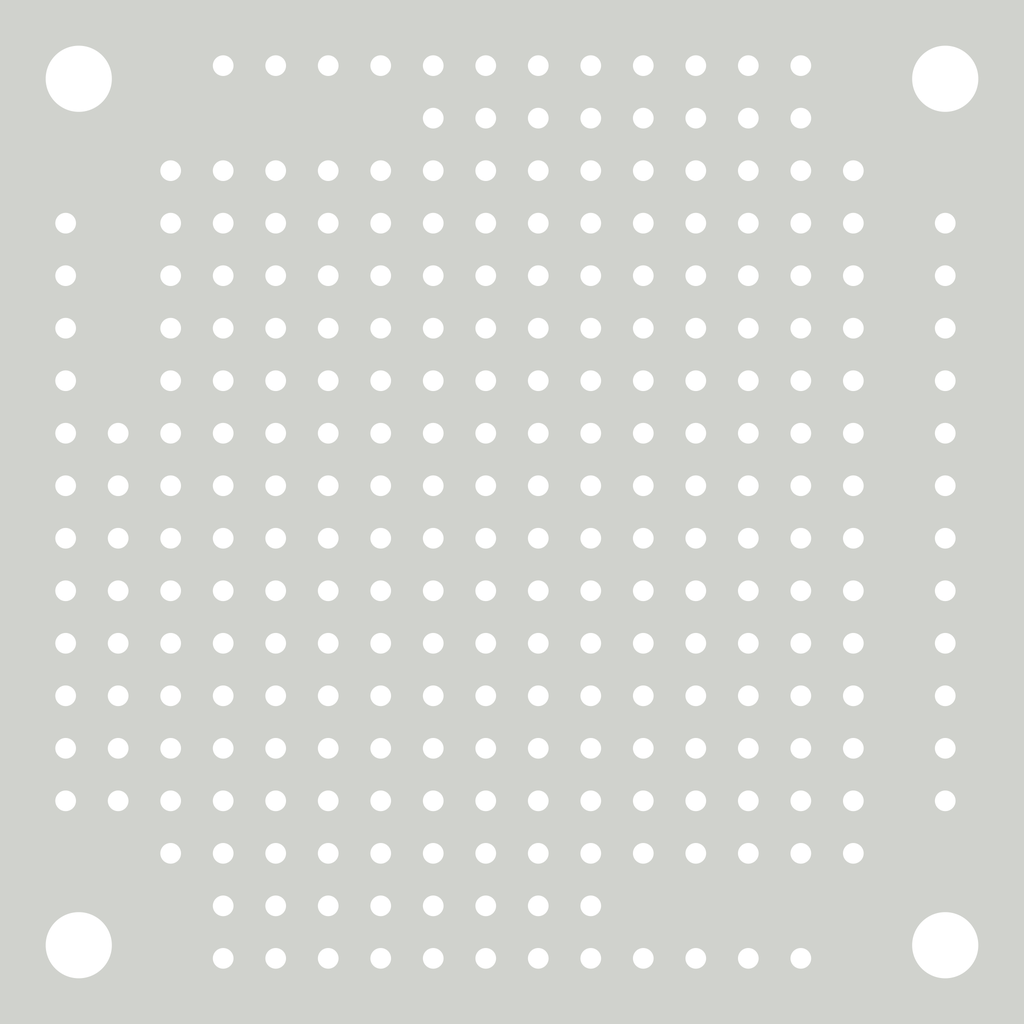
<source format=kicad_pcb>
(kicad_pcb (version 4) (host pcbnew 4.0.7+dfsg1-1~bpo9+1)

  (general
    (links 99)
    (no_connects 0)
    (area 123.19 81.915 172.720001 131.445001)
    (thickness 1.6)
    (drawings 15)
    (tracks 159)
    (zones 0)
    (modules 39)
    (nets 36)
  )

  (page A4)
  (layers
    (0 F.Cu signal)
    (31 B.Cu signal)
    (32 B.Adhes user)
    (33 F.Adhes user)
    (34 B.Paste user)
    (35 F.Paste user)
    (36 B.SilkS user)
    (37 F.SilkS user)
    (38 B.Mask user)
    (39 F.Mask user)
    (40 Dwgs.User user)
    (41 Cmts.User user)
    (42 Eco1.User user)
    (43 Eco2.User user)
    (44 Edge.Cuts user)
    (45 Margin user)
    (46 B.CrtYd user)
    (47 F.CrtYd user)
    (48 B.Fab user)
    (49 F.Fab user)
  )

  (setup
    (last_trace_width 0.25)
    (user_trace_width 0.5)
    (trace_clearance 0.2)
    (zone_clearance 0.508)
    (zone_45_only no)
    (trace_min 0.2)
    (segment_width 0.2)
    (edge_width 0.1)
    (via_size 0.6)
    (via_drill 0.4)
    (via_min_size 0.4)
    (via_min_drill 0.3)
    (uvia_size 0.3)
    (uvia_drill 0.1)
    (uvias_allowed no)
    (uvia_min_size 0.2)
    (uvia_min_drill 0.1)
    (pcb_text_width 0.3)
    (pcb_text_size 1.5 1.5)
    (mod_edge_width 0.15)
    (mod_text_size 1 1)
    (mod_text_width 0.15)
    (pad_size 1.5 1.5)
    (pad_drill 0.6)
    (pad_to_mask_clearance 0)
    (aux_axis_origin 0 0)
    (visible_elements FFFFF77F)
    (pcbplotparams
      (layerselection 0x00030_80000001)
      (usegerberextensions false)
      (excludeedgelayer true)
      (linewidth 0.100000)
      (plotframeref false)
      (viasonmask false)
      (mode 1)
      (useauxorigin false)
      (hpglpennumber 1)
      (hpglpenspeed 20)
      (hpglpendiameter 15)
      (hpglpenoverlay 2)
      (psnegative false)
      (psa4output false)
      (plotreference true)
      (plotvalue true)
      (plotinvisibletext false)
      (padsonsilk false)
      (subtractmaskfromsilk false)
      (outputformat 1)
      (mirror false)
      (drillshape 1)
      (scaleselection 1)
      (outputdirectory ""))
  )

  (net 0 "")
  (net 1 /VIN)
  (net 2 /L0)
  (net 3 /L1)
  (net 4 /L2)
  (net 5 /L3)
  (net 6 /L4)
  (net 7 /L5)
  (net 8 /L6)
  (net 9 /L7)
  (net 10 /VCC)
  (net 11 "Net-(I2-Pad5)")
  (net 12 "Net-(I2-Pad6)")
  (net 13 "Net-(I2-Pad7)")
  (net 14 "Net-(I2-Pad8)")
  (net 15 "Net-(I2-Pad9)")
  (net 16 "Net-(I2-Pad10)")
  (net 17 "Net-(I2-Pad11)")
  (net 18 "Net-(I2-Pad12)")
  (net 19 "Net-(J12-Pad1)")
  (net 20 "Net-(J12-Pad2)")
  (net 21 "Net-(J12-Pad3)")
  (net 22 "Net-(J12-Pad4)")
  (net 23 "Net-(J12-Pad5)")
  (net 24 "Net-(J12-Pad6)")
  (net 25 "Net-(J12-Pad7)")
  (net 26 "Net-(J12-Pad8)")
  (net 27 /GND)
  (net 28 "Net-(J1-Pad1)")
  (net 29 "Net-(J15-Pad7)")
  (net 30 "Net-(J15-Pad6)")
  (net 31 "Net-(J15-Pad5)")
  (net 32 "Net-(J15-Pad4)")
  (net 33 "Net-(J15-Pad3)")
  (net 34 "Net-(J15-Pad2)")
  (net 35 "Net-(J15-Pad1)")

  (net_class Default "This is the default net class."
    (clearance 0.2)
    (trace_width 0.25)
    (via_dia 0.6)
    (via_drill 0.4)
    (uvia_dia 0.3)
    (uvia_drill 0.1)
    (add_net /GND)
    (add_net /L0)
    (add_net /L1)
    (add_net /L2)
    (add_net /L3)
    (add_net /L4)
    (add_net /L5)
    (add_net /L6)
    (add_net /L7)
    (add_net /VCC)
    (add_net /VIN)
    (add_net "Net-(I2-Pad10)")
    (add_net "Net-(I2-Pad11)")
    (add_net "Net-(I2-Pad12)")
    (add_net "Net-(I2-Pad5)")
    (add_net "Net-(I2-Pad6)")
    (add_net "Net-(I2-Pad7)")
    (add_net "Net-(I2-Pad8)")
    (add_net "Net-(I2-Pad9)")
    (add_net "Net-(J1-Pad1)")
    (add_net "Net-(J12-Pad1)")
    (add_net "Net-(J12-Pad2)")
    (add_net "Net-(J12-Pad3)")
    (add_net "Net-(J12-Pad4)")
    (add_net "Net-(J12-Pad5)")
    (add_net "Net-(J12-Pad6)")
    (add_net "Net-(J12-Pad7)")
    (add_net "Net-(J12-Pad8)")
    (add_net "Net-(J15-Pad1)")
    (add_net "Net-(J15-Pad2)")
    (add_net "Net-(J15-Pad3)")
    (add_net "Net-(J15-Pad4)")
    (add_net "Net-(J15-Pad5)")
    (add_net "Net-(J15-Pad6)")
    (add_net "Net-(J15-Pad7)")
  )

  (module Connectors:GS2 (layer B.Cu) (tedit 5AC79602) (tstamp 5ADFA848)
    (at 167.005 107.315)
    (descr "2-pin solder bridge")
    (tags "solder bridge")
    (path /5AC79D2B)
    (attr smd)
    (fp_text reference J3 (at 1.78 0 270) (layer B.SilkS) hide
      (effects (font (size 1 1) (thickness 0.15)) (justify mirror))
    )
    (fp_text value GS2 (at -1.8 0 90) (layer B.Fab) hide
      (effects (font (size 1 1) (thickness 0.15)) (justify mirror))
    )
    (fp_line (start 1.1 1.45) (end 1.1 -1.5) (layer B.CrtYd) (width 0.05))
    (fp_line (start 1.1 -1.5) (end -1.1 -1.5) (layer B.CrtYd) (width 0.05))
    (fp_line (start -1.1 -1.5) (end -1.1 1.45) (layer B.CrtYd) (width 0.05))
    (fp_line (start -1.1 1.45) (end 1.1 1.45) (layer B.CrtYd) (width 0.05))
    (fp_line (start -0.89 1.27) (end -0.89 -1.27) (layer B.SilkS) (width 0.12))
    (fp_line (start 0.89 -1.27) (end 0.89 1.27) (layer B.SilkS) (width 0.12))
    (fp_line (start 0.89 -1.27) (end -0.89 -1.27) (layer B.SilkS) (width 0.12))
    (fp_line (start -0.89 1.27) (end 0.89 1.27) (layer B.SilkS) (width 0.12))
    (pad 1 smd rect (at 0 0.64) (size 1.27 0.97) (layers B.Cu B.Paste B.Mask)
      (net 30 "Net-(J15-Pad6)"))
    (pad 2 smd rect (at 0 -0.64) (size 1.27 0.97) (layers B.Cu B.Paste B.Mask)
      (net 4 /L2))
  )

  (module Socket_Strips:Socket_Strip_Straight_1x12_Pitch2.54mm (layer F.Cu) (tedit 5ACF1C6A) (tstamp 5AC73523)
    (at 168.91 92.71)
    (descr "Through hole straight socket strip, 1x12, 2.54mm pitch, single row")
    (tags "Through hole socket strip THT 1x12 2.54mm single row")
    (path /5AC734F4)
    (fp_text reference O2 (at 0 -2.33) (layer F.Fab) hide
      (effects (font (size 1 1) (thickness 0.15)))
    )
    (fp_text value Output (at 0 30.27) (layer F.Fab) hide
      (effects (font (size 1 1) (thickness 0.15)))
    )
    (fp_line (start -1.27 -1.27) (end -1.27 29.21) (layer F.Fab) (width 0.1))
    (fp_line (start -1.27 29.21) (end 1.27 29.21) (layer F.Fab) (width 0.1))
    (fp_line (start 1.27 29.21) (end 1.27 -1.27) (layer F.Fab) (width 0.1))
    (fp_line (start 1.27 -1.27) (end -1.27 -1.27) (layer F.Fab) (width 0.1))
    (fp_line (start -1.33 1.27) (end -1.33 29.27) (layer F.SilkS) (width 0.12))
    (fp_line (start -1.33 29.27) (end 1.33 29.27) (layer F.SilkS) (width 0.12))
    (fp_line (start 1.33 29.27) (end 1.33 1.27) (layer F.SilkS) (width 0.12))
    (fp_line (start 1.33 1.27) (end -1.33 1.27) (layer F.SilkS) (width 0.12))
    (fp_line (start -1.33 0) (end -1.33 -1.33) (layer F.SilkS) (width 0.12))
    (fp_line (start -1.33 -1.33) (end 0 -1.33) (layer F.SilkS) (width 0.12))
    (fp_line (start -1.8 -1.8) (end -1.8 29.75) (layer F.CrtYd) (width 0.05))
    (fp_line (start -1.8 29.75) (end 1.8 29.75) (layer F.CrtYd) (width 0.05))
    (fp_line (start 1.8 29.75) (end 1.8 -1.8) (layer F.CrtYd) (width 0.05))
    (fp_line (start 1.8 -1.8) (end -1.8 -1.8) (layer F.CrtYd) (width 0.05))
    (fp_text user %R (at 0 -2.33) (layer F.Fab)
      (effects (font (size 1 1) (thickness 0.15)))
    )
    (pad 1 thru_hole rect (at 0 0) (size 1.7 1.7) (drill 1) (layers *.Cu *.Mask)
      (net 1 /VIN))
    (pad 2 thru_hole oval (at 0 2.54) (size 1.7 1.7) (drill 1) (layers *.Cu *.Mask)
      (net 10 /VCC))
    (pad 3 thru_hole oval (at 0 5.08) (size 1.7 1.7) (drill 1) (layers *.Cu *.Mask)
      (net 27 /GND))
    (pad 4 thru_hole oval (at 0 7.62) (size 1.7 1.7) (drill 1) (layers *.Cu *.Mask))
    (pad 5 thru_hole oval (at 0 10.16) (size 1.7 1.7) (drill 1) (layers *.Cu *.Mask)
      (net 28 "Net-(J1-Pad1)"))
    (pad 6 thru_hole oval (at 0 12.7) (size 1.7 1.7) (drill 1) (layers *.Cu *.Mask)
      (net 29 "Net-(J15-Pad7)"))
    (pad 7 thru_hole oval (at 0 15.24) (size 1.7 1.7) (drill 1) (layers *.Cu *.Mask)
      (net 30 "Net-(J15-Pad6)"))
    (pad 8 thru_hole oval (at 0 17.78) (size 1.7 1.7) (drill 1) (layers *.Cu *.Mask)
      (net 31 "Net-(J15-Pad5)"))
    (pad 9 thru_hole oval (at 0 20.32) (size 1.7 1.7) (drill 1) (layers *.Cu *.Mask)
      (net 32 "Net-(J15-Pad4)"))
    (pad 10 thru_hole oval (at 0 22.86) (size 1.7 1.7) (drill 1) (layers *.Cu *.Mask)
      (net 33 "Net-(J15-Pad3)"))
    (pad 11 thru_hole oval (at 0 25.4) (size 1.7 1.7) (drill 1) (layers *.Cu *.Mask)
      (net 34 "Net-(J15-Pad2)"))
    (pad 12 thru_hole oval (at 0 27.94) (size 1.7 1.7) (drill 1) (layers *.Cu *.Mask)
      (net 35 "Net-(J15-Pad1)"))
    (model ${KISYS3DMOD}/Socket_Strips.3dshapes/Socket_Strip_Straight_1x12_Pitch2.54mm.wrl
      (at (xyz 0 -0.55 0))
      (scale (xyz 1 1 1))
      (rotate (xyz 0 0 270))
    )
  )

  (module Pin_Headers:Pin_Header_Straight_1x08_Pitch2.54mm (layer B.Cu) (tedit 5ACF1FC7) (tstamp 5AFF2BB5)
    (at 131.445 102.87 180)
    (descr "Through hole straight pin header, 1x08, 2.54mm pitch, single row")
    (tags "Through hole pin header THT 1x08 2.54mm single row")
    (fp_text reference REF** (at 0 2.33 180) (layer B.Fab) hide
      (effects (font (size 1 1) (thickness 0.15)) (justify mirror))
    )
    (fp_text value Pin_Header_Straight_1x08_Pitch2.54mm (at -7.62 -17.145 180) (layer B.Fab) hide
      (effects (font (size 1 1) (thickness 0.15)) (justify mirror))
    )
    (fp_line (start -0.635 1.27) (end 1.27 1.27) (layer B.Fab) (width 0.1))
    (fp_line (start 1.27 1.27) (end 1.27 -19.05) (layer B.Fab) (width 0.1))
    (fp_line (start 1.27 -19.05) (end -1.27 -19.05) (layer B.Fab) (width 0.1))
    (fp_line (start -1.27 -19.05) (end -1.27 0.635) (layer B.Fab) (width 0.1))
    (fp_line (start -1.27 0.635) (end -0.635 1.27) (layer B.Fab) (width 0.1))
    (fp_line (start -1.33 -19.11) (end 1.33 -19.11) (layer B.SilkS) (width 0.12))
    (fp_line (start -1.33 -1.27) (end -1.33 -19.11) (layer B.SilkS) (width 0.12))
    (fp_line (start 1.33 -1.27) (end 1.33 -19.11) (layer B.SilkS) (width 0.12))
    (fp_line (start -1.33 -1.27) (end 1.33 -1.27) (layer B.SilkS) (width 0.12))
    (fp_line (start -1.33 0) (end -1.33 1.33) (layer B.SilkS) (width 0.12))
    (fp_line (start -1.33 1.33) (end 0 1.33) (layer B.SilkS) (width 0.12))
    (fp_line (start -1.8 1.8) (end -1.8 -19.55) (layer B.CrtYd) (width 0.05))
    (fp_line (start -1.8 -19.55) (end 1.8 -19.55) (layer B.CrtYd) (width 0.05))
    (fp_line (start 1.8 -19.55) (end 1.8 1.8) (layer B.CrtYd) (width 0.05))
    (fp_line (start 1.8 1.8) (end -1.8 1.8) (layer B.CrtYd) (width 0.05))
    (fp_text user %R (at 0 -8.89 450) (layer B.Fab)
      (effects (font (size 1 1) (thickness 0.15)) (justify mirror))
    )
    (pad 1 thru_hole rect (at 0 0 180) (size 1.7 1.7) (drill 1) (layers *.Cu *.Mask))
    (pad 2 thru_hole oval (at 0 -2.54 180) (size 1.7 1.7) (drill 1) (layers *.Cu *.Mask))
    (pad 3 thru_hole oval (at 0 -5.08 180) (size 1.7 1.7) (drill 1) (layers *.Cu *.Mask))
    (pad 4 thru_hole oval (at 0 -7.62 180) (size 1.7 1.7) (drill 1) (layers *.Cu *.Mask))
    (pad 5 thru_hole oval (at 0 -10.16 180) (size 1.7 1.7) (drill 1) (layers *.Cu *.Mask))
    (pad 6 thru_hole oval (at 0 -12.7 180) (size 1.7 1.7) (drill 1) (layers *.Cu *.Mask))
    (pad 7 thru_hole oval (at 0 -15.24 180) (size 1.7 1.7) (drill 1) (layers *.Cu *.Mask))
    (pad 8 thru_hole oval (at 0 -17.78 180) (size 1.7 1.7) (drill 1) (layers *.Cu *.Mask))
    (model ${KISYS3DMOD}/Pin_Headers.3dshapes/Pin_Header_Straight_1x08_Pitch2.54mm.wrl
      (at (xyz 0 0 0))
      (scale (xyz 1 1 1))
      (rotate (xyz 0 0 0))
    )
  )

  (module Pin_Headers:Pin_Header_Straight_1x14_Pitch2.54mm (layer B.Cu) (tedit 5ACF1ADD) (tstamp 5AFF2971)
    (at 131.445 97.79 270)
    (descr "Through hole straight pin header, 1x14, 2.54mm pitch, single row")
    (tags "Through hole pin header THT 1x14 2.54mm single row")
    (fp_text reference REF** (at 0 2.33 270) (layer B.Fab) hide
      (effects (font (size 1 1) (thickness 0.15)) (justify mirror))
    )
    (fp_text value Pin_Header_Straight_1x08_Pitch2.54mm (at -0.635 -17.78 540) (layer B.Fab) hide
      (effects (font (size 1 1) (thickness 0.15)) (justify mirror))
    )
    (fp_line (start -0.635 1.27) (end 1.27 1.27) (layer B.Fab) (width 0.1))
    (fp_line (start 1.27 1.27) (end 1.27 -34.29) (layer B.Fab) (width 0.1))
    (fp_line (start 1.27 -34.29) (end -1.27 -34.29) (layer B.Fab) (width 0.1))
    (fp_line (start -1.27 -34.29) (end -1.27 0.635) (layer B.Fab) (width 0.1))
    (fp_line (start -1.27 0.635) (end -0.635 1.27) (layer B.Fab) (width 0.1))
    (fp_line (start -1.33 -34.35) (end 1.33 -34.35) (layer B.SilkS) (width 0.12))
    (fp_line (start -1.33 -1.27) (end -1.33 -34.35) (layer B.SilkS) (width 0.12))
    (fp_line (start 1.33 -1.27) (end 1.33 -34.35) (layer B.SilkS) (width 0.12))
    (fp_line (start -1.33 -1.27) (end 1.33 -1.27) (layer B.SilkS) (width 0.12))
    (fp_line (start -1.33 0) (end -1.33 1.33) (layer B.SilkS) (width 0.12))
    (fp_line (start -1.33 1.33) (end 0 1.33) (layer B.SilkS) (width 0.12))
    (fp_line (start -1.8 1.8) (end -1.8 -34.8) (layer B.CrtYd) (width 0.05))
    (fp_line (start -1.8 -34.8) (end 1.8 -34.8) (layer B.CrtYd) (width 0.05))
    (fp_line (start 1.8 -34.8) (end 1.8 1.8) (layer B.CrtYd) (width 0.05))
    (fp_line (start 1.8 1.8) (end -1.8 1.8) (layer B.CrtYd) (width 0.05))
    (fp_text user %R (at 0 -16.51 540) (layer B.Fab) hide
      (effects (font (size 1 1) (thickness 0.15)) (justify mirror))
    )
    (pad 1 thru_hole rect (at 0 0 270) (size 1.7 1.7) (drill 1) (layers *.Cu *.Mask))
    (pad 2 thru_hole oval (at 0 -2.54 270) (size 1.7 1.7) (drill 1) (layers *.Cu *.Mask))
    (pad 3 thru_hole oval (at 0 -5.08 270) (size 1.7 1.7) (drill 1) (layers *.Cu *.Mask))
    (pad 4 thru_hole oval (at 0 -7.62 270) (size 1.7 1.7) (drill 1) (layers *.Cu *.Mask))
    (pad 5 thru_hole oval (at 0 -10.16 270) (size 1.7 1.7) (drill 1) (layers *.Cu *.Mask))
    (pad 6 thru_hole oval (at 0 -12.7 270) (size 1.7 1.7) (drill 1) (layers *.Cu *.Mask))
    (pad 7 thru_hole oval (at 0 -15.24 270) (size 1.7 1.7) (drill 1) (layers *.Cu *.Mask))
    (pad 8 thru_hole oval (at 0 -17.78 270) (size 1.7 1.7) (drill 1) (layers *.Cu *.Mask))
    (pad 9 thru_hole oval (at 0 -20.32 270) (size 1.7 1.7) (drill 1) (layers *.Cu *.Mask))
    (pad 10 thru_hole oval (at 0 -22.86 270) (size 1.7 1.7) (drill 1) (layers *.Cu *.Mask))
    (pad 11 thru_hole oval (at 0 -25.4 270) (size 1.7 1.7) (drill 1) (layers *.Cu *.Mask))
    (pad 12 thru_hole oval (at 0 -27.94 270) (size 1.7 1.7) (drill 1) (layers *.Cu *.Mask))
    (pad 13 thru_hole oval (at 0 -30.48 270) (size 1.7 1.7) (drill 1) (layers *.Cu *.Mask))
    (pad 14 thru_hole oval (at 0 -33.02 270) (size 1.7 1.7) (drill 1) (layers *.Cu *.Mask))
    (model ${KISYS3DMOD}/Pin_Headers.3dshapes/Pin_Header_Straight_1x14_Pitch2.54mm.wrl
      (at (xyz 0 0 0))
      (scale (xyz 1 1 1))
      (rotate (xyz 0 0 0))
    )
  )

  (module Pin_Headers:Pin_Header_Straight_1x14_Pitch2.54mm (layer B.Cu) (tedit 5ACF1ADD) (tstamp 5AFF238C)
    (at 131.445 100.33 270)
    (descr "Through hole straight pin header, 1x14, 2.54mm pitch, single row")
    (tags "Through hole pin header THT 1x14 2.54mm single row")
    (fp_text reference REF** (at 0 2.33 270) (layer B.Fab) hide
      (effects (font (size 1 1) (thickness 0.15)) (justify mirror))
    )
    (fp_text value Pin_Header_Straight_1x08_Pitch2.54mm (at -0.635 -17.78 540) (layer B.Fab) hide
      (effects (font (size 1 1) (thickness 0.15)) (justify mirror))
    )
    (fp_line (start -0.635 1.27) (end 1.27 1.27) (layer B.Fab) (width 0.1))
    (fp_line (start 1.27 1.27) (end 1.27 -34.29) (layer B.Fab) (width 0.1))
    (fp_line (start 1.27 -34.29) (end -1.27 -34.29) (layer B.Fab) (width 0.1))
    (fp_line (start -1.27 -34.29) (end -1.27 0.635) (layer B.Fab) (width 0.1))
    (fp_line (start -1.27 0.635) (end -0.635 1.27) (layer B.Fab) (width 0.1))
    (fp_line (start -1.33 -34.35) (end 1.33 -34.35) (layer B.SilkS) (width 0.12))
    (fp_line (start -1.33 -1.27) (end -1.33 -34.35) (layer B.SilkS) (width 0.12))
    (fp_line (start 1.33 -1.27) (end 1.33 -34.35) (layer B.SilkS) (width 0.12))
    (fp_line (start -1.33 -1.27) (end 1.33 -1.27) (layer B.SilkS) (width 0.12))
    (fp_line (start -1.33 0) (end -1.33 1.33) (layer B.SilkS) (width 0.12))
    (fp_line (start -1.33 1.33) (end 0 1.33) (layer B.SilkS) (width 0.12))
    (fp_line (start -1.8 1.8) (end -1.8 -34.8) (layer B.CrtYd) (width 0.05))
    (fp_line (start -1.8 -34.8) (end 1.8 -34.8) (layer B.CrtYd) (width 0.05))
    (fp_line (start 1.8 -34.8) (end 1.8 1.8) (layer B.CrtYd) (width 0.05))
    (fp_line (start 1.8 1.8) (end -1.8 1.8) (layer B.CrtYd) (width 0.05))
    (fp_text user %R (at 0 -16.51 540) (layer B.Fab) hide
      (effects (font (size 1 1) (thickness 0.15)) (justify mirror))
    )
    (pad 1 thru_hole rect (at 0 0 270) (size 1.7 1.7) (drill 1) (layers *.Cu *.Mask))
    (pad 2 thru_hole oval (at 0 -2.54 270) (size 1.7 1.7) (drill 1) (layers *.Cu *.Mask))
    (pad 3 thru_hole oval (at 0 -5.08 270) (size 1.7 1.7) (drill 1) (layers *.Cu *.Mask))
    (pad 4 thru_hole oval (at 0 -7.62 270) (size 1.7 1.7) (drill 1) (layers *.Cu *.Mask))
    (pad 5 thru_hole oval (at 0 -10.16 270) (size 1.7 1.7) (drill 1) (layers *.Cu *.Mask))
    (pad 6 thru_hole oval (at 0 -12.7 270) (size 1.7 1.7) (drill 1) (layers *.Cu *.Mask))
    (pad 7 thru_hole oval (at 0 -15.24 270) (size 1.7 1.7) (drill 1) (layers *.Cu *.Mask))
    (pad 8 thru_hole oval (at 0 -17.78 270) (size 1.7 1.7) (drill 1) (layers *.Cu *.Mask))
    (pad 9 thru_hole oval (at 0 -20.32 270) (size 1.7 1.7) (drill 1) (layers *.Cu *.Mask))
    (pad 10 thru_hole oval (at 0 -22.86 270) (size 1.7 1.7) (drill 1) (layers *.Cu *.Mask))
    (pad 11 thru_hole oval (at 0 -25.4 270) (size 1.7 1.7) (drill 1) (layers *.Cu *.Mask))
    (pad 12 thru_hole oval (at 0 -27.94 270) (size 1.7 1.7) (drill 1) (layers *.Cu *.Mask))
    (pad 13 thru_hole oval (at 0 -30.48 270) (size 1.7 1.7) (drill 1) (layers *.Cu *.Mask))
    (pad 14 thru_hole oval (at 0 -33.02 270) (size 1.7 1.7) (drill 1) (layers *.Cu *.Mask))
    (model ${KISYS3DMOD}/Pin_Headers.3dshapes/Pin_Header_Straight_1x14_Pitch2.54mm.wrl
      (at (xyz 0 0 0))
      (scale (xyz 1 1 1))
      (rotate (xyz 0 0 0))
    )
  )

  (module Pin_Headers:Pin_Header_Straight_1x14_Pitch2.54mm (layer B.Cu) (tedit 5ACF207F) (tstamp 5ADFB7E4)
    (at 131.445 90.17 270)
    (descr "Through hole straight pin header, 1x14, 2.54mm pitch, single row")
    (tags "Through hole pin header THT 1x14 2.54mm single row")
    (path /5AC7BA1F)
    (fp_text reference J11 (at 0 2.33 270) (layer B.SilkS) hide
      (effects (font (size 1 1) (thickness 0.15)) (justify mirror))
    )
    (fp_text value VIN (at 0 -35.35 270) (layer B.Fab) hide
      (effects (font (size 1 1) (thickness 0.15)) (justify mirror))
    )
    (fp_line (start -0.635 1.27) (end 1.27 1.27) (layer B.Fab) (width 0.1))
    (fp_line (start 1.27 1.27) (end 1.27 -34.29) (layer B.Fab) (width 0.1))
    (fp_line (start 1.27 -34.29) (end -1.27 -34.29) (layer B.Fab) (width 0.1))
    (fp_line (start -1.27 -34.29) (end -1.27 0.635) (layer B.Fab) (width 0.1))
    (fp_line (start -1.27 0.635) (end -0.635 1.27) (layer B.Fab) (width 0.1))
    (fp_line (start -1.33 -34.35) (end 1.33 -34.35) (layer B.SilkS) (width 0.12))
    (fp_line (start -1.33 -1.27) (end -1.33 -34.35) (layer B.SilkS) (width 0.12))
    (fp_line (start 1.33 -1.27) (end 1.33 -34.35) (layer B.SilkS) (width 0.12))
    (fp_line (start -1.33 -1.27) (end 1.33 -1.27) (layer B.SilkS) (width 0.12))
    (fp_line (start -1.33 0) (end -1.33 1.33) (layer B.SilkS) (width 0.12))
    (fp_line (start -1.33 1.33) (end 0 1.33) (layer B.SilkS) (width 0.12))
    (fp_line (start -1.8 1.8) (end -1.8 -34.8) (layer B.CrtYd) (width 0.05))
    (fp_line (start -1.8 -34.8) (end 1.8 -34.8) (layer B.CrtYd) (width 0.05))
    (fp_line (start 1.8 -34.8) (end 1.8 1.8) (layer B.CrtYd) (width 0.05))
    (fp_line (start 1.8 1.8) (end -1.8 1.8) (layer B.CrtYd) (width 0.05))
    (fp_text user %R (at 0 -16.51 360) (layer B.Fab) hide
      (effects (font (size 1 1) (thickness 0.15)) (justify mirror))
    )
    (pad 1 thru_hole rect (at 0 0 270) (size 1.7 1.7) (drill 1) (layers *.Cu *.Mask)
      (net 1 /VIN))
    (pad 2 thru_hole oval (at 0 -2.54 270) (size 1.7 1.7) (drill 1) (layers *.Cu *.Mask)
      (net 1 /VIN))
    (pad 3 thru_hole oval (at 0 -5.08 270) (size 1.7 1.7) (drill 1) (layers *.Cu *.Mask)
      (net 1 /VIN))
    (pad 4 thru_hole oval (at 0 -7.62 270) (size 1.7 1.7) (drill 1) (layers *.Cu *.Mask)
      (net 1 /VIN))
    (pad 5 thru_hole oval (at 0 -10.16 270) (size 1.7 1.7) (drill 1) (layers *.Cu *.Mask)
      (net 1 /VIN))
    (pad 6 thru_hole oval (at 0 -12.7 270) (size 1.7 1.7) (drill 1) (layers *.Cu *.Mask)
      (net 1 /VIN))
    (pad 7 thru_hole oval (at 0 -15.24 270) (size 1.7 1.7) (drill 1) (layers *.Cu *.Mask)
      (net 1 /VIN))
    (pad 8 thru_hole oval (at 0 -17.78 270) (size 1.7 1.7) (drill 1) (layers *.Cu *.Mask)
      (net 1 /VIN))
    (pad 9 thru_hole oval (at 0 -20.32 270) (size 1.7 1.7) (drill 1) (layers *.Cu *.Mask)
      (net 1 /VIN))
    (pad 10 thru_hole oval (at 0 -22.86 270) (size 1.7 1.7) (drill 1) (layers *.Cu *.Mask)
      (net 1 /VIN))
    (pad 11 thru_hole oval (at 0 -25.4 270) (size 1.7 1.7) (drill 1) (layers *.Cu *.Mask)
      (net 1 /VIN))
    (pad 12 thru_hole oval (at 0 -27.94 270) (size 1.7 1.7) (drill 1) (layers *.Cu *.Mask)
      (net 1 /VIN))
    (pad 13 thru_hole oval (at 0 -30.48 270) (size 1.7 1.7) (drill 1) (layers *.Cu *.Mask)
      (net 1 /VIN))
    (pad 14 thru_hole oval (at 0 -33.02 270) (size 1.7 1.7) (drill 1) (layers *.Cu *.Mask)
      (net 1 /VIN))
    (model ${KISYS3DMOD}/Pin_Headers.3dshapes/Pin_Header_Straight_1x14_Pitch2.54mm.wrl
      (at (xyz 0 0 0))
      (scale (xyz 1 1 1))
      (rotate (xyz 0 0 0))
    )
  )

  (module Mounting_Holes:MountingHole_3.2mm_M3 (layer F.Cu) (tedit 5AC4CC02) (tstamp 5ACA4CBC)
    (at 127 85.725)
    (descr "Mounting Hole 3.2mm, no annular, M3")
    (tags "mounting hole 3.2mm no annular m3")
    (fp_text reference M3 (at 0 2.54) (layer F.Fab)
      (effects (font (size 1 1) (thickness 0.15)))
    )
    (fp_text value "" (at 0 4.2) (layer F.Fab) hide
      (effects (font (size 1 1) (thickness 0.15)))
    )
    (fp_circle (center 0 0) (end 3.2 0) (layer Cmts.User) (width 0.15))
    (fp_circle (center 0 0) (end 3.45 0) (layer F.CrtYd) (width 0.05))
    (pad 1 np_thru_hole circle (at 0 0) (size 3.2 3.2) (drill 3.2) (layers *.Cu *.Mask))
  )

  (module Mounting_Holes:MountingHole_3.2mm_M3 (layer F.Cu) (tedit 5AC4CC05) (tstamp 5ACA4CC9)
    (at 168.91 85.725)
    (descr "Mounting Hole 3.2mm, no annular, M3")
    (tags "mounting hole 3.2mm no annular m3")
    (fp_text reference M3 (at 0 2.54) (layer F.Fab)
      (effects (font (size 1 1) (thickness 0.15)))
    )
    (fp_text value "" (at 0 4.2) (layer F.Fab) hide
      (effects (font (size 1 1) (thickness 0.15)))
    )
    (fp_circle (center 0 0) (end 3.2 0) (layer Cmts.User) (width 0.15))
    (fp_circle (center 0 0) (end 3.45 0) (layer F.CrtYd) (width 0.05))
    (pad 1 np_thru_hole circle (at 0 0) (size 3.2 3.2) (drill 3.2) (layers *.Cu *.Mask))
  )

  (module Mounting_Holes:MountingHole_3.2mm_M3 (layer F.Cu) (tedit 5AC4CC09) (tstamp 5ACA4CD6)
    (at 168.91 127.635)
    (descr "Mounting Hole 3.2mm, no annular, M3")
    (tags "mounting hole 3.2mm no annular m3")
    (fp_text reference "" (at 0 -4.2) (layer F.SilkS) hide
      (effects (font (size 1 1) (thickness 0.15)))
    )
    (fp_text value M3 (at 0 -2.54) (layer F.Fab)
      (effects (font (size 1 1) (thickness 0.15)))
    )
    (fp_circle (center 0 0) (end 3.2 0) (layer Cmts.User) (width 0.15))
    (fp_circle (center 0 0) (end 3.45 0) (layer F.CrtYd) (width 0.05))
    (pad 1 np_thru_hole circle (at 0 0) (size 3.2 3.2) (drill 3.2) (layers *.Cu *.Mask))
  )

  (module Mounting_Holes:MountingHole_3.2mm_M3 (layer F.Cu) (tedit 5AC4CC0E) (tstamp 5ACA4CE3)
    (at 127 127.635)
    (descr "Mounting Hole 3.2mm, no annular, M3")
    (tags "mounting hole 3.2mm no annular m3")
    (fp_text reference "" (at 0 -4.2) (layer F.SilkS) hide
      (effects (font (size 1 1) (thickness 0.15)))
    )
    (fp_text value M3 (at 0 -2.54) (layer F.Fab)
      (effects (font (size 1 1) (thickness 0.15)))
    )
    (fp_circle (center 0 0) (end 3.2 0) (layer Cmts.User) (width 0.15))
    (fp_circle (center 0 0) (end 3.45 0) (layer F.CrtYd) (width 0.05))
    (pad 1 np_thru_hole circle (at 0 0) (size 3.2 3.2) (drill 3.2) (layers *.Cu *.Mask))
  )

  (module Pin_Headers:Pin_Header_Straight_1x12_Pitch2.54mm (layer F.Cu) (tedit 5AC79C00) (tstamp 5AC3D654)
    (at 126.365 92.71)
    (descr "Through hole straight pin header, 1x12, 2.54mm pitch, single row")
    (tags "Through hole pin header THT 1x12 2.54mm single row")
    (path /5AC3D559)
    (fp_text reference I1 (at 0 -2.33) (layer F.SilkS) hide
      (effects (font (size 1 1) (thickness 0.15)))
    )
    (fp_text value Input (at 0 30.27) (layer F.Fab) hide
      (effects (font (size 1 1) (thickness 0.15)))
    )
    (fp_line (start -0.635 -1.27) (end 1.27 -1.27) (layer F.Fab) (width 0.1))
    (fp_line (start 1.27 -1.27) (end 1.27 29.21) (layer F.Fab) (width 0.1))
    (fp_line (start 1.27 29.21) (end -1.27 29.21) (layer F.Fab) (width 0.1))
    (fp_line (start -1.27 29.21) (end -1.27 -0.635) (layer F.Fab) (width 0.1))
    (fp_line (start -1.27 -0.635) (end -0.635 -1.27) (layer F.Fab) (width 0.1))
    (fp_line (start -1.33 29.27) (end 1.33 29.27) (layer F.SilkS) (width 0.12))
    (fp_line (start -1.33 1.27) (end -1.33 29.27) (layer F.SilkS) (width 0.12))
    (fp_line (start 1.33 1.27) (end 1.33 29.27) (layer F.SilkS) (width 0.12))
    (fp_line (start -1.33 1.27) (end 1.33 1.27) (layer F.SilkS) (width 0.12))
    (fp_line (start -1.33 0) (end -1.33 -1.33) (layer F.SilkS) (width 0.12))
    (fp_line (start -1.33 -1.33) (end 0 -1.33) (layer F.SilkS) (width 0.12))
    (fp_line (start -1.8 -1.8) (end -1.8 29.75) (layer F.CrtYd) (width 0.05))
    (fp_line (start -1.8 29.75) (end 1.8 29.75) (layer F.CrtYd) (width 0.05))
    (fp_line (start 1.8 29.75) (end 1.8 -1.8) (layer F.CrtYd) (width 0.05))
    (fp_line (start 1.8 -1.8) (end -1.8 -1.8) (layer F.CrtYd) (width 0.05))
    (fp_text user %R (at 0 13.97 90) (layer F.Fab)
      (effects (font (size 1 1) (thickness 0.15)))
    )
    (pad 1 thru_hole rect (at 0 0) (size 1.7 1.7) (drill 1) (layers *.Cu *.Mask)
      (net 1 /VIN))
    (pad 2 thru_hole oval (at 0 2.54) (size 1.7 1.7) (drill 1) (layers *.Cu *.Mask)
      (net 10 /VCC))
    (pad 3 thru_hole oval (at 0 5.08) (size 1.7 1.7) (drill 1) (layers *.Cu *.Mask)
      (net 27 /GND))
    (pad 4 thru_hole oval (at 0 7.62) (size 1.7 1.7) (drill 1) (layers *.Cu *.Mask))
    (pad 5 thru_hole oval (at 0 10.16) (size 1.7 1.7) (drill 1) (layers *.Cu *.Mask)
      (net 2 /L0))
    (pad 6 thru_hole oval (at 0 12.7) (size 1.7 1.7) (drill 1) (layers *.Cu *.Mask)
      (net 3 /L1))
    (pad 7 thru_hole oval (at 0 15.24) (size 1.7 1.7) (drill 1) (layers *.Cu *.Mask)
      (net 4 /L2))
    (pad 8 thru_hole oval (at 0 17.78) (size 1.7 1.7) (drill 1) (layers *.Cu *.Mask)
      (net 5 /L3))
    (pad 9 thru_hole oval (at 0 20.32) (size 1.7 1.7) (drill 1) (layers *.Cu *.Mask)
      (net 6 /L4))
    (pad 10 thru_hole oval (at 0 22.86) (size 1.7 1.7) (drill 1) (layers *.Cu *.Mask)
      (net 7 /L5))
    (pad 11 thru_hole oval (at 0 25.4) (size 1.7 1.7) (drill 1) (layers *.Cu *.Mask)
      (net 8 /L6))
    (pad 12 thru_hole oval (at 0 27.94) (size 1.7 1.7) (drill 1) (layers *.Cu *.Mask)
      (net 9 /L7))
    (model ${KISYS3DMOD}/Pin_Headers.3dshapes/Pin_Header_Straight_1x12_Pitch2.54mm.wrl
      (at (xyz 0 0 0))
      (scale (xyz 1 1 1))
      (rotate (xyz 0 0 0))
    )
  )

  (module Pin_Headers:Pin_Header_Straight_1x12_Pitch2.54mm (layer F.Cu) (tedit 5AC79C04) (tstamp 5AC78C30)
    (at 133.985 85.09 90)
    (descr "Through hole straight pin header, 1x12, 2.54mm pitch, single row")
    (tags "Through hole pin header THT 1x12 2.54mm single row")
    (path /5AC76C5E)
    (fp_text reference I2 (at 0 -2.33 90) (layer F.SilkS) hide
      (effects (font (size 1 1) (thickness 0.15)))
    )
    (fp_text value Input (at 0 30.27 90) (layer F.Fab)
      (effects (font (size 1 1) (thickness 0.15)))
    )
    (fp_line (start -0.635 -1.27) (end 1.27 -1.27) (layer F.Fab) (width 0.1))
    (fp_line (start 1.27 -1.27) (end 1.27 29.21) (layer F.Fab) (width 0.1))
    (fp_line (start 1.27 29.21) (end -1.27 29.21) (layer F.Fab) (width 0.1))
    (fp_line (start -1.27 29.21) (end -1.27 -0.635) (layer F.Fab) (width 0.1))
    (fp_line (start -1.27 -0.635) (end -0.635 -1.27) (layer F.Fab) (width 0.1))
    (fp_line (start -1.33 29.27) (end 1.33 29.27) (layer F.SilkS) (width 0.12))
    (fp_line (start -1.33 1.27) (end -1.33 29.27) (layer F.SilkS) (width 0.12))
    (fp_line (start 1.33 1.27) (end 1.33 29.27) (layer F.SilkS) (width 0.12))
    (fp_line (start -1.33 1.27) (end 1.33 1.27) (layer F.SilkS) (width 0.12))
    (fp_line (start -1.33 0) (end -1.33 -1.33) (layer F.SilkS) (width 0.12))
    (fp_line (start -1.33 -1.33) (end 0 -1.33) (layer F.SilkS) (width 0.12))
    (fp_line (start -1.8 -1.8) (end -1.8 29.75) (layer F.CrtYd) (width 0.05))
    (fp_line (start -1.8 29.75) (end 1.8 29.75) (layer F.CrtYd) (width 0.05))
    (fp_line (start 1.8 29.75) (end 1.8 -1.8) (layer F.CrtYd) (width 0.05))
    (fp_line (start 1.8 -1.8) (end -1.8 -1.8) (layer F.CrtYd) (width 0.05))
    (fp_text user %R (at 0 13.97 180) (layer F.Fab)
      (effects (font (size 1 1) (thickness 0.15)))
    )
    (pad 1 thru_hole rect (at 0 0 90) (size 1.7 1.7) (drill 1) (layers *.Cu *.Mask)
      (net 1 /VIN))
    (pad 2 thru_hole oval (at 0 2.54 90) (size 1.7 1.7) (drill 1) (layers *.Cu *.Mask)
      (net 10 /VCC))
    (pad 3 thru_hole oval (at 0 5.08 90) (size 1.7 1.7) (drill 1) (layers *.Cu *.Mask)
      (net 27 /GND))
    (pad 4 thru_hole oval (at 0 7.62 90) (size 1.7 1.7) (drill 1) (layers *.Cu *.Mask))
    (pad 5 thru_hole oval (at 0 10.16 90) (size 1.7 1.7) (drill 1) (layers *.Cu *.Mask)
      (net 11 "Net-(I2-Pad5)"))
    (pad 6 thru_hole oval (at 0 12.7 90) (size 1.7 1.7) (drill 1) (layers *.Cu *.Mask)
      (net 12 "Net-(I2-Pad6)"))
    (pad 7 thru_hole oval (at 0 15.24 90) (size 1.7 1.7) (drill 1) (layers *.Cu *.Mask)
      (net 13 "Net-(I2-Pad7)"))
    (pad 8 thru_hole oval (at 0 17.78 90) (size 1.7 1.7) (drill 1) (layers *.Cu *.Mask)
      (net 14 "Net-(I2-Pad8)"))
    (pad 9 thru_hole oval (at 0 20.32 90) (size 1.7 1.7) (drill 1) (layers *.Cu *.Mask)
      (net 15 "Net-(I2-Pad9)"))
    (pad 10 thru_hole oval (at 0 22.86 90) (size 1.7 1.7) (drill 1) (layers *.Cu *.Mask)
      (net 16 "Net-(I2-Pad10)"))
    (pad 11 thru_hole oval (at 0 25.4 90) (size 1.7 1.7) (drill 1) (layers *.Cu *.Mask)
      (net 17 "Net-(I2-Pad11)"))
    (pad 12 thru_hole oval (at 0 27.94 90) (size 1.7 1.7) (drill 1) (layers *.Cu *.Mask)
      (net 18 "Net-(I2-Pad12)"))
    (model ${KISYS3DMOD}/Pin_Headers.3dshapes/Pin_Header_Straight_1x12_Pitch2.54mm.wrl
      (at (xyz 0 0 0))
      (scale (xyz 1 1 1))
      (rotate (xyz 0 0 0))
    )
  )

  (module Socket_Strips:Socket_Strip_Straight_1x12_Pitch2.54mm (layer F.Cu) (tedit 5ACF1C7B) (tstamp 5AC78C4F)
    (at 161.925 128.27 270)
    (descr "Through hole straight socket strip, 1x12, 2.54mm pitch, single row")
    (tags "Through hole socket strip THT 1x12 2.54mm single row")
    (path /5AC3D61D)
    (fp_text reference O1 (at 0 -2.33 270) (layer F.Fab) hide
      (effects (font (size 1 1) (thickness 0.15)))
    )
    (fp_text value Output (at 0 30.27 270) (layer F.Fab) hide
      (effects (font (size 1 1) (thickness 0.15)))
    )
    (fp_line (start -1.27 -1.27) (end -1.27 29.21) (layer F.Fab) (width 0.1))
    (fp_line (start -1.27 29.21) (end 1.27 29.21) (layer F.Fab) (width 0.1))
    (fp_line (start 1.27 29.21) (end 1.27 -1.27) (layer F.Fab) (width 0.1))
    (fp_line (start 1.27 -1.27) (end -1.27 -1.27) (layer F.Fab) (width 0.1))
    (fp_line (start -1.33 1.27) (end -1.33 29.27) (layer F.SilkS) (width 0.12))
    (fp_line (start -1.33 29.27) (end 1.33 29.27) (layer F.SilkS) (width 0.12))
    (fp_line (start 1.33 29.27) (end 1.33 1.27) (layer F.SilkS) (width 0.12))
    (fp_line (start 1.33 1.27) (end -1.33 1.27) (layer F.SilkS) (width 0.12))
    (fp_line (start -1.33 0) (end -1.33 -1.33) (layer F.SilkS) (width 0.12))
    (fp_line (start -1.33 -1.33) (end 0 -1.33) (layer F.SilkS) (width 0.12))
    (fp_line (start -1.8 -1.8) (end -1.8 29.75) (layer F.CrtYd) (width 0.05))
    (fp_line (start -1.8 29.75) (end 1.8 29.75) (layer F.CrtYd) (width 0.05))
    (fp_line (start 1.8 29.75) (end 1.8 -1.8) (layer F.CrtYd) (width 0.05))
    (fp_line (start 1.8 -1.8) (end -1.8 -1.8) (layer F.CrtYd) (width 0.05))
    (fp_text user %R (at 0 -2.33 270) (layer F.Fab)
      (effects (font (size 1 1) (thickness 0.15)))
    )
    (pad 1 thru_hole rect (at 0 0 270) (size 1.7 1.7) (drill 1) (layers *.Cu *.Mask)
      (net 1 /VIN))
    (pad 2 thru_hole oval (at 0 2.54 270) (size 1.7 1.7) (drill 1) (layers *.Cu *.Mask)
      (net 10 /VCC))
    (pad 3 thru_hole oval (at 0 5.08 270) (size 1.7 1.7) (drill 1) (layers *.Cu *.Mask)
      (net 27 /GND))
    (pad 4 thru_hole oval (at 0 7.62 270) (size 1.7 1.7) (drill 1) (layers *.Cu *.Mask))
    (pad 5 thru_hole oval (at 0 10.16 270) (size 1.7 1.7) (drill 1) (layers *.Cu *.Mask)
      (net 26 "Net-(J12-Pad8)"))
    (pad 6 thru_hole oval (at 0 12.7 270) (size 1.7 1.7) (drill 1) (layers *.Cu *.Mask)
      (net 25 "Net-(J12-Pad7)"))
    (pad 7 thru_hole oval (at 0 15.24 270) (size 1.7 1.7) (drill 1) (layers *.Cu *.Mask)
      (net 24 "Net-(J12-Pad6)"))
    (pad 8 thru_hole oval (at 0 17.78 270) (size 1.7 1.7) (drill 1) (layers *.Cu *.Mask)
      (net 23 "Net-(J12-Pad5)"))
    (pad 9 thru_hole oval (at 0 20.32 270) (size 1.7 1.7) (drill 1) (layers *.Cu *.Mask)
      (net 22 "Net-(J12-Pad4)"))
    (pad 10 thru_hole oval (at 0 22.86 270) (size 1.7 1.7) (drill 1) (layers *.Cu *.Mask)
      (net 21 "Net-(J12-Pad3)"))
    (pad 11 thru_hole oval (at 0 25.4 270) (size 1.7 1.7) (drill 1) (layers *.Cu *.Mask)
      (net 20 "Net-(J12-Pad2)"))
    (pad 12 thru_hole oval (at 0 27.94 270) (size 1.7 1.7) (drill 1) (layers *.Cu *.Mask)
      (net 19 "Net-(J12-Pad1)"))
    (model ${KISYS3DMOD}/Socket_Strips.3dshapes/Socket_Strip_Straight_1x12_Pitch2.54mm.wrl
      (at (xyz 0 -0.55 0))
      (scale (xyz 1 1 1))
      (rotate (xyz 0 0 270))
    )
  )

  (module Pin_Headers:Pin_Header_Straight_1x08_Pitch2.54mm (layer B.Cu) (tedit 5ACF1FBC) (tstamp 5ADF92EA)
    (at 161.925 102.87 180)
    (descr "Through hole straight pin header, 1x08, 2.54mm pitch, single row")
    (tags "Through hole pin header THT 1x08 2.54mm single row")
    (fp_text reference REF** (at 0 2.33 180) (layer B.Fab) hide
      (effects (font (size 1 1) (thickness 0.15)) (justify mirror))
    )
    (fp_text value Pin_Header_Straight_1x08_Pitch2.54mm (at 9.525 -16.51 180) (layer B.Fab) hide
      (effects (font (size 1 1) (thickness 0.15)) (justify mirror))
    )
    (fp_line (start -0.635 1.27) (end 1.27 1.27) (layer B.Fab) (width 0.1))
    (fp_line (start 1.27 1.27) (end 1.27 -19.05) (layer B.Fab) (width 0.1))
    (fp_line (start 1.27 -19.05) (end -1.27 -19.05) (layer B.Fab) (width 0.1))
    (fp_line (start -1.27 -19.05) (end -1.27 0.635) (layer B.Fab) (width 0.1))
    (fp_line (start -1.27 0.635) (end -0.635 1.27) (layer B.Fab) (width 0.1))
    (fp_line (start -1.33 -19.11) (end 1.33 -19.11) (layer B.SilkS) (width 0.12))
    (fp_line (start -1.33 -1.27) (end -1.33 -19.11) (layer B.SilkS) (width 0.12))
    (fp_line (start 1.33 -1.27) (end 1.33 -19.11) (layer B.SilkS) (width 0.12))
    (fp_line (start -1.33 -1.27) (end 1.33 -1.27) (layer B.SilkS) (width 0.12))
    (fp_line (start -1.33 0) (end -1.33 1.33) (layer B.SilkS) (width 0.12))
    (fp_line (start -1.33 1.33) (end 0 1.33) (layer B.SilkS) (width 0.12))
    (fp_line (start -1.8 1.8) (end -1.8 -19.55) (layer B.CrtYd) (width 0.05))
    (fp_line (start -1.8 -19.55) (end 1.8 -19.55) (layer B.CrtYd) (width 0.05))
    (fp_line (start 1.8 -19.55) (end 1.8 1.8) (layer B.CrtYd) (width 0.05))
    (fp_line (start 1.8 1.8) (end -1.8 1.8) (layer B.CrtYd) (width 0.05))
    (fp_text user %R (at 0 -8.89 450) (layer B.Fab)
      (effects (font (size 1 1) (thickness 0.15)) (justify mirror))
    )
    (pad 1 thru_hole rect (at 0 0 180) (size 1.7 1.7) (drill 1) (layers *.Cu *.Mask))
    (pad 2 thru_hole oval (at 0 -2.54 180) (size 1.7 1.7) (drill 1) (layers *.Cu *.Mask))
    (pad 3 thru_hole oval (at 0 -5.08 180) (size 1.7 1.7) (drill 1) (layers *.Cu *.Mask))
    (pad 4 thru_hole oval (at 0 -7.62 180) (size 1.7 1.7) (drill 1) (layers *.Cu *.Mask))
    (pad 5 thru_hole oval (at 0 -10.16 180) (size 1.7 1.7) (drill 1) (layers *.Cu *.Mask))
    (pad 6 thru_hole oval (at 0 -12.7 180) (size 1.7 1.7) (drill 1) (layers *.Cu *.Mask))
    (pad 7 thru_hole oval (at 0 -15.24 180) (size 1.7 1.7) (drill 1) (layers *.Cu *.Mask))
    (pad 8 thru_hole oval (at 0 -17.78 180) (size 1.7 1.7) (drill 1) (layers *.Cu *.Mask))
    (model ${KISYS3DMOD}/Pin_Headers.3dshapes/Pin_Header_Straight_1x08_Pitch2.54mm.wrl
      (at (xyz 0 0 0))
      (scale (xyz 1 1 1))
      (rotate (xyz 0 0 0))
    )
  )

  (module Pin_Headers:Pin_Header_Straight_1x08_Pitch2.54mm (layer B.Cu) (tedit 5AC78DC7) (tstamp 5ADF9358)
    (at 146.685 102.87 180)
    (descr "Through hole straight pin header, 1x08, 2.54mm pitch, single row")
    (tags "Through hole pin header THT 1x08 2.54mm single row")
    (fp_text reference REF** (at 0 2.33 180) (layer B.Fab) hide
      (effects (font (size 1 1) (thickness 0.15)) (justify mirror))
    )
    (fp_text value Pin_Header_Straight_1x08_Pitch2.54mm (at 0 -20.11 180) (layer B.Fab) hide
      (effects (font (size 1 1) (thickness 0.15)) (justify mirror))
    )
    (fp_line (start -0.635 1.27) (end 1.27 1.27) (layer B.Fab) (width 0.1))
    (fp_line (start 1.27 1.27) (end 1.27 -19.05) (layer B.Fab) (width 0.1))
    (fp_line (start 1.27 -19.05) (end -1.27 -19.05) (layer B.Fab) (width 0.1))
    (fp_line (start -1.27 -19.05) (end -1.27 0.635) (layer B.Fab) (width 0.1))
    (fp_line (start -1.27 0.635) (end -0.635 1.27) (layer B.Fab) (width 0.1))
    (fp_line (start -1.33 -19.11) (end 1.33 -19.11) (layer B.SilkS) (width 0.12))
    (fp_line (start -1.33 -1.27) (end -1.33 -19.11) (layer B.SilkS) (width 0.12))
    (fp_line (start 1.33 -1.27) (end 1.33 -19.11) (layer B.SilkS) (width 0.12))
    (fp_line (start -1.33 -1.27) (end 1.33 -1.27) (layer B.SilkS) (width 0.12))
    (fp_line (start -1.33 0) (end -1.33 1.33) (layer B.SilkS) (width 0.12))
    (fp_line (start -1.33 1.33) (end 0 1.33) (layer B.SilkS) (width 0.12))
    (fp_line (start -1.8 1.8) (end -1.8 -19.55) (layer B.CrtYd) (width 0.05))
    (fp_line (start -1.8 -19.55) (end 1.8 -19.55) (layer B.CrtYd) (width 0.05))
    (fp_line (start 1.8 -19.55) (end 1.8 1.8) (layer B.CrtYd) (width 0.05))
    (fp_line (start 1.8 1.8) (end -1.8 1.8) (layer B.CrtYd) (width 0.05))
    (fp_text user %R (at 0 -8.89 450) (layer B.Fab)
      (effects (font (size 1 1) (thickness 0.15)) (justify mirror))
    )
    (pad 1 thru_hole rect (at 0 0 180) (size 1.7 1.7) (drill 1) (layers *.Cu *.Mask))
    (pad 2 thru_hole oval (at 0 -2.54 180) (size 1.7 1.7) (drill 1) (layers *.Cu *.Mask))
    (pad 3 thru_hole oval (at 0 -5.08 180) (size 1.7 1.7) (drill 1) (layers *.Cu *.Mask))
    (pad 4 thru_hole oval (at 0 -7.62 180) (size 1.7 1.7) (drill 1) (layers *.Cu *.Mask))
    (pad 5 thru_hole oval (at 0 -10.16 180) (size 1.7 1.7) (drill 1) (layers *.Cu *.Mask))
    (pad 6 thru_hole oval (at 0 -12.7 180) (size 1.7 1.7) (drill 1) (layers *.Cu *.Mask))
    (pad 7 thru_hole oval (at 0 -15.24 180) (size 1.7 1.7) (drill 1) (layers *.Cu *.Mask))
    (pad 8 thru_hole oval (at 0 -17.78 180) (size 1.7 1.7) (drill 1) (layers *.Cu *.Mask))
    (model ${KISYS3DMOD}/Pin_Headers.3dshapes/Pin_Header_Straight_1x08_Pitch2.54mm.wrl
      (at (xyz 0 0 0))
      (scale (xyz 1 1 1))
      (rotate (xyz 0 0 0))
    )
  )

  (module Pin_Headers:Pin_Header_Straight_1x08_Pitch2.54mm (layer B.Cu) (tedit 5AC78DCA) (tstamp 5ADF938F)
    (at 144.145 102.87 180)
    (descr "Through hole straight pin header, 1x08, 2.54mm pitch, single row")
    (tags "Through hole pin header THT 1x08 2.54mm single row")
    (fp_text reference REF** (at 0 2.33 180) (layer B.Fab) hide
      (effects (font (size 1 1) (thickness 0.15)) (justify mirror))
    )
    (fp_text value Pin_Header_Straight_1x08_Pitch2.54mm (at 0 -20.11 180) (layer B.Fab) hide
      (effects (font (size 1 1) (thickness 0.15)) (justify mirror))
    )
    (fp_line (start -0.635 1.27) (end 1.27 1.27) (layer B.Fab) (width 0.1))
    (fp_line (start 1.27 1.27) (end 1.27 -19.05) (layer B.Fab) (width 0.1))
    (fp_line (start 1.27 -19.05) (end -1.27 -19.05) (layer B.Fab) (width 0.1))
    (fp_line (start -1.27 -19.05) (end -1.27 0.635) (layer B.Fab) (width 0.1))
    (fp_line (start -1.27 0.635) (end -0.635 1.27) (layer B.Fab) (width 0.1))
    (fp_line (start -1.33 -19.11) (end 1.33 -19.11) (layer B.SilkS) (width 0.12))
    (fp_line (start -1.33 -1.27) (end -1.33 -19.11) (layer B.SilkS) (width 0.12))
    (fp_line (start 1.33 -1.27) (end 1.33 -19.11) (layer B.SilkS) (width 0.12))
    (fp_line (start -1.33 -1.27) (end 1.33 -1.27) (layer B.SilkS) (width 0.12))
    (fp_line (start -1.33 0) (end -1.33 1.33) (layer B.SilkS) (width 0.12))
    (fp_line (start -1.33 1.33) (end 0 1.33) (layer B.SilkS) (width 0.12))
    (fp_line (start -1.8 1.8) (end -1.8 -19.55) (layer B.CrtYd) (width 0.05))
    (fp_line (start -1.8 -19.55) (end 1.8 -19.55) (layer B.CrtYd) (width 0.05))
    (fp_line (start 1.8 -19.55) (end 1.8 1.8) (layer B.CrtYd) (width 0.05))
    (fp_line (start 1.8 1.8) (end -1.8 1.8) (layer B.CrtYd) (width 0.05))
    (fp_text user %R (at 0 -8.89 450) (layer B.Fab)
      (effects (font (size 1 1) (thickness 0.15)) (justify mirror))
    )
    (pad 1 thru_hole rect (at 0 0 180) (size 1.7 1.7) (drill 1) (layers *.Cu *.Mask))
    (pad 2 thru_hole oval (at 0 -2.54 180) (size 1.7 1.7) (drill 1) (layers *.Cu *.Mask))
    (pad 3 thru_hole oval (at 0 -5.08 180) (size 1.7 1.7) (drill 1) (layers *.Cu *.Mask))
    (pad 4 thru_hole oval (at 0 -7.62 180) (size 1.7 1.7) (drill 1) (layers *.Cu *.Mask))
    (pad 5 thru_hole oval (at 0 -10.16 180) (size 1.7 1.7) (drill 1) (layers *.Cu *.Mask))
    (pad 6 thru_hole oval (at 0 -12.7 180) (size 1.7 1.7) (drill 1) (layers *.Cu *.Mask))
    (pad 7 thru_hole oval (at 0 -15.24 180) (size 1.7 1.7) (drill 1) (layers *.Cu *.Mask))
    (pad 8 thru_hole oval (at 0 -17.78 180) (size 1.7 1.7) (drill 1) (layers *.Cu *.Mask))
    (model ${KISYS3DMOD}/Pin_Headers.3dshapes/Pin_Header_Straight_1x08_Pitch2.54mm.wrl
      (at (xyz 0 0 0))
      (scale (xyz 1 1 1))
      (rotate (xyz 0 0 0))
    )
  )

  (module Pin_Headers:Pin_Header_Straight_1x08_Pitch2.54mm (layer B.Cu) (tedit 5AC78DD3) (tstamp 5ADF93E4)
    (at 154.305 102.87 180)
    (descr "Through hole straight pin header, 1x08, 2.54mm pitch, single row")
    (tags "Through hole pin header THT 1x08 2.54mm single row")
    (fp_text reference REF** (at 0 2.33 180) (layer B.Fab) hide
      (effects (font (size 1 1) (thickness 0.15)) (justify mirror))
    )
    (fp_text value Pin_Header_Straight_1x08_Pitch2.54mm (at 0 -20.11 180) (layer B.Fab) hide
      (effects (font (size 1 1) (thickness 0.15)) (justify mirror))
    )
    (fp_line (start -0.635 1.27) (end 1.27 1.27) (layer B.Fab) (width 0.1))
    (fp_line (start 1.27 1.27) (end 1.27 -19.05) (layer B.Fab) (width 0.1))
    (fp_line (start 1.27 -19.05) (end -1.27 -19.05) (layer B.Fab) (width 0.1))
    (fp_line (start -1.27 -19.05) (end -1.27 0.635) (layer B.Fab) (width 0.1))
    (fp_line (start -1.27 0.635) (end -0.635 1.27) (layer B.Fab) (width 0.1))
    (fp_line (start -1.33 -19.11) (end 1.33 -19.11) (layer B.SilkS) (width 0.12))
    (fp_line (start -1.33 -1.27) (end -1.33 -19.11) (layer B.SilkS) (width 0.12))
    (fp_line (start 1.33 -1.27) (end 1.33 -19.11) (layer B.SilkS) (width 0.12))
    (fp_line (start -1.33 -1.27) (end 1.33 -1.27) (layer B.SilkS) (width 0.12))
    (fp_line (start -1.33 0) (end -1.33 1.33) (layer B.SilkS) (width 0.12))
    (fp_line (start -1.33 1.33) (end 0 1.33) (layer B.SilkS) (width 0.12))
    (fp_line (start -1.8 1.8) (end -1.8 -19.55) (layer B.CrtYd) (width 0.05))
    (fp_line (start -1.8 -19.55) (end 1.8 -19.55) (layer B.CrtYd) (width 0.05))
    (fp_line (start 1.8 -19.55) (end 1.8 1.8) (layer B.CrtYd) (width 0.05))
    (fp_line (start 1.8 1.8) (end -1.8 1.8) (layer B.CrtYd) (width 0.05))
    (fp_text user %R (at 0 -8.89 450) (layer B.Fab)
      (effects (font (size 1 1) (thickness 0.15)) (justify mirror))
    )
    (pad 1 thru_hole rect (at 0 0 180) (size 1.7 1.7) (drill 1) (layers *.Cu *.Mask))
    (pad 2 thru_hole oval (at 0 -2.54 180) (size 1.7 1.7) (drill 1) (layers *.Cu *.Mask))
    (pad 3 thru_hole oval (at 0 -5.08 180) (size 1.7 1.7) (drill 1) (layers *.Cu *.Mask))
    (pad 4 thru_hole oval (at 0 -7.62 180) (size 1.7 1.7) (drill 1) (layers *.Cu *.Mask))
    (pad 5 thru_hole oval (at 0 -10.16 180) (size 1.7 1.7) (drill 1) (layers *.Cu *.Mask))
    (pad 6 thru_hole oval (at 0 -12.7 180) (size 1.7 1.7) (drill 1) (layers *.Cu *.Mask))
    (pad 7 thru_hole oval (at 0 -15.24 180) (size 1.7 1.7) (drill 1) (layers *.Cu *.Mask))
    (pad 8 thru_hole oval (at 0 -17.78 180) (size 1.7 1.7) (drill 1) (layers *.Cu *.Mask))
    (model ${KISYS3DMOD}/Pin_Headers.3dshapes/Pin_Header_Straight_1x08_Pitch2.54mm.wrl
      (at (xyz 0 0 0))
      (scale (xyz 1 1 1))
      (rotate (xyz 0 0 0))
    )
  )

  (module Pin_Headers:Pin_Header_Straight_1x08_Pitch2.54mm (layer B.Cu) (tedit 5AC78DD5) (tstamp 5ADF941B)
    (at 151.765 102.87 180)
    (descr "Through hole straight pin header, 1x08, 2.54mm pitch, single row")
    (tags "Through hole pin header THT 1x08 2.54mm single row")
    (fp_text reference REF** (at 0 2.33 180) (layer B.Fab) hide
      (effects (font (size 1 1) (thickness 0.15)) (justify mirror))
    )
    (fp_text value Pin_Header_Straight_1x08_Pitch2.54mm (at 0 -20.11 180) (layer B.Fab) hide
      (effects (font (size 1 1) (thickness 0.15)) (justify mirror))
    )
    (fp_line (start -0.635 1.27) (end 1.27 1.27) (layer B.Fab) (width 0.1))
    (fp_line (start 1.27 1.27) (end 1.27 -19.05) (layer B.Fab) (width 0.1))
    (fp_line (start 1.27 -19.05) (end -1.27 -19.05) (layer B.Fab) (width 0.1))
    (fp_line (start -1.27 -19.05) (end -1.27 0.635) (layer B.Fab) (width 0.1))
    (fp_line (start -1.27 0.635) (end -0.635 1.27) (layer B.Fab) (width 0.1))
    (fp_line (start -1.33 -19.11) (end 1.33 -19.11) (layer B.SilkS) (width 0.12))
    (fp_line (start -1.33 -1.27) (end -1.33 -19.11) (layer B.SilkS) (width 0.12))
    (fp_line (start 1.33 -1.27) (end 1.33 -19.11) (layer B.SilkS) (width 0.12))
    (fp_line (start -1.33 -1.27) (end 1.33 -1.27) (layer B.SilkS) (width 0.12))
    (fp_line (start -1.33 0) (end -1.33 1.33) (layer B.SilkS) (width 0.12))
    (fp_line (start -1.33 1.33) (end 0 1.33) (layer B.SilkS) (width 0.12))
    (fp_line (start -1.8 1.8) (end -1.8 -19.55) (layer B.CrtYd) (width 0.05))
    (fp_line (start -1.8 -19.55) (end 1.8 -19.55) (layer B.CrtYd) (width 0.05))
    (fp_line (start 1.8 -19.55) (end 1.8 1.8) (layer B.CrtYd) (width 0.05))
    (fp_line (start 1.8 1.8) (end -1.8 1.8) (layer B.CrtYd) (width 0.05))
    (fp_text user %R (at 0 -8.89 450) (layer B.Fab)
      (effects (font (size 1 1) (thickness 0.15)) (justify mirror))
    )
    (pad 1 thru_hole rect (at 0 0 180) (size 1.7 1.7) (drill 1) (layers *.Cu *.Mask))
    (pad 2 thru_hole oval (at 0 -2.54 180) (size 1.7 1.7) (drill 1) (layers *.Cu *.Mask))
    (pad 3 thru_hole oval (at 0 -5.08 180) (size 1.7 1.7) (drill 1) (layers *.Cu *.Mask))
    (pad 4 thru_hole oval (at 0 -7.62 180) (size 1.7 1.7) (drill 1) (layers *.Cu *.Mask))
    (pad 5 thru_hole oval (at 0 -10.16 180) (size 1.7 1.7) (drill 1) (layers *.Cu *.Mask))
    (pad 6 thru_hole oval (at 0 -12.7 180) (size 1.7 1.7) (drill 1) (layers *.Cu *.Mask))
    (pad 7 thru_hole oval (at 0 -15.24 180) (size 1.7 1.7) (drill 1) (layers *.Cu *.Mask))
    (pad 8 thru_hole oval (at 0 -17.78 180) (size 1.7 1.7) (drill 1) (layers *.Cu *.Mask))
    (model ${KISYS3DMOD}/Pin_Headers.3dshapes/Pin_Header_Straight_1x08_Pitch2.54mm.wrl
      (at (xyz 0 0 0))
      (scale (xyz 1 1 1))
      (rotate (xyz 0 0 0))
    )
  )

  (module Pin_Headers:Pin_Header_Straight_1x08_Pitch2.54mm (layer B.Cu) (tedit 5ACF1FC5) (tstamp 5ADF9452)
    (at 136.525 102.87 180)
    (descr "Through hole straight pin header, 1x08, 2.54mm pitch, single row")
    (tags "Through hole pin header THT 1x08 2.54mm single row")
    (fp_text reference REF** (at 0 2.33 180) (layer B.SilkS) hide
      (effects (font (size 1 1) (thickness 0.15)) (justify mirror))
    )
    (fp_text value Pin_Header_Straight_1x08_Pitch2.54mm (at -10.16 -17.78 180) (layer B.Fab) hide
      (effects (font (size 1 1) (thickness 0.15)) (justify mirror))
    )
    (fp_line (start -0.635 1.27) (end 1.27 1.27) (layer B.Fab) (width 0.1))
    (fp_line (start 1.27 1.27) (end 1.27 -19.05) (layer B.Fab) (width 0.1))
    (fp_line (start 1.27 -19.05) (end -1.27 -19.05) (layer B.Fab) (width 0.1))
    (fp_line (start -1.27 -19.05) (end -1.27 0.635) (layer B.Fab) (width 0.1))
    (fp_line (start -1.27 0.635) (end -0.635 1.27) (layer B.Fab) (width 0.1))
    (fp_line (start -1.33 -19.11) (end 1.33 -19.11) (layer B.SilkS) (width 0.12))
    (fp_line (start -1.33 -1.27) (end -1.33 -19.11) (layer B.SilkS) (width 0.12))
    (fp_line (start 1.33 -1.27) (end 1.33 -19.11) (layer B.SilkS) (width 0.12))
    (fp_line (start -1.33 -1.27) (end 1.33 -1.27) (layer B.SilkS) (width 0.12))
    (fp_line (start -1.33 0) (end -1.33 1.33) (layer B.SilkS) (width 0.12))
    (fp_line (start -1.33 1.33) (end 0 1.33) (layer B.SilkS) (width 0.12))
    (fp_line (start -1.8 1.8) (end -1.8 -19.55) (layer B.CrtYd) (width 0.05))
    (fp_line (start -1.8 -19.55) (end 1.8 -19.55) (layer B.CrtYd) (width 0.05))
    (fp_line (start 1.8 -19.55) (end 1.8 1.8) (layer B.CrtYd) (width 0.05))
    (fp_line (start 1.8 1.8) (end -1.8 1.8) (layer B.CrtYd) (width 0.05))
    (fp_text user %R (at 0 -8.89 450) (layer B.Fab)
      (effects (font (size 1 1) (thickness 0.15)) (justify mirror))
    )
    (pad 1 thru_hole rect (at 0 0 180) (size 1.7 1.7) (drill 1) (layers *.Cu *.Mask))
    (pad 2 thru_hole oval (at 0 -2.54 180) (size 1.7 1.7) (drill 1) (layers *.Cu *.Mask))
    (pad 3 thru_hole oval (at 0 -5.08 180) (size 1.7 1.7) (drill 1) (layers *.Cu *.Mask))
    (pad 4 thru_hole oval (at 0 -7.62 180) (size 1.7 1.7) (drill 1) (layers *.Cu *.Mask))
    (pad 5 thru_hole oval (at 0 -10.16 180) (size 1.7 1.7) (drill 1) (layers *.Cu *.Mask))
    (pad 6 thru_hole oval (at 0 -12.7 180) (size 1.7 1.7) (drill 1) (layers *.Cu *.Mask))
    (pad 7 thru_hole oval (at 0 -15.24 180) (size 1.7 1.7) (drill 1) (layers *.Cu *.Mask))
    (pad 8 thru_hole oval (at 0 -17.78 180) (size 1.7 1.7) (drill 1) (layers *.Cu *.Mask))
    (model ${KISYS3DMOD}/Pin_Headers.3dshapes/Pin_Header_Straight_1x08_Pitch2.54mm.wrl
      (at (xyz 0 0 0))
      (scale (xyz 1 1 1))
      (rotate (xyz 0 0 0))
    )
  )

  (module Pin_Headers:Pin_Header_Straight_1x08_Pitch2.54mm (layer B.Cu) (tedit 5AC790FB) (tstamp 5ADFA22D)
    (at 141.605 102.87 180)
    (descr "Through hole straight pin header, 1x08, 2.54mm pitch, single row")
    (tags "Through hole pin header THT 1x08 2.54mm single row")
    (fp_text reference REF** (at 0 2.33 180) (layer B.Fab) hide
      (effects (font (size 1 1) (thickness 0.15)) (justify mirror))
    )
    (fp_text value Pin_Header_Straight_1x08_Pitch2.54mm (at 0 -20.11 180) (layer B.Fab) hide
      (effects (font (size 1 1) (thickness 0.15)) (justify mirror))
    )
    (fp_line (start -0.635 1.27) (end 1.27 1.27) (layer B.Fab) (width 0.1))
    (fp_line (start 1.27 1.27) (end 1.27 -19.05) (layer B.Fab) (width 0.1))
    (fp_line (start 1.27 -19.05) (end -1.27 -19.05) (layer B.Fab) (width 0.1))
    (fp_line (start -1.27 -19.05) (end -1.27 0.635) (layer B.Fab) (width 0.1))
    (fp_line (start -1.27 0.635) (end -0.635 1.27) (layer B.Fab) (width 0.1))
    (fp_line (start -1.33 -19.11) (end 1.33 -19.11) (layer B.SilkS) (width 0.12))
    (fp_line (start -1.33 -1.27) (end -1.33 -19.11) (layer B.SilkS) (width 0.12))
    (fp_line (start 1.33 -1.27) (end 1.33 -19.11) (layer B.SilkS) (width 0.12))
    (fp_line (start -1.33 -1.27) (end 1.33 -1.27) (layer B.SilkS) (width 0.12))
    (fp_line (start -1.33 0) (end -1.33 1.33) (layer B.SilkS) (width 0.12))
    (fp_line (start -1.33 1.33) (end 0 1.33) (layer B.SilkS) (width 0.12))
    (fp_line (start -1.8 1.8) (end -1.8 -19.55) (layer B.CrtYd) (width 0.05))
    (fp_line (start -1.8 -19.55) (end 1.8 -19.55) (layer B.CrtYd) (width 0.05))
    (fp_line (start 1.8 -19.55) (end 1.8 1.8) (layer B.CrtYd) (width 0.05))
    (fp_line (start 1.8 1.8) (end -1.8 1.8) (layer B.CrtYd) (width 0.05))
    (fp_text user %R (at 0 -8.89 450) (layer B.Fab)
      (effects (font (size 1 1) (thickness 0.15)) (justify mirror))
    )
    (pad 1 thru_hole rect (at 0 0 180) (size 1.7 1.7) (drill 1) (layers *.Cu *.Mask))
    (pad 2 thru_hole oval (at 0 -2.54 180) (size 1.7 1.7) (drill 1) (layers *.Cu *.Mask))
    (pad 3 thru_hole oval (at 0 -5.08 180) (size 1.7 1.7) (drill 1) (layers *.Cu *.Mask))
    (pad 4 thru_hole oval (at 0 -7.62 180) (size 1.7 1.7) (drill 1) (layers *.Cu *.Mask))
    (pad 5 thru_hole oval (at 0 -10.16 180) (size 1.7 1.7) (drill 1) (layers *.Cu *.Mask))
    (pad 6 thru_hole oval (at 0 -12.7 180) (size 1.7 1.7) (drill 1) (layers *.Cu *.Mask))
    (pad 7 thru_hole oval (at 0 -15.24 180) (size 1.7 1.7) (drill 1) (layers *.Cu *.Mask))
    (pad 8 thru_hole oval (at 0 -17.78 180) (size 1.7 1.7) (drill 1) (layers *.Cu *.Mask))
    (model ${KISYS3DMOD}/Pin_Headers.3dshapes/Pin_Header_Straight_1x08_Pitch2.54mm.wrl
      (at (xyz 0 0 0))
      (scale (xyz 1 1 1))
      (rotate (xyz 0 0 0))
    )
  )

  (module Connectors:GS2 (layer B.Cu) (tedit 5AC795C9) (tstamp 5ADFA82C)
    (at 167.005 102.235)
    (descr "2-pin solder bridge")
    (tags "solder bridge")
    (path /5AC79CCF)
    (attr smd)
    (fp_text reference J1 (at 1.78 0 270) (layer B.SilkS) hide
      (effects (font (size 1 1) (thickness 0.15)) (justify mirror))
    )
    (fp_text value GS2 (at -1.8 0 90) (layer B.Fab) hide
      (effects (font (size 1 1) (thickness 0.15)) (justify mirror))
    )
    (fp_line (start 1.1 1.45) (end 1.1 -1.5) (layer B.CrtYd) (width 0.05))
    (fp_line (start 1.1 -1.5) (end -1.1 -1.5) (layer B.CrtYd) (width 0.05))
    (fp_line (start -1.1 -1.5) (end -1.1 1.45) (layer B.CrtYd) (width 0.05))
    (fp_line (start -1.1 1.45) (end 1.1 1.45) (layer B.CrtYd) (width 0.05))
    (fp_line (start -0.89 1.27) (end -0.89 -1.27) (layer B.SilkS) (width 0.12))
    (fp_line (start 0.89 -1.27) (end 0.89 1.27) (layer B.SilkS) (width 0.12))
    (fp_line (start 0.89 -1.27) (end -0.89 -1.27) (layer B.SilkS) (width 0.12))
    (fp_line (start -0.89 1.27) (end 0.89 1.27) (layer B.SilkS) (width 0.12))
    (pad 1 smd rect (at 0 0.64) (size 1.27 0.97) (layers B.Cu B.Paste B.Mask)
      (net 28 "Net-(J1-Pad1)"))
    (pad 2 smd rect (at 0 -0.64) (size 1.27 0.97) (layers B.Cu B.Paste B.Mask)
      (net 2 /L0))
  )

  (module Connectors:GS2 (layer B.Cu) (tedit 5ACF1994) (tstamp 5ADFA83A)
    (at 170.815 104.775)
    (descr "2-pin solder bridge")
    (tags "solder bridge")
    (path /5AC79D00)
    (attr smd)
    (fp_text reference J2 (at -1.905 0 270) (layer B.SilkS) hide
      (effects (font (size 1 1) (thickness 0.15)) (justify mirror))
    )
    (fp_text value GS2 (at -1.8 0 90) (layer B.Fab) hide
      (effects (font (size 1 1) (thickness 0.15)) (justify mirror))
    )
    (fp_line (start 1.1 1.45) (end 1.1 -1.5) (layer B.CrtYd) (width 0.05))
    (fp_line (start 1.1 -1.5) (end -1.1 -1.5) (layer B.CrtYd) (width 0.05))
    (fp_line (start -1.1 -1.5) (end -1.1 1.45) (layer B.CrtYd) (width 0.05))
    (fp_line (start -1.1 1.45) (end 1.1 1.45) (layer B.CrtYd) (width 0.05))
    (fp_line (start -0.89 1.27) (end -0.89 -1.27) (layer B.SilkS) (width 0.12))
    (fp_line (start 0.89 -1.27) (end 0.89 1.27) (layer B.SilkS) (width 0.12))
    (fp_line (start 0.89 -1.27) (end -0.89 -1.27) (layer B.SilkS) (width 0.12))
    (fp_line (start -0.89 1.27) (end 0.89 1.27) (layer B.SilkS) (width 0.12))
    (pad 1 smd rect (at 0 0.64) (size 1.27 0.97) (layers B.Cu B.Paste B.Mask)
      (net 29 "Net-(J15-Pad7)"))
    (pad 2 smd rect (at 0 -0.64) (size 1.27 0.97) (layers B.Cu B.Paste B.Mask)
      (net 3 /L1))
  )

  (module Connectors:GS2 (layer B.Cu) (tedit 5ACF1997) (tstamp 5ADFA856)
    (at 170.815 109.855)
    (descr "2-pin solder bridge")
    (tags "solder bridge")
    (path /5AC79D62)
    (attr smd)
    (fp_text reference J4 (at -1.905 -0.635 270) (layer B.SilkS) hide
      (effects (font (size 1 1) (thickness 0.15)) (justify mirror))
    )
    (fp_text value GS2 (at -1.8 0 90) (layer B.Fab) hide
      (effects (font (size 1 1) (thickness 0.15)) (justify mirror))
    )
    (fp_line (start 1.1 1.45) (end 1.1 -1.5) (layer B.CrtYd) (width 0.05))
    (fp_line (start 1.1 -1.5) (end -1.1 -1.5) (layer B.CrtYd) (width 0.05))
    (fp_line (start -1.1 -1.5) (end -1.1 1.45) (layer B.CrtYd) (width 0.05))
    (fp_line (start -1.1 1.45) (end 1.1 1.45) (layer B.CrtYd) (width 0.05))
    (fp_line (start -0.89 1.27) (end -0.89 -1.27) (layer B.SilkS) (width 0.12))
    (fp_line (start 0.89 -1.27) (end 0.89 1.27) (layer B.SilkS) (width 0.12))
    (fp_line (start 0.89 -1.27) (end -0.89 -1.27) (layer B.SilkS) (width 0.12))
    (fp_line (start -0.89 1.27) (end 0.89 1.27) (layer B.SilkS) (width 0.12))
    (pad 1 smd rect (at 0 0.64) (size 1.27 0.97) (layers B.Cu B.Paste B.Mask)
      (net 31 "Net-(J15-Pad5)"))
    (pad 2 smd rect (at 0 -0.64) (size 1.27 0.97) (layers B.Cu B.Paste B.Mask)
      (net 5 /L3))
  )

  (module Connectors:GS2 (layer B.Cu) (tedit 5AC795F5) (tstamp 5ADFA864)
    (at 167.005 112.395)
    (descr "2-pin solder bridge")
    (tags "solder bridge")
    (path /5AC79D97)
    (attr smd)
    (fp_text reference J5 (at 1.78 0 270) (layer B.SilkS) hide
      (effects (font (size 1 1) (thickness 0.15)) (justify mirror))
    )
    (fp_text value GS2 (at -1.8 0 90) (layer B.Fab) hide
      (effects (font (size 1 1) (thickness 0.15)) (justify mirror))
    )
    (fp_line (start 1.1 1.45) (end 1.1 -1.5) (layer B.CrtYd) (width 0.05))
    (fp_line (start 1.1 -1.5) (end -1.1 -1.5) (layer B.CrtYd) (width 0.05))
    (fp_line (start -1.1 -1.5) (end -1.1 1.45) (layer B.CrtYd) (width 0.05))
    (fp_line (start -1.1 1.45) (end 1.1 1.45) (layer B.CrtYd) (width 0.05))
    (fp_line (start -0.89 1.27) (end -0.89 -1.27) (layer B.SilkS) (width 0.12))
    (fp_line (start 0.89 -1.27) (end 0.89 1.27) (layer B.SilkS) (width 0.12))
    (fp_line (start 0.89 -1.27) (end -0.89 -1.27) (layer B.SilkS) (width 0.12))
    (fp_line (start -0.89 1.27) (end 0.89 1.27) (layer B.SilkS) (width 0.12))
    (pad 1 smd rect (at 0 0.64) (size 1.27 0.97) (layers B.Cu B.Paste B.Mask)
      (net 32 "Net-(J15-Pad4)"))
    (pad 2 smd rect (at 0 -0.64) (size 1.27 0.97) (layers B.Cu B.Paste B.Mask)
      (net 6 /L4))
  )

  (module Connectors:GS2 (layer B.Cu) (tedit 5ACF1999) (tstamp 5ADFA872)
    (at 170.815 114.935)
    (descr "2-pin solder bridge")
    (tags "solder bridge")
    (path /5AC79DCE)
    (attr smd)
    (fp_text reference J6 (at -1.905 0 270) (layer B.SilkS) hide
      (effects (font (size 1 1) (thickness 0.15)) (justify mirror))
    )
    (fp_text value GS2 (at -1.8 0 90) (layer B.Fab) hide
      (effects (font (size 1 1) (thickness 0.15)) (justify mirror))
    )
    (fp_line (start 1.1 1.45) (end 1.1 -1.5) (layer B.CrtYd) (width 0.05))
    (fp_line (start 1.1 -1.5) (end -1.1 -1.5) (layer B.CrtYd) (width 0.05))
    (fp_line (start -1.1 -1.5) (end -1.1 1.45) (layer B.CrtYd) (width 0.05))
    (fp_line (start -1.1 1.45) (end 1.1 1.45) (layer B.CrtYd) (width 0.05))
    (fp_line (start -0.89 1.27) (end -0.89 -1.27) (layer B.SilkS) (width 0.12))
    (fp_line (start 0.89 -1.27) (end 0.89 1.27) (layer B.SilkS) (width 0.12))
    (fp_line (start 0.89 -1.27) (end -0.89 -1.27) (layer B.SilkS) (width 0.12))
    (fp_line (start -0.89 1.27) (end 0.89 1.27) (layer B.SilkS) (width 0.12))
    (pad 1 smd rect (at 0 0.64) (size 1.27 0.97) (layers B.Cu B.Paste B.Mask)
      (net 33 "Net-(J15-Pad3)"))
    (pad 2 smd rect (at 0 -0.64) (size 1.27 0.97) (layers B.Cu B.Paste B.Mask)
      (net 7 /L5))
  )

  (module Connectors:GS2 (layer B.Cu) (tedit 5AC795F0) (tstamp 5ADFA880)
    (at 167.005 117.475)
    (descr "2-pin solder bridge")
    (tags "solder bridge")
    (path /5AC79F3F)
    (attr smd)
    (fp_text reference J7 (at 1.78 0 270) (layer B.SilkS) hide
      (effects (font (size 1 1) (thickness 0.15)) (justify mirror))
    )
    (fp_text value GS2 (at -1.8 0 90) (layer B.Fab) hide
      (effects (font (size 1 1) (thickness 0.15)) (justify mirror))
    )
    (fp_line (start 1.1 1.45) (end 1.1 -1.5) (layer B.CrtYd) (width 0.05))
    (fp_line (start 1.1 -1.5) (end -1.1 -1.5) (layer B.CrtYd) (width 0.05))
    (fp_line (start -1.1 -1.5) (end -1.1 1.45) (layer B.CrtYd) (width 0.05))
    (fp_line (start -1.1 1.45) (end 1.1 1.45) (layer B.CrtYd) (width 0.05))
    (fp_line (start -0.89 1.27) (end -0.89 -1.27) (layer B.SilkS) (width 0.12))
    (fp_line (start 0.89 -1.27) (end 0.89 1.27) (layer B.SilkS) (width 0.12))
    (fp_line (start 0.89 -1.27) (end -0.89 -1.27) (layer B.SilkS) (width 0.12))
    (fp_line (start -0.89 1.27) (end 0.89 1.27) (layer B.SilkS) (width 0.12))
    (pad 1 smd rect (at 0 0.64) (size 1.27 0.97) (layers B.Cu B.Paste B.Mask)
      (net 34 "Net-(J15-Pad2)"))
    (pad 2 smd rect (at 0 -0.64) (size 1.27 0.97) (layers B.Cu B.Paste B.Mask)
      (net 8 /L6))
  )

  (module Connectors:GS2 (layer B.Cu) (tedit 5ACF199C) (tstamp 5ADFA88E)
    (at 170.815 120.015)
    (descr "2-pin solder bridge")
    (tags "solder bridge")
    (path /5AC79F98)
    (attr smd)
    (fp_text reference J8 (at -1.905 0 270) (layer B.SilkS) hide
      (effects (font (size 1 1) (thickness 0.15)) (justify mirror))
    )
    (fp_text value GS2 (at -1.8 0 90) (layer B.Fab) hide
      (effects (font (size 1 1) (thickness 0.15)) (justify mirror))
    )
    (fp_line (start 1.1 1.45) (end 1.1 -1.5) (layer B.CrtYd) (width 0.05))
    (fp_line (start 1.1 -1.5) (end -1.1 -1.5) (layer B.CrtYd) (width 0.05))
    (fp_line (start -1.1 -1.5) (end -1.1 1.45) (layer B.CrtYd) (width 0.05))
    (fp_line (start -1.1 1.45) (end 1.1 1.45) (layer B.CrtYd) (width 0.05))
    (fp_line (start -0.89 1.27) (end -0.89 -1.27) (layer B.SilkS) (width 0.12))
    (fp_line (start 0.89 -1.27) (end 0.89 1.27) (layer B.SilkS) (width 0.12))
    (fp_line (start 0.89 -1.27) (end -0.89 -1.27) (layer B.SilkS) (width 0.12))
    (fp_line (start -0.89 1.27) (end 0.89 1.27) (layer B.SilkS) (width 0.12))
    (pad 1 smd rect (at 0 0.64) (size 1.27 0.97) (layers B.Cu B.Paste B.Mask)
      (net 35 "Net-(J15-Pad1)"))
    (pad 2 smd rect (at 0 -0.64) (size 1.27 0.97) (layers B.Cu B.Paste B.Mask)
      (net 9 /L7))
  )

  (module Pin_Headers:Pin_Header_Straight_1x08_Pitch2.54mm (layer B.Cu) (tedit 5AC794EC) (tstamp 5ADFAD63)
    (at 149.225 102.87 180)
    (descr "Through hole straight pin header, 1x08, 2.54mm pitch, single row")
    (tags "Through hole pin header THT 1x08 2.54mm single row")
    (fp_text reference REF** (at 0 2.33 180) (layer B.Fab) hide
      (effects (font (size 1 1) (thickness 0.15)) (justify mirror))
    )
    (fp_text value Pin_Header_Straight_1x08_Pitch2.54mm (at 0 -20.11 180) (layer B.Fab) hide
      (effects (font (size 1 1) (thickness 0.15)) (justify mirror))
    )
    (fp_line (start -0.635 1.27) (end 1.27 1.27) (layer B.Fab) (width 0.1))
    (fp_line (start 1.27 1.27) (end 1.27 -19.05) (layer B.Fab) (width 0.1))
    (fp_line (start 1.27 -19.05) (end -1.27 -19.05) (layer B.Fab) (width 0.1))
    (fp_line (start -1.27 -19.05) (end -1.27 0.635) (layer B.Fab) (width 0.1))
    (fp_line (start -1.27 0.635) (end -0.635 1.27) (layer B.Fab) (width 0.1))
    (fp_line (start -1.33 -19.11) (end 1.33 -19.11) (layer B.SilkS) (width 0.12))
    (fp_line (start -1.33 -1.27) (end -1.33 -19.11) (layer B.SilkS) (width 0.12))
    (fp_line (start 1.33 -1.27) (end 1.33 -19.11) (layer B.SilkS) (width 0.12))
    (fp_line (start -1.33 -1.27) (end 1.33 -1.27) (layer B.SilkS) (width 0.12))
    (fp_line (start -1.33 0) (end -1.33 1.33) (layer B.SilkS) (width 0.12))
    (fp_line (start -1.33 1.33) (end 0 1.33) (layer B.SilkS) (width 0.12))
    (fp_line (start -1.8 1.8) (end -1.8 -19.55) (layer B.CrtYd) (width 0.05))
    (fp_line (start -1.8 -19.55) (end 1.8 -19.55) (layer B.CrtYd) (width 0.05))
    (fp_line (start 1.8 -19.55) (end 1.8 1.8) (layer B.CrtYd) (width 0.05))
    (fp_line (start 1.8 1.8) (end -1.8 1.8) (layer B.CrtYd) (width 0.05))
    (fp_text user %R (at 0 -8.89 450) (layer B.Fab)
      (effects (font (size 1 1) (thickness 0.15)) (justify mirror))
    )
    (pad 1 thru_hole rect (at 0 0 180) (size 1.7 1.7) (drill 1) (layers *.Cu *.Mask))
    (pad 2 thru_hole oval (at 0 -2.54 180) (size 1.7 1.7) (drill 1) (layers *.Cu *.Mask))
    (pad 3 thru_hole oval (at 0 -5.08 180) (size 1.7 1.7) (drill 1) (layers *.Cu *.Mask))
    (pad 4 thru_hole oval (at 0 -7.62 180) (size 1.7 1.7) (drill 1) (layers *.Cu *.Mask))
    (pad 5 thru_hole oval (at 0 -10.16 180) (size 1.7 1.7) (drill 1) (layers *.Cu *.Mask))
    (pad 6 thru_hole oval (at 0 -12.7 180) (size 1.7 1.7) (drill 1) (layers *.Cu *.Mask))
    (pad 7 thru_hole oval (at 0 -15.24 180) (size 1.7 1.7) (drill 1) (layers *.Cu *.Mask))
    (pad 8 thru_hole oval (at 0 -17.78 180) (size 1.7 1.7) (drill 1) (layers *.Cu *.Mask))
    (model ${KISYS3DMOD}/Pin_Headers.3dshapes/Pin_Header_Straight_1x08_Pitch2.54mm.wrl
      (at (xyz 0 0 0))
      (scale (xyz 1 1 1))
      (rotate (xyz 0 0 0))
    )
  )

  (module Pin_Headers:Pin_Header_Straight_1x08_Pitch2.54mm (layer B.Cu) (tedit 5ACF1FCA) (tstamp 5ADFAD9A)
    (at 139.065 102.87 180)
    (descr "Through hole straight pin header, 1x08, 2.54mm pitch, single row")
    (tags "Through hole pin header THT 1x08 2.54mm single row")
    (fp_text reference REF** (at 0 2.33 180) (layer B.Fab) hide
      (effects (font (size 1 1) (thickness 0.15)) (justify mirror))
    )
    (fp_text value Pin_Header_Straight_1x08_Pitch2.54mm (at -5.08 -18.415 180) (layer B.Fab) hide
      (effects (font (size 1 1) (thickness 0.15)) (justify mirror))
    )
    (fp_line (start -0.635 1.27) (end 1.27 1.27) (layer B.Fab) (width 0.1))
    (fp_line (start 1.27 1.27) (end 1.27 -19.05) (layer B.Fab) (width 0.1))
    (fp_line (start 1.27 -19.05) (end -1.27 -19.05) (layer B.Fab) (width 0.1))
    (fp_line (start -1.27 -19.05) (end -1.27 0.635) (layer B.Fab) (width 0.1))
    (fp_line (start -1.27 0.635) (end -0.635 1.27) (layer B.Fab) (width 0.1))
    (fp_line (start -1.33 -19.11) (end 1.33 -19.11) (layer B.SilkS) (width 0.12))
    (fp_line (start -1.33 -1.27) (end -1.33 -19.11) (layer B.SilkS) (width 0.12))
    (fp_line (start 1.33 -1.27) (end 1.33 -19.11) (layer B.SilkS) (width 0.12))
    (fp_line (start -1.33 -1.27) (end 1.33 -1.27) (layer B.SilkS) (width 0.12))
    (fp_line (start -1.33 0) (end -1.33 1.33) (layer B.SilkS) (width 0.12))
    (fp_line (start -1.33 1.33) (end 0 1.33) (layer B.SilkS) (width 0.12))
    (fp_line (start -1.8 1.8) (end -1.8 -19.55) (layer B.CrtYd) (width 0.05))
    (fp_line (start -1.8 -19.55) (end 1.8 -19.55) (layer B.CrtYd) (width 0.05))
    (fp_line (start 1.8 -19.55) (end 1.8 1.8) (layer B.CrtYd) (width 0.05))
    (fp_line (start 1.8 1.8) (end -1.8 1.8) (layer B.CrtYd) (width 0.05))
    (fp_text user %R (at 0 -8.89 450) (layer B.Fab)
      (effects (font (size 1 1) (thickness 0.15)) (justify mirror))
    )
    (pad 1 thru_hole rect (at 0 0 180) (size 1.7 1.7) (drill 1) (layers *.Cu *.Mask))
    (pad 2 thru_hole oval (at 0 -2.54 180) (size 1.7 1.7) (drill 1) (layers *.Cu *.Mask))
    (pad 3 thru_hole oval (at 0 -5.08 180) (size 1.7 1.7) (drill 1) (layers *.Cu *.Mask))
    (pad 4 thru_hole oval (at 0 -7.62 180) (size 1.7 1.7) (drill 1) (layers *.Cu *.Mask))
    (pad 5 thru_hole oval (at 0 -10.16 180) (size 1.7 1.7) (drill 1) (layers *.Cu *.Mask))
    (pad 6 thru_hole oval (at 0 -12.7 180) (size 1.7 1.7) (drill 1) (layers *.Cu *.Mask))
    (pad 7 thru_hole oval (at 0 -15.24 180) (size 1.7 1.7) (drill 1) (layers *.Cu *.Mask))
    (pad 8 thru_hole oval (at 0 -17.78 180) (size 1.7 1.7) (drill 1) (layers *.Cu *.Mask))
    (model ${KISYS3DMOD}/Pin_Headers.3dshapes/Pin_Header_Straight_1x08_Pitch2.54mm.wrl
      (at (xyz 0 0 0))
      (scale (xyz 1 1 1))
      (rotate (xyz 0 0 0))
    )
  )

  (module Pin_Headers:Pin_Header_Straight_1x14_Pitch2.54mm (layer B.Cu) (tedit 5ACF2077) (tstamp 5ADFB4EC)
    (at 131.445 95.25 270)
    (descr "Through hole straight pin header, 1x14, 2.54mm pitch, single row")
    (tags "Through hole pin header THT 1x14 2.54mm single row")
    (path /5AC7AF85)
    (fp_text reference J9 (at 0 2.33 270) (layer B.SilkS) hide
      (effects (font (size 1 1) (thickness 0.15)) (justify mirror))
    )
    (fp_text value GND (at 0 -35.35 270) (layer B.Fab) hide
      (effects (font (size 1 1) (thickness 0.15)) (justify mirror))
    )
    (fp_line (start -0.635 1.27) (end 1.27 1.27) (layer B.Fab) (width 0.1))
    (fp_line (start 1.27 1.27) (end 1.27 -34.29) (layer B.Fab) (width 0.1))
    (fp_line (start 1.27 -34.29) (end -1.27 -34.29) (layer B.Fab) (width 0.1))
    (fp_line (start -1.27 -34.29) (end -1.27 0.635) (layer B.Fab) (width 0.1))
    (fp_line (start -1.27 0.635) (end -0.635 1.27) (layer B.Fab) (width 0.1))
    (fp_line (start -1.33 -34.35) (end 1.33 -34.35) (layer B.SilkS) (width 0.12))
    (fp_line (start -1.33 -1.27) (end -1.33 -34.35) (layer B.SilkS) (width 0.12))
    (fp_line (start 1.33 -1.27) (end 1.33 -34.35) (layer B.SilkS) (width 0.12))
    (fp_line (start -1.33 -1.27) (end 1.33 -1.27) (layer B.SilkS) (width 0.12))
    (fp_line (start -1.33 0) (end -1.33 1.33) (layer B.SilkS) (width 0.12))
    (fp_line (start -1.33 1.33) (end 0 1.33) (layer B.SilkS) (width 0.12))
    (fp_line (start -1.8 1.8) (end -1.8 -34.8) (layer B.CrtYd) (width 0.05))
    (fp_line (start -1.8 -34.8) (end 1.8 -34.8) (layer B.CrtYd) (width 0.05))
    (fp_line (start 1.8 -34.8) (end 1.8 1.8) (layer B.CrtYd) (width 0.05))
    (fp_line (start 1.8 1.8) (end -1.8 1.8) (layer B.CrtYd) (width 0.05))
    (fp_text user %R (at 0 -16.51 360) (layer B.Fab) hide
      (effects (font (size 1 1) (thickness 0.15)) (justify mirror))
    )
    (pad 1 thru_hole rect (at 0 0 270) (size 1.7 1.7) (drill 1) (layers *.Cu *.Mask)
      (net 27 /GND))
    (pad 2 thru_hole oval (at 0 -2.54 270) (size 1.7 1.7) (drill 1) (layers *.Cu *.Mask)
      (net 27 /GND))
    (pad 3 thru_hole oval (at 0 -5.08 270) (size 1.7 1.7) (drill 1) (layers *.Cu *.Mask)
      (net 27 /GND))
    (pad 4 thru_hole oval (at 0 -7.62 270) (size 1.7 1.7) (drill 1) (layers *.Cu *.Mask)
      (net 27 /GND))
    (pad 5 thru_hole oval (at 0 -10.16 270) (size 1.7 1.7) (drill 1) (layers *.Cu *.Mask)
      (net 27 /GND))
    (pad 6 thru_hole oval (at 0 -12.7 270) (size 1.7 1.7) (drill 1) (layers *.Cu *.Mask)
      (net 27 /GND))
    (pad 7 thru_hole oval (at 0 -15.24 270) (size 1.7 1.7) (drill 1) (layers *.Cu *.Mask)
      (net 27 /GND))
    (pad 8 thru_hole oval (at 0 -17.78 270) (size 1.7 1.7) (drill 1) (layers *.Cu *.Mask)
      (net 27 /GND))
    (pad 9 thru_hole oval (at 0 -20.32 270) (size 1.7 1.7) (drill 1) (layers *.Cu *.Mask)
      (net 27 /GND))
    (pad 10 thru_hole oval (at 0 -22.86 270) (size 1.7 1.7) (drill 1) (layers *.Cu *.Mask)
      (net 27 /GND))
    (pad 11 thru_hole oval (at 0 -25.4 270) (size 1.7 1.7) (drill 1) (layers *.Cu *.Mask)
      (net 27 /GND))
    (pad 12 thru_hole oval (at 0 -27.94 270) (size 1.7 1.7) (drill 1) (layers *.Cu *.Mask)
      (net 27 /GND))
    (pad 13 thru_hole oval (at 0 -30.48 270) (size 1.7 1.7) (drill 1) (layers *.Cu *.Mask)
      (net 27 /GND))
    (pad 14 thru_hole oval (at 0 -33.02 270) (size 1.7 1.7) (drill 1) (layers *.Cu *.Mask)
      (net 27 /GND))
    (model ${KISYS3DMOD}/Pin_Headers.3dshapes/Pin_Header_Straight_1x14_Pitch2.54mm.wrl
      (at (xyz 0 0 0))
      (scale (xyz 1 1 1))
      (rotate (xyz 0 0 0))
    )
  )

  (module Pin_Headers:Pin_Header_Straight_1x14_Pitch2.54mm (layer B.Cu) (tedit 5ACF207B) (tstamp 5ADFB50E)
    (at 131.445 92.71 270)
    (descr "Through hole straight pin header, 1x14, 2.54mm pitch, single row")
    (tags "Through hole pin header THT 1x14 2.54mm single row")
    (path /5AC7AFCE)
    (fp_text reference J10 (at 0 2.33 270) (layer B.SilkS) hide
      (effects (font (size 1 1) (thickness 0.15)) (justify mirror))
    )
    (fp_text value VCC (at 0 -35.35 270) (layer B.Fab) hide
      (effects (font (size 1 1) (thickness 0.15)) (justify mirror))
    )
    (fp_line (start -0.635 1.27) (end 1.27 1.27) (layer B.Fab) (width 0.1))
    (fp_line (start 1.27 1.27) (end 1.27 -34.29) (layer B.Fab) (width 0.1))
    (fp_line (start 1.27 -34.29) (end -1.27 -34.29) (layer B.Fab) (width 0.1))
    (fp_line (start -1.27 -34.29) (end -1.27 0.635) (layer B.Fab) (width 0.1))
    (fp_line (start -1.27 0.635) (end -0.635 1.27) (layer B.Fab) (width 0.1))
    (fp_line (start -1.33 -34.35) (end 1.33 -34.35) (layer B.SilkS) (width 0.12))
    (fp_line (start -1.33 -1.27) (end -1.33 -34.35) (layer B.SilkS) (width 0.12))
    (fp_line (start 1.33 -1.27) (end 1.33 -34.35) (layer B.SilkS) (width 0.12))
    (fp_line (start -1.33 -1.27) (end 1.33 -1.27) (layer B.SilkS) (width 0.12))
    (fp_line (start -1.33 0) (end -1.33 1.33) (layer B.SilkS) (width 0.12))
    (fp_line (start -1.33 1.33) (end 0 1.33) (layer B.SilkS) (width 0.12))
    (fp_line (start -1.8 1.8) (end -1.8 -34.8) (layer B.CrtYd) (width 0.05))
    (fp_line (start -1.8 -34.8) (end 1.8 -34.8) (layer B.CrtYd) (width 0.05))
    (fp_line (start 1.8 -34.8) (end 1.8 1.8) (layer B.CrtYd) (width 0.05))
    (fp_line (start 1.8 1.8) (end -1.8 1.8) (layer B.CrtYd) (width 0.05))
    (fp_text user %R (at 0 -16.51 360) (layer B.Fab) hide
      (effects (font (size 1 1) (thickness 0.15)) (justify mirror))
    )
    (pad 1 thru_hole rect (at 0 0 270) (size 1.7 1.7) (drill 1) (layers *.Cu *.Mask)
      (net 10 /VCC))
    (pad 2 thru_hole oval (at 0 -2.54 270) (size 1.7 1.7) (drill 1) (layers *.Cu *.Mask)
      (net 10 /VCC))
    (pad 3 thru_hole oval (at 0 -5.08 270) (size 1.7 1.7) (drill 1) (layers *.Cu *.Mask)
      (net 10 /VCC))
    (pad 4 thru_hole oval (at 0 -7.62 270) (size 1.7 1.7) (drill 1) (layers *.Cu *.Mask)
      (net 10 /VCC))
    (pad 5 thru_hole oval (at 0 -10.16 270) (size 1.7 1.7) (drill 1) (layers *.Cu *.Mask)
      (net 10 /VCC))
    (pad 6 thru_hole oval (at 0 -12.7 270) (size 1.7 1.7) (drill 1) (layers *.Cu *.Mask)
      (net 10 /VCC))
    (pad 7 thru_hole oval (at 0 -15.24 270) (size 1.7 1.7) (drill 1) (layers *.Cu *.Mask)
      (net 10 /VCC))
    (pad 8 thru_hole oval (at 0 -17.78 270) (size 1.7 1.7) (drill 1) (layers *.Cu *.Mask)
      (net 10 /VCC))
    (pad 9 thru_hole oval (at 0 -20.32 270) (size 1.7 1.7) (drill 1) (layers *.Cu *.Mask)
      (net 10 /VCC))
    (pad 10 thru_hole oval (at 0 -22.86 270) (size 1.7 1.7) (drill 1) (layers *.Cu *.Mask)
      (net 10 /VCC))
    (pad 11 thru_hole oval (at 0 -25.4 270) (size 1.7 1.7) (drill 1) (layers *.Cu *.Mask)
      (net 10 /VCC))
    (pad 12 thru_hole oval (at 0 -27.94 270) (size 1.7 1.7) (drill 1) (layers *.Cu *.Mask)
      (net 10 /VCC))
    (pad 13 thru_hole oval (at 0 -30.48 270) (size 1.7 1.7) (drill 1) (layers *.Cu *.Mask)
      (net 10 /VCC))
    (pad 14 thru_hole oval (at 0 -33.02 270) (size 1.7 1.7) (drill 1) (layers *.Cu *.Mask)
      (net 10 /VCC))
    (model ${KISYS3DMOD}/Pin_Headers.3dshapes/Pin_Header_Straight_1x14_Pitch2.54mm.wrl
      (at (xyz 0 0 0))
      (scale (xyz 1 1 1))
      (rotate (xyz 0 0 0))
    )
  )

  (module Pin_Headers:Pin_Header_Straight_1x08_Pitch2.54mm (layer B.Cu) (tedit 5AC79CD2) (tstamp 5ADFBBB8)
    (at 156.845 102.87 180)
    (descr "Through hole straight pin header, 1x08, 2.54mm pitch, single row")
    (tags "Through hole pin header THT 1x08 2.54mm single row")
    (fp_text reference REF** (at 0 2.33 180) (layer B.Fab) hide
      (effects (font (size 1 1) (thickness 0.15)) (justify mirror))
    )
    (fp_text value Pin_Header_Straight_1x08_Pitch2.54mm (at 0 -20.11 180) (layer B.Fab) hide
      (effects (font (size 1 1) (thickness 0.15)) (justify mirror))
    )
    (fp_line (start -0.635 1.27) (end 1.27 1.27) (layer B.Fab) (width 0.1))
    (fp_line (start 1.27 1.27) (end 1.27 -19.05) (layer B.Fab) (width 0.1))
    (fp_line (start 1.27 -19.05) (end -1.27 -19.05) (layer B.Fab) (width 0.1))
    (fp_line (start -1.27 -19.05) (end -1.27 0.635) (layer B.Fab) (width 0.1))
    (fp_line (start -1.27 0.635) (end -0.635 1.27) (layer B.Fab) (width 0.1))
    (fp_line (start -1.33 -19.11) (end 1.33 -19.11) (layer B.SilkS) (width 0.12))
    (fp_line (start -1.33 -1.27) (end -1.33 -19.11) (layer B.SilkS) (width 0.12))
    (fp_line (start 1.33 -1.27) (end 1.33 -19.11) (layer B.SilkS) (width 0.12))
    (fp_line (start -1.33 -1.27) (end 1.33 -1.27) (layer B.SilkS) (width 0.12))
    (fp_line (start -1.33 0) (end -1.33 1.33) (layer B.SilkS) (width 0.12))
    (fp_line (start -1.33 1.33) (end 0 1.33) (layer B.SilkS) (width 0.12))
    (fp_line (start -1.8 1.8) (end -1.8 -19.55) (layer B.CrtYd) (width 0.05))
    (fp_line (start -1.8 -19.55) (end 1.8 -19.55) (layer B.CrtYd) (width 0.05))
    (fp_line (start 1.8 -19.55) (end 1.8 1.8) (layer B.CrtYd) (width 0.05))
    (fp_line (start 1.8 1.8) (end -1.8 1.8) (layer B.CrtYd) (width 0.05))
    (fp_text user %R (at 0 -8.89 450) (layer B.Fab)
      (effects (font (size 1 1) (thickness 0.15)) (justify mirror))
    )
    (pad 1 thru_hole rect (at 0 0 180) (size 1.7 1.7) (drill 1) (layers *.Cu *.Mask))
    (pad 2 thru_hole oval (at 0 -2.54 180) (size 1.7 1.7) (drill 1) (layers *.Cu *.Mask))
    (pad 3 thru_hole oval (at 0 -5.08 180) (size 1.7 1.7) (drill 1) (layers *.Cu *.Mask))
    (pad 4 thru_hole oval (at 0 -7.62 180) (size 1.7 1.7) (drill 1) (layers *.Cu *.Mask))
    (pad 5 thru_hole oval (at 0 -10.16 180) (size 1.7 1.7) (drill 1) (layers *.Cu *.Mask))
    (pad 6 thru_hole oval (at 0 -12.7 180) (size 1.7 1.7) (drill 1) (layers *.Cu *.Mask))
    (pad 7 thru_hole oval (at 0 -15.24 180) (size 1.7 1.7) (drill 1) (layers *.Cu *.Mask))
    (pad 8 thru_hole oval (at 0 -17.78 180) (size 1.7 1.7) (drill 1) (layers *.Cu *.Mask))
    (model ${KISYS3DMOD}/Pin_Headers.3dshapes/Pin_Header_Straight_1x08_Pitch2.54mm.wrl
      (at (xyz 0 0 0))
      (scale (xyz 1 1 1))
      (rotate (xyz 0 0 0))
    )
  )

  (module Pin_Headers:Pin_Header_Straight_1x08_Pitch2.54mm (layer B.Cu) (tedit 5ACF1FBF) (tstamp 5ADFBBEF)
    (at 159.385 102.87 180)
    (descr "Through hole straight pin header, 1x08, 2.54mm pitch, single row")
    (tags "Through hole pin header THT 1x08 2.54mm single row")
    (fp_text reference REF** (at 0 2.33 180) (layer B.Fab) hide
      (effects (font (size 1 1) (thickness 0.15)) (justify mirror))
    )
    (fp_text value Pin_Header_Straight_1x08_Pitch2.54mm (at 5.08 -16.51 180) (layer B.Fab) hide
      (effects (font (size 1 1) (thickness 0.15)) (justify mirror))
    )
    (fp_line (start -0.635 1.27) (end 1.27 1.27) (layer B.Fab) (width 0.1))
    (fp_line (start 1.27 1.27) (end 1.27 -19.05) (layer B.Fab) (width 0.1))
    (fp_line (start 1.27 -19.05) (end -1.27 -19.05) (layer B.Fab) (width 0.1))
    (fp_line (start -1.27 -19.05) (end -1.27 0.635) (layer B.Fab) (width 0.1))
    (fp_line (start -1.27 0.635) (end -0.635 1.27) (layer B.Fab) (width 0.1))
    (fp_line (start -1.33 -19.11) (end 1.33 -19.11) (layer B.SilkS) (width 0.12))
    (fp_line (start -1.33 -1.27) (end -1.33 -19.11) (layer B.SilkS) (width 0.12))
    (fp_line (start 1.33 -1.27) (end 1.33 -19.11) (layer B.SilkS) (width 0.12))
    (fp_line (start -1.33 -1.27) (end 1.33 -1.27) (layer B.SilkS) (width 0.12))
    (fp_line (start -1.33 0) (end -1.33 1.33) (layer B.SilkS) (width 0.12))
    (fp_line (start -1.33 1.33) (end 0 1.33) (layer B.SilkS) (width 0.12))
    (fp_line (start -1.8 1.8) (end -1.8 -19.55) (layer B.CrtYd) (width 0.05))
    (fp_line (start -1.8 -19.55) (end 1.8 -19.55) (layer B.CrtYd) (width 0.05))
    (fp_line (start 1.8 -19.55) (end 1.8 1.8) (layer B.CrtYd) (width 0.05))
    (fp_line (start 1.8 1.8) (end -1.8 1.8) (layer B.CrtYd) (width 0.05))
    (fp_text user %R (at 0 -8.89 450) (layer B.Fab)
      (effects (font (size 1 1) (thickness 0.15)) (justify mirror))
    )
    (pad 1 thru_hole rect (at 0 0 180) (size 1.7 1.7) (drill 1) (layers *.Cu *.Mask))
    (pad 2 thru_hole oval (at 0 -2.54 180) (size 1.7 1.7) (drill 1) (layers *.Cu *.Mask))
    (pad 3 thru_hole oval (at 0 -5.08 180) (size 1.7 1.7) (drill 1) (layers *.Cu *.Mask))
    (pad 4 thru_hole oval (at 0 -7.62 180) (size 1.7 1.7) (drill 1) (layers *.Cu *.Mask))
    (pad 5 thru_hole oval (at 0 -10.16 180) (size 1.7 1.7) (drill 1) (layers *.Cu *.Mask))
    (pad 6 thru_hole oval (at 0 -12.7 180) (size 1.7 1.7) (drill 1) (layers *.Cu *.Mask))
    (pad 7 thru_hole oval (at 0 -15.24 180) (size 1.7 1.7) (drill 1) (layers *.Cu *.Mask))
    (pad 8 thru_hole oval (at 0 -17.78 180) (size 1.7 1.7) (drill 1) (layers *.Cu *.Mask))
    (model ${KISYS3DMOD}/Pin_Headers.3dshapes/Pin_Header_Straight_1x08_Pitch2.54mm.wrl
      (at (xyz 0 0 0))
      (scale (xyz 1 1 1))
      (rotate (xyz 0 0 0))
    )
  )

  (module Pin_Headers:Pin_Header_Straight_1x08_Pitch2.54mm (layer B.Cu) (tedit 5ACF1FC7) (tstamp 5ADFBCB3)
    (at 133.985 102.87 180)
    (descr "Through hole straight pin header, 1x08, 2.54mm pitch, single row")
    (tags "Through hole pin header THT 1x08 2.54mm single row")
    (fp_text reference REF** (at 0 2.33 180) (layer B.Fab) hide
      (effects (font (size 1 1) (thickness 0.15)) (justify mirror))
    )
    (fp_text value Pin_Header_Straight_1x08_Pitch2.54mm (at -7.62 -17.145 180) (layer B.Fab) hide
      (effects (font (size 1 1) (thickness 0.15)) (justify mirror))
    )
    (fp_line (start -0.635 1.27) (end 1.27 1.27) (layer B.Fab) (width 0.1))
    (fp_line (start 1.27 1.27) (end 1.27 -19.05) (layer B.Fab) (width 0.1))
    (fp_line (start 1.27 -19.05) (end -1.27 -19.05) (layer B.Fab) (width 0.1))
    (fp_line (start -1.27 -19.05) (end -1.27 0.635) (layer B.Fab) (width 0.1))
    (fp_line (start -1.27 0.635) (end -0.635 1.27) (layer B.Fab) (width 0.1))
    (fp_line (start -1.33 -19.11) (end 1.33 -19.11) (layer B.SilkS) (width 0.12))
    (fp_line (start -1.33 -1.27) (end -1.33 -19.11) (layer B.SilkS) (width 0.12))
    (fp_line (start 1.33 -1.27) (end 1.33 -19.11) (layer B.SilkS) (width 0.12))
    (fp_line (start -1.33 -1.27) (end 1.33 -1.27) (layer B.SilkS) (width 0.12))
    (fp_line (start -1.33 0) (end -1.33 1.33) (layer B.SilkS) (width 0.12))
    (fp_line (start -1.33 1.33) (end 0 1.33) (layer B.SilkS) (width 0.12))
    (fp_line (start -1.8 1.8) (end -1.8 -19.55) (layer B.CrtYd) (width 0.05))
    (fp_line (start -1.8 -19.55) (end 1.8 -19.55) (layer B.CrtYd) (width 0.05))
    (fp_line (start 1.8 -19.55) (end 1.8 1.8) (layer B.CrtYd) (width 0.05))
    (fp_line (start 1.8 1.8) (end -1.8 1.8) (layer B.CrtYd) (width 0.05))
    (fp_text user %R (at 0 -8.89 450) (layer B.Fab)
      (effects (font (size 1 1) (thickness 0.15)) (justify mirror))
    )
    (pad 1 thru_hole rect (at 0 0 180) (size 1.7 1.7) (drill 1) (layers *.Cu *.Mask))
    (pad 2 thru_hole oval (at 0 -2.54 180) (size 1.7 1.7) (drill 1) (layers *.Cu *.Mask))
    (pad 3 thru_hole oval (at 0 -5.08 180) (size 1.7 1.7) (drill 1) (layers *.Cu *.Mask))
    (pad 4 thru_hole oval (at 0 -7.62 180) (size 1.7 1.7) (drill 1) (layers *.Cu *.Mask))
    (pad 5 thru_hole oval (at 0 -10.16 180) (size 1.7 1.7) (drill 1) (layers *.Cu *.Mask))
    (pad 6 thru_hole oval (at 0 -12.7 180) (size 1.7 1.7) (drill 1) (layers *.Cu *.Mask))
    (pad 7 thru_hole oval (at 0 -15.24 180) (size 1.7 1.7) (drill 1) (layers *.Cu *.Mask))
    (pad 8 thru_hole oval (at 0 -17.78 180) (size 1.7 1.7) (drill 1) (layers *.Cu *.Mask))
    (model ${KISYS3DMOD}/Pin_Headers.3dshapes/Pin_Header_Straight_1x08_Pitch2.54mm.wrl
      (at (xyz 0 0 0))
      (scale (xyz 1 1 1))
      (rotate (xyz 0 0 0))
    )
  )

  (module Pin_Headers:Pin_Header_Straight_1x14_Pitch2.54mm (layer B.Cu) (tedit 5ACF1ADD) (tstamp 5AEF204D)
    (at 131.445 123.19 270)
    (descr "Through hole straight pin header, 1x14, 2.54mm pitch, single row")
    (tags "Through hole pin header THT 1x14 2.54mm single row")
    (fp_text reference REF** (at 0 2.33 270) (layer B.Fab) hide
      (effects (font (size 1 1) (thickness 0.15)) (justify mirror))
    )
    (fp_text value Pin_Header_Straight_1x08_Pitch2.54mm (at -0.635 -17.78 540) (layer B.Fab) hide
      (effects (font (size 1 1) (thickness 0.15)) (justify mirror))
    )
    (fp_line (start -0.635 1.27) (end 1.27 1.27) (layer B.Fab) (width 0.1))
    (fp_line (start 1.27 1.27) (end 1.27 -34.29) (layer B.Fab) (width 0.1))
    (fp_line (start 1.27 -34.29) (end -1.27 -34.29) (layer B.Fab) (width 0.1))
    (fp_line (start -1.27 -34.29) (end -1.27 0.635) (layer B.Fab) (width 0.1))
    (fp_line (start -1.27 0.635) (end -0.635 1.27) (layer B.Fab) (width 0.1))
    (fp_line (start -1.33 -34.35) (end 1.33 -34.35) (layer B.SilkS) (width 0.12))
    (fp_line (start -1.33 -1.27) (end -1.33 -34.35) (layer B.SilkS) (width 0.12))
    (fp_line (start 1.33 -1.27) (end 1.33 -34.35) (layer B.SilkS) (width 0.12))
    (fp_line (start -1.33 -1.27) (end 1.33 -1.27) (layer B.SilkS) (width 0.12))
    (fp_line (start -1.33 0) (end -1.33 1.33) (layer B.SilkS) (width 0.12))
    (fp_line (start -1.33 1.33) (end 0 1.33) (layer B.SilkS) (width 0.12))
    (fp_line (start -1.8 1.8) (end -1.8 -34.8) (layer B.CrtYd) (width 0.05))
    (fp_line (start -1.8 -34.8) (end 1.8 -34.8) (layer B.CrtYd) (width 0.05))
    (fp_line (start 1.8 -34.8) (end 1.8 1.8) (layer B.CrtYd) (width 0.05))
    (fp_line (start 1.8 1.8) (end -1.8 1.8) (layer B.CrtYd) (width 0.05))
    (fp_text user %R (at 0 -16.51 540) (layer B.Fab) hide
      (effects (font (size 1 1) (thickness 0.15)) (justify mirror))
    )
    (pad 1 thru_hole rect (at 0 0 270) (size 1.7 1.7) (drill 1) (layers *.Cu *.Mask))
    (pad 2 thru_hole oval (at 0 -2.54 270) (size 1.7 1.7) (drill 1) (layers *.Cu *.Mask))
    (pad 3 thru_hole oval (at 0 -5.08 270) (size 1.7 1.7) (drill 1) (layers *.Cu *.Mask))
    (pad 4 thru_hole oval (at 0 -7.62 270) (size 1.7 1.7) (drill 1) (layers *.Cu *.Mask))
    (pad 5 thru_hole oval (at 0 -10.16 270) (size 1.7 1.7) (drill 1) (layers *.Cu *.Mask))
    (pad 6 thru_hole oval (at 0 -12.7 270) (size 1.7 1.7) (drill 1) (layers *.Cu *.Mask))
    (pad 7 thru_hole oval (at 0 -15.24 270) (size 1.7 1.7) (drill 1) (layers *.Cu *.Mask))
    (pad 8 thru_hole oval (at 0 -17.78 270) (size 1.7 1.7) (drill 1) (layers *.Cu *.Mask))
    (pad 9 thru_hole oval (at 0 -20.32 270) (size 1.7 1.7) (drill 1) (layers *.Cu *.Mask))
    (pad 10 thru_hole oval (at 0 -22.86 270) (size 1.7 1.7) (drill 1) (layers *.Cu *.Mask))
    (pad 11 thru_hole oval (at 0 -25.4 270) (size 1.7 1.7) (drill 1) (layers *.Cu *.Mask))
    (pad 12 thru_hole oval (at 0 -27.94 270) (size 1.7 1.7) (drill 1) (layers *.Cu *.Mask))
    (pad 13 thru_hole oval (at 0 -30.48 270) (size 1.7 1.7) (drill 1) (layers *.Cu *.Mask))
    (pad 14 thru_hole oval (at 0 -33.02 270) (size 1.7 1.7) (drill 1) (layers *.Cu *.Mask))
    (model ${KISYS3DMOD}/Pin_Headers.3dshapes/Pin_Header_Straight_1x14_Pitch2.54mm.wrl
      (at (xyz 0 0 0))
      (scale (xyz 1 1 1))
      (rotate (xyz 0 0 0))
    )
  )

  (module Pin_Headers:Pin_Header_Straight_1x08_Pitch2.54mm (layer F.Cu) (tedit 5AFEF3B1) (tstamp 5AFEF4C9)
    (at 133.985 125.73 90)
    (descr "Through hole straight pin header, 1x08, 2.54mm pitch, single row")
    (tags "Through hole pin header THT 1x08 2.54mm single row")
    (path /5ACF24E2)
    (fp_text reference J12 (at 0 -2.33 90) (layer F.Fab)
      (effects (font (size 1 1) (thickness 0.15)))
    )
    (fp_text value "Out Data" (at 0 22.225 180) (layer F.Fab)
      (effects (font (size 1 1) (thickness 0.15)))
    )
    (fp_line (start -0.635 -1.27) (end 1.27 -1.27) (layer F.Fab) (width 0.1))
    (fp_line (start 1.27 -1.27) (end 1.27 19.05) (layer F.Fab) (width 0.1))
    (fp_line (start 1.27 19.05) (end -1.27 19.05) (layer F.Fab) (width 0.1))
    (fp_line (start -1.27 19.05) (end -1.27 -0.635) (layer F.Fab) (width 0.1))
    (fp_line (start -1.27 -0.635) (end -0.635 -1.27) (layer F.Fab) (width 0.1))
    (fp_line (start -1.33 19.11) (end 1.33 19.11) (layer F.SilkS) (width 0.12))
    (fp_line (start -1.33 1.27) (end -1.33 19.11) (layer F.SilkS) (width 0.12))
    (fp_line (start 1.33 1.27) (end 1.33 19.11) (layer F.SilkS) (width 0.12))
    (fp_line (start -1.33 1.27) (end 1.33 1.27) (layer F.SilkS) (width 0.12))
    (fp_line (start -1.33 0) (end -1.33 -1.33) (layer F.SilkS) (width 0.12))
    (fp_line (start -1.33 -1.33) (end 0 -1.33) (layer F.SilkS) (width 0.12))
    (fp_line (start -1.8 -1.8) (end -1.8 19.55) (layer F.CrtYd) (width 0.05))
    (fp_line (start -1.8 19.55) (end 1.8 19.55) (layer F.CrtYd) (width 0.05))
    (fp_line (start 1.8 19.55) (end 1.8 -1.8) (layer F.CrtYd) (width 0.05))
    (fp_line (start 1.8 -1.8) (end -1.8 -1.8) (layer F.CrtYd) (width 0.05))
    (fp_text user %R (at 0 8.89 180) (layer F.Fab)
      (effects (font (size 1 1) (thickness 0.15)))
    )
    (pad 1 thru_hole rect (at 0 0 90) (size 1.7 1.7) (drill 1) (layers *.Cu *.Mask)
      (net 19 "Net-(J12-Pad1)"))
    (pad 2 thru_hole oval (at 0 2.54 90) (size 1.7 1.7) (drill 1) (layers *.Cu *.Mask)
      (net 20 "Net-(J12-Pad2)"))
    (pad 3 thru_hole oval (at 0 5.08 90) (size 1.7 1.7) (drill 1) (layers *.Cu *.Mask)
      (net 21 "Net-(J12-Pad3)"))
    (pad 4 thru_hole oval (at 0 7.62 90) (size 1.7 1.7) (drill 1) (layers *.Cu *.Mask)
      (net 22 "Net-(J12-Pad4)"))
    (pad 5 thru_hole oval (at 0 10.16 90) (size 1.7 1.7) (drill 1) (layers *.Cu *.Mask)
      (net 23 "Net-(J12-Pad5)"))
    (pad 6 thru_hole oval (at 0 12.7 90) (size 1.7 1.7) (drill 1) (layers *.Cu *.Mask)
      (net 24 "Net-(J12-Pad6)"))
    (pad 7 thru_hole oval (at 0 15.24 90) (size 1.7 1.7) (drill 1) (layers *.Cu *.Mask)
      (net 25 "Net-(J12-Pad7)"))
    (pad 8 thru_hole oval (at 0 17.78 90) (size 1.7 1.7) (drill 1) (layers *.Cu *.Mask)
      (net 26 "Net-(J12-Pad8)"))
    (model ${KISYS3DMOD}/Pin_Headers.3dshapes/Pin_Header_Straight_1x08_Pitch2.54mm.wrl
      (at (xyz 0 0 0))
      (scale (xyz 1 1 1))
      (rotate (xyz 0 0 0))
    )
  )

  (module Pin_Headers:Pin_Header_Straight_1x08_Pitch2.54mm (layer F.Cu) (tedit 5AFEF3D7) (tstamp 5AFEF4E5)
    (at 144.145 87.63 90)
    (descr "Through hole straight pin header, 1x08, 2.54mm pitch, single row")
    (tags "Through hole pin header THT 1x08 2.54mm single row")
    (path /5ACF23E1)
    (fp_text reference J13 (at 0 -3.175 180) (layer F.Fab)
      (effects (font (size 1 1) (thickness 0.15)))
    )
    (fp_text value "IN Data" (at 0 -7.62 180) (layer F.Fab)
      (effects (font (size 1 1) (thickness 0.15)))
    )
    (fp_line (start -0.635 -1.27) (end 1.27 -1.27) (layer F.Fab) (width 0.1))
    (fp_line (start 1.27 -1.27) (end 1.27 19.05) (layer F.Fab) (width 0.1))
    (fp_line (start 1.27 19.05) (end -1.27 19.05) (layer F.Fab) (width 0.1))
    (fp_line (start -1.27 19.05) (end -1.27 -0.635) (layer F.Fab) (width 0.1))
    (fp_line (start -1.27 -0.635) (end -0.635 -1.27) (layer F.Fab) (width 0.1))
    (fp_line (start -1.33 19.11) (end 1.33 19.11) (layer F.SilkS) (width 0.12))
    (fp_line (start -1.33 1.27) (end -1.33 19.11) (layer F.SilkS) (width 0.12))
    (fp_line (start 1.33 1.27) (end 1.33 19.11) (layer F.SilkS) (width 0.12))
    (fp_line (start -1.33 1.27) (end 1.33 1.27) (layer F.SilkS) (width 0.12))
    (fp_line (start -1.33 0) (end -1.33 -1.33) (layer F.SilkS) (width 0.12))
    (fp_line (start -1.33 -1.33) (end 0 -1.33) (layer F.SilkS) (width 0.12))
    (fp_line (start -1.8 -1.8) (end -1.8 19.55) (layer F.CrtYd) (width 0.05))
    (fp_line (start -1.8 19.55) (end 1.8 19.55) (layer F.CrtYd) (width 0.05))
    (fp_line (start 1.8 19.55) (end 1.8 -1.8) (layer F.CrtYd) (width 0.05))
    (fp_line (start 1.8 -1.8) (end -1.8 -1.8) (layer F.CrtYd) (width 0.05))
    (fp_text user %R (at 0 8.89 180) (layer F.Fab)
      (effects (font (size 1 1) (thickness 0.15)))
    )
    (pad 1 thru_hole rect (at 0 0 90) (size 1.7 1.7) (drill 1) (layers *.Cu *.Mask)
      (net 11 "Net-(I2-Pad5)"))
    (pad 2 thru_hole oval (at 0 2.54 90) (size 1.7 1.7) (drill 1) (layers *.Cu *.Mask)
      (net 12 "Net-(I2-Pad6)"))
    (pad 3 thru_hole oval (at 0 5.08 90) (size 1.7 1.7) (drill 1) (layers *.Cu *.Mask)
      (net 13 "Net-(I2-Pad7)"))
    (pad 4 thru_hole oval (at 0 7.62 90) (size 1.7 1.7) (drill 1) (layers *.Cu *.Mask)
      (net 14 "Net-(I2-Pad8)"))
    (pad 5 thru_hole oval (at 0 10.16 90) (size 1.7 1.7) (drill 1) (layers *.Cu *.Mask)
      (net 15 "Net-(I2-Pad9)"))
    (pad 6 thru_hole oval (at 0 12.7 90) (size 1.7 1.7) (drill 1) (layers *.Cu *.Mask)
      (net 16 "Net-(I2-Pad10)"))
    (pad 7 thru_hole oval (at 0 15.24 90) (size 1.7 1.7) (drill 1) (layers *.Cu *.Mask)
      (net 17 "Net-(I2-Pad11)"))
    (pad 8 thru_hole oval (at 0 17.78 90) (size 1.7 1.7) (drill 1) (layers *.Cu *.Mask)
      (net 18 "Net-(I2-Pad12)"))
    (model ${KISYS3DMOD}/Pin_Headers.3dshapes/Pin_Header_Straight_1x08_Pitch2.54mm.wrl
      (at (xyz 0 0 0))
      (scale (xyz 1 1 1))
      (rotate (xyz 0 0 0))
    )
  )

  (module Pin_Headers:Pin_Header_Straight_1x08_Pitch2.54mm (layer F.Cu) (tedit 59650532) (tstamp 5AFEF501)
    (at 128.905 102.87)
    (descr "Through hole straight pin header, 1x08, 2.54mm pitch, single row")
    (tags "Through hole pin header THT 1x08 2.54mm single row")
    (path /5AFEFE93)
    (fp_text reference J14 (at 0 -2.33) (layer F.SilkS)
      (effects (font (size 1 1) (thickness 0.15)))
    )
    (fp_text value "IN Data" (at 0 20.11) (layer F.Fab)
      (effects (font (size 1 1) (thickness 0.15)))
    )
    (fp_line (start -0.635 -1.27) (end 1.27 -1.27) (layer F.Fab) (width 0.1))
    (fp_line (start 1.27 -1.27) (end 1.27 19.05) (layer F.Fab) (width 0.1))
    (fp_line (start 1.27 19.05) (end -1.27 19.05) (layer F.Fab) (width 0.1))
    (fp_line (start -1.27 19.05) (end -1.27 -0.635) (layer F.Fab) (width 0.1))
    (fp_line (start -1.27 -0.635) (end -0.635 -1.27) (layer F.Fab) (width 0.1))
    (fp_line (start -1.33 19.11) (end 1.33 19.11) (layer F.SilkS) (width 0.12))
    (fp_line (start -1.33 1.27) (end -1.33 19.11) (layer F.SilkS) (width 0.12))
    (fp_line (start 1.33 1.27) (end 1.33 19.11) (layer F.SilkS) (width 0.12))
    (fp_line (start -1.33 1.27) (end 1.33 1.27) (layer F.SilkS) (width 0.12))
    (fp_line (start -1.33 0) (end -1.33 -1.33) (layer F.SilkS) (width 0.12))
    (fp_line (start -1.33 -1.33) (end 0 -1.33) (layer F.SilkS) (width 0.12))
    (fp_line (start -1.8 -1.8) (end -1.8 19.55) (layer F.CrtYd) (width 0.05))
    (fp_line (start -1.8 19.55) (end 1.8 19.55) (layer F.CrtYd) (width 0.05))
    (fp_line (start 1.8 19.55) (end 1.8 -1.8) (layer F.CrtYd) (width 0.05))
    (fp_line (start 1.8 -1.8) (end -1.8 -1.8) (layer F.CrtYd) (width 0.05))
    (fp_text user %R (at 0 8.89 90) (layer F.Fab)
      (effects (font (size 1 1) (thickness 0.15)))
    )
    (pad 1 thru_hole rect (at 0 0) (size 1.7 1.7) (drill 1) (layers *.Cu *.Mask)
      (net 2 /L0))
    (pad 2 thru_hole oval (at 0 2.54) (size 1.7 1.7) (drill 1) (layers *.Cu *.Mask)
      (net 3 /L1))
    (pad 3 thru_hole oval (at 0 5.08) (size 1.7 1.7) (drill 1) (layers *.Cu *.Mask)
      (net 4 /L2))
    (pad 4 thru_hole oval (at 0 7.62) (size 1.7 1.7) (drill 1) (layers *.Cu *.Mask)
      (net 5 /L3))
    (pad 5 thru_hole oval (at 0 10.16) (size 1.7 1.7) (drill 1) (layers *.Cu *.Mask)
      (net 6 /L4))
    (pad 6 thru_hole oval (at 0 12.7) (size 1.7 1.7) (drill 1) (layers *.Cu *.Mask)
      (net 7 /L5))
    (pad 7 thru_hole oval (at 0 15.24) (size 1.7 1.7) (drill 1) (layers *.Cu *.Mask)
      (net 8 /L6))
    (pad 8 thru_hole oval (at 0 17.78) (size 1.7 1.7) (drill 1) (layers *.Cu *.Mask)
      (net 9 /L7))
    (model ${KISYS3DMOD}/Pin_Headers.3dshapes/Pin_Header_Straight_1x08_Pitch2.54mm.wrl
      (at (xyz 0 0 0))
      (scale (xyz 1 1 1))
      (rotate (xyz 0 0 0))
    )
  )

  (module Pin_Headers:Pin_Header_Straight_1x08_Pitch2.54mm (layer F.Cu) (tedit 5AFEF3BE) (tstamp 5AFEF51D)
    (at 164.465 120.65 180)
    (descr "Through hole straight pin header, 1x08, 2.54mm pitch, single row")
    (tags "Through hole pin header THT 1x08 2.54mm single row")
    (path /5AFEFF4A)
    (fp_text reference J15 (at 0 -2.33 180) (layer F.Fab)
      (effects (font (size 1 1) (thickness 0.15)))
    )
    (fp_text value "Out Data" (at 0 14.605 270) (layer F.Fab)
      (effects (font (size 1 1) (thickness 0.15)))
    )
    (fp_line (start -0.635 -1.27) (end 1.27 -1.27) (layer F.Fab) (width 0.1))
    (fp_line (start 1.27 -1.27) (end 1.27 19.05) (layer F.Fab) (width 0.1))
    (fp_line (start 1.27 19.05) (end -1.27 19.05) (layer F.Fab) (width 0.1))
    (fp_line (start -1.27 19.05) (end -1.27 -0.635) (layer F.Fab) (width 0.1))
    (fp_line (start -1.27 -0.635) (end -0.635 -1.27) (layer F.Fab) (width 0.1))
    (fp_line (start -1.33 19.11) (end 1.33 19.11) (layer F.SilkS) (width 0.12))
    (fp_line (start -1.33 1.27) (end -1.33 19.11) (layer F.SilkS) (width 0.12))
    (fp_line (start 1.33 1.27) (end 1.33 19.11) (layer F.SilkS) (width 0.12))
    (fp_line (start -1.33 1.27) (end 1.33 1.27) (layer F.SilkS) (width 0.12))
    (fp_line (start -1.33 0) (end -1.33 -1.33) (layer F.SilkS) (width 0.12))
    (fp_line (start -1.33 -1.33) (end 0 -1.33) (layer F.SilkS) (width 0.12))
    (fp_line (start -1.8 -1.8) (end -1.8 19.55) (layer F.CrtYd) (width 0.05))
    (fp_line (start -1.8 19.55) (end 1.8 19.55) (layer F.CrtYd) (width 0.05))
    (fp_line (start 1.8 19.55) (end 1.8 -1.8) (layer F.CrtYd) (width 0.05))
    (fp_line (start 1.8 -1.8) (end -1.8 -1.8) (layer F.CrtYd) (width 0.05))
    (fp_text user %R (at 0 8.89 270) (layer F.Fab)
      (effects (font (size 1 1) (thickness 0.15)))
    )
    (pad 1 thru_hole rect (at 0 0 180) (size 1.7 1.7) (drill 1) (layers *.Cu *.Mask)
      (net 35 "Net-(J15-Pad1)"))
    (pad 2 thru_hole oval (at 0 2.54 180) (size 1.7 1.7) (drill 1) (layers *.Cu *.Mask)
      (net 34 "Net-(J15-Pad2)"))
    (pad 3 thru_hole oval (at 0 5.08 180) (size 1.7 1.7) (drill 1) (layers *.Cu *.Mask)
      (net 33 "Net-(J15-Pad3)"))
    (pad 4 thru_hole oval (at 0 7.62 180) (size 1.7 1.7) (drill 1) (layers *.Cu *.Mask)
      (net 32 "Net-(J15-Pad4)"))
    (pad 5 thru_hole oval (at 0 10.16 180) (size 1.7 1.7) (drill 1) (layers *.Cu *.Mask)
      (net 31 "Net-(J15-Pad5)"))
    (pad 6 thru_hole oval (at 0 12.7 180) (size 1.7 1.7) (drill 1) (layers *.Cu *.Mask)
      (net 30 "Net-(J15-Pad6)"))
    (pad 7 thru_hole oval (at 0 15.24 180) (size 1.7 1.7) (drill 1) (layers *.Cu *.Mask)
      (net 29 "Net-(J15-Pad7)"))
    (pad 8 thru_hole oval (at 0 17.78 180) (size 1.7 1.7) (drill 1) (layers *.Cu *.Mask)
      (net 28 "Net-(J1-Pad1)"))
    (model ${KISYS3DMOD}/Pin_Headers.3dshapes/Pin_Header_Straight_1x08_Pitch2.54mm.wrl
      (at (xyz 0 0 0))
      (scale (xyz 1 1 1))
      (rotate (xyz 0 0 0))
    )
  )

  (gr_text Passthrough (at 170.815 96.52 90) (layer B.SilkS)
    (effects (font (size 1.5 1.5) (thickness 0.3)) (justify mirror))
  )
  (gr_text Enable (at 167.005 96.52 90) (layer B.SilkS)
    (effects (font (size 1.5 1.5) (thickness 0.3)) (justify mirror))
  )
  (gr_line (start 165.735 120.65) (end 167.64 120.65) (angle 90) (layer F.SilkS) (width 0.2))
  (gr_line (start 165.735 118.11) (end 167.64 118.11) (angle 90) (layer F.SilkS) (width 0.2))
  (gr_line (start 165.735 115.57) (end 167.64 115.57) (angle 90) (layer F.SilkS) (width 0.2))
  (gr_line (start 165.735 113.03) (end 167.64 113.03) (angle 90) (layer F.SilkS) (width 0.2))
  (gr_line (start 165.735 110.49) (end 167.64 110.49) (angle 90) (layer F.SilkS) (width 0.2))
  (gr_line (start 165.735 107.95) (end 167.64 107.95) (angle 90) (layer F.SilkS) (width 0.2))
  (gr_line (start 165.735 105.41) (end 167.64 105.41) (angle 90) (layer F.SilkS) (width 0.2))
  (gr_line (start 165.735 102.87) (end 167.64 102.87) (angle 90) (layer F.SilkS) (width 0.2))
  (gr_text GND (at 129.54 95.25 90) (layer F.SilkS)
    (effects (font (size 1 1) (thickness 0.2)))
  )
  (gr_text VCC (at 166.37 92.71 90) (layer F.SilkS)
    (effects (font (size 1 1) (thickness 0.2)))
  )
  (gr_text VIN (at 129.54 90.17 90) (layer F.SilkS)
    (effects (font (size 1 1) (thickness 0.2)))
  )
  (gr_text "Prototype v1.0" (at 142.24 83.185) (layer F.SilkS)
    (effects (font (size 1 1) (thickness 0.2)) (justify left))
  )
  (gr_text http://nickthecoder.co.uk (at 139.065 130.175) (layer F.SilkS)
    (effects (font (size 1 1) (thickness 0.2)) (justify left))
  )

  (segment (start 126.365 92.71) (end 127 92.075) (width 0.5) (layer F.Cu) (net 1))
  (segment (start 126.365 92.71) (end 125.095 92.71) (width 0.5) (layer B.Cu) (net 1))
  (segment (start 131.445 127.635) (end 131.445 126.365) (width 0.5) (layer B.Cu) (net 1) (tstamp 5AEF20C6))
  (segment (start 131.445 126.365) (end 128.27 123.19) (width 0.5) (layer B.Cu) (net 1) (tstamp 5ADFB8CF))
  (segment (start 128.27 123.19) (end 126.365 123.19) (width 0.5) (layer B.Cu) (net 1) (tstamp 5ADFB8D0))
  (segment (start 125.73 123.19) (end 125.095 122.555) (width 0.5) (layer B.Cu) (net 1) (tstamp 5ADFB8D9))
  (segment (start 126.365 123.19) (end 125.73 123.19) (width 0.5) (layer B.Cu) (net 1))
  (segment (start 131.445 128.905) (end 132.715 130.175) (width 0.5) (layer B.Cu) (net 1) (tstamp 5AEF20C8))
  (segment (start 132.715 130.175) (end 157.48 130.175) (width 0.5) (layer B.Cu) (net 1) (tstamp 5AEF20C9))
  (segment (start 157.48 130.175) (end 160.02 130.175) (width 0.5) (layer B.Cu) (net 1) (tstamp 5AEF20CA))
  (segment (start 160.02 130.175) (end 161.925 128.27) (width 0.5) (layer B.Cu) (net 1) (tstamp 5AEF20CB))
  (segment (start 131.445 127.635) (end 131.445 128.905) (width 0.5) (layer B.Cu) (net 1))
  (segment (start 124.46 121.92) (end 124.46 93.345) (width 0.5) (layer B.Cu) (net 1) (tstamp 5AFF2B30))
  (segment (start 124.46 93.345) (end 125.095 92.71) (width 0.5) (layer B.Cu) (net 1) (tstamp 5AFF2B31))
  (segment (start 125.095 122.555) (end 124.46 121.92) (width 0.5) (layer B.Cu) (net 1))
  (segment (start 164.465 90.17) (end 166.37 90.17) (width 0.5) (layer F.Cu) (net 1))
  (segment (start 166.37 90.17) (end 168.91 92.71) (width 0.5) (layer F.Cu) (net 1) (tstamp 5AFF2AC1))
  (segment (start 161.925 90.17) (end 164.465 90.17) (width 0.5) (layer F.Cu) (net 1))
  (segment (start 159.385 90.17) (end 161.925 90.17) (width 0.5) (layer F.Cu) (net 1))
  (segment (start 156.845 90.17) (end 159.385 90.17) (width 0.5) (layer F.Cu) (net 1))
  (segment (start 154.305 90.17) (end 156.845 90.17) (width 0.5) (layer F.Cu) (net 1))
  (segment (start 151.765 90.17) (end 154.305 90.17) (width 0.5) (layer F.Cu) (net 1))
  (segment (start 149.225 90.17) (end 151.765 90.17) (width 0.5) (layer F.Cu) (net 1))
  (segment (start 146.685 90.17) (end 149.225 90.17) (width 0.5) (layer F.Cu) (net 1))
  (segment (start 144.145 90.17) (end 146.685 90.17) (width 0.5) (layer F.Cu) (net 1))
  (segment (start 141.605 90.17) (end 144.145 90.17) (width 0.5) (layer F.Cu) (net 1))
  (segment (start 139.065 90.17) (end 141.605 90.17) (width 0.5) (layer F.Cu) (net 1))
  (segment (start 136.525 90.17) (end 139.065 90.17) (width 0.5) (layer F.Cu) (net 1))
  (segment (start 133.985 90.17) (end 136.525 90.17) (width 0.5) (layer F.Cu) (net 1))
  (segment (start 131.445 90.17) (end 133.985 90.17) (width 0.5) (layer F.Cu) (net 1))
  (segment (start 131.445 90.17) (end 131.445 87.63) (width 0.5) (layer F.Cu) (net 1))
  (segment (start 131.445 87.63) (end 133.985 85.09) (width 0.5) (layer F.Cu) (net 1) (tstamp 5AFF2AA2))
  (segment (start 127 92.075) (end 128.905 90.17) (width 0.5) (layer F.Cu) (net 1) (tstamp 5AFF2A9E))
  (segment (start 128.905 90.17) (end 131.445 90.17) (width 0.5) (layer F.Cu) (net 1) (tstamp 5AFF2A9F))
  (segment (start 126.365 102.87) (end 128.905 102.87) (width 0.25) (layer F.Cu) (net 2))
  (segment (start 167.005 101.595) (end 132.72 101.595) (width 0.25) (layer B.Cu) (net 2))
  (segment (start 132.72 101.595) (end 130.18 101.595) (width 0.25) (layer B.Cu) (net 2))
  (segment (start 130.18 101.595) (end 128.905 102.87) (width 0.25) (layer B.Cu) (net 2) (tstamp 5AFF2B85))
  (segment (start 126.365 105.41) (end 128.905 105.41) (width 0.25) (layer F.Cu) (net 3))
  (segment (start 170.815 104.135) (end 132.72 104.135) (width 0.25) (layer B.Cu) (net 3))
  (segment (start 132.72 104.135) (end 130.18 104.135) (width 0.25) (layer B.Cu) (net 3))
  (segment (start 130.18 104.135) (end 128.905 105.41) (width 0.25) (layer B.Cu) (net 3) (tstamp 5AFF2B89))
  (segment (start 126.365 107.95) (end 128.905 107.95) (width 0.25) (layer F.Cu) (net 4))
  (segment (start 132.715 106.675) (end 130.18 106.675) (width 0.25) (layer B.Cu) (net 4))
  (segment (start 130.18 106.675) (end 128.905 107.95) (width 0.25) (layer B.Cu) (net 4) (tstamp 5AFF2B90))
  (segment (start 167.005 106.675) (end 132.715 106.675) (width 0.25) (layer B.Cu) (net 4))
  (segment (start 126.365 110.49) (end 128.905 110.49) (width 0.25) (layer F.Cu) (net 5))
  (segment (start 132.72 109.215) (end 130.18 109.215) (width 0.25) (layer B.Cu) (net 5))
  (segment (start 130.175 109.22) (end 128.905 110.49) (width 0.25) (layer B.Cu) (net 5) (tstamp 5AFF2B95))
  (segment (start 130.18 109.215) (end 130.175 109.22) (width 0.25) (layer B.Cu) (net 5) (tstamp 5AFF2B94))
  (segment (start 170.815 109.215) (end 132.72 109.215) (width 0.25) (layer B.Cu) (net 5))
  (segment (start 126.365 113.03) (end 128.905 113.03) (width 0.25) (layer F.Cu) (net 6))
  (segment (start 132.72 111.755) (end 130.18 111.755) (width 0.25) (layer B.Cu) (net 6))
  (segment (start 130.18 111.755) (end 128.905 113.03) (width 0.25) (layer B.Cu) (net 6) (tstamp 5AFF2B99))
  (segment (start 167.005 111.755) (end 132.72 111.755) (width 0.25) (layer B.Cu) (net 6))
  (segment (start 126.365 115.57) (end 128.905 115.57) (width 0.25) (layer F.Cu) (net 7))
  (segment (start 132.715 114.295) (end 130.18 114.295) (width 0.25) (layer B.Cu) (net 7))
  (segment (start 130.18 114.295) (end 128.905 115.57) (width 0.25) (layer B.Cu) (net 7) (tstamp 5AFF2BA4))
  (segment (start 170.815 114.295) (end 132.715 114.295) (width 0.25) (layer B.Cu) (net 7))
  (segment (start 126.365 118.11) (end 128.905 118.11) (width 0.25) (layer F.Cu) (net 8))
  (segment (start 132.72 116.835) (end 130.18 116.835) (width 0.25) (layer B.Cu) (net 8))
  (segment (start 130.18 116.835) (end 128.905 118.11) (width 0.25) (layer B.Cu) (net 8) (tstamp 5AFF2BA8))
  (segment (start 167.005 116.835) (end 132.72 116.835) (width 0.25) (layer B.Cu) (net 8))
  (segment (start 126.365 120.65) (end 128.905 120.65) (width 0.25) (layer F.Cu) (net 9))
  (segment (start 130.18 119.375) (end 128.905 120.65) (width 0.25) (layer B.Cu) (net 9) (tstamp 5AFF2BAE))
  (segment (start 132.715 119.375) (end 130.18 119.375) (width 0.25) (layer B.Cu) (net 9))
  (segment (start 170.815 119.375) (end 132.715 119.375) (width 0.25) (layer B.Cu) (net 9))
  (segment (start 127.635 95.25) (end 126.365 95.25) (width 0.5) (layer F.Cu) (net 10))
  (segment (start 125.095 95.25) (end 126.365 95.25) (width 0.5) (layer F.Cu) (net 10))
  (segment (start 125.095 122.555) (end 124.46 121.92) (width 0.5) (layer F.Cu) (net 10))
  (segment (start 125.095 95.25) (end 125.73 95.25) (width 0.5) (layer F.Cu) (net 10) (tstamp 5AFF2B2A))
  (segment (start 124.46 95.885) (end 125.095 95.25) (width 0.5) (layer F.Cu) (net 10) (tstamp 5AFF2B29))
  (segment (start 124.46 97.155) (end 124.46 95.885) (width 0.5) (layer F.Cu) (net 10) (tstamp 5AFF2B28))
  (segment (start 124.46 121.92) (end 124.46 97.155) (width 0.5) (layer F.Cu) (net 10) (tstamp 5AFF2B27))
  (segment (start 131.445 92.71) (end 130.175 92.71) (width 0.5) (layer B.Cu) (net 10))
  (segment (start 136.525 86.36) (end 136.525 85.09) (width 0.5) (layer B.Cu) (net 10) (tstamp 5AFF2B0F))
  (segment (start 135.255 87.63) (end 136.525 86.36) (width 0.5) (layer B.Cu) (net 10) (tstamp 5AFF2B0E))
  (segment (start 130.81 87.63) (end 135.255 87.63) (width 0.5) (layer B.Cu) (net 10) (tstamp 5AFF2B0D))
  (segment (start 129.54 88.9) (end 130.81 87.63) (width 0.5) (layer B.Cu) (net 10) (tstamp 5AFF2B0C))
  (segment (start 129.54 92.075) (end 129.54 88.9) (width 0.5) (layer B.Cu) (net 10) (tstamp 5AFF2B0B))
  (segment (start 130.175 92.71) (end 129.54 92.075) (width 0.5) (layer B.Cu) (net 10) (tstamp 5AFF2B0A))
  (segment (start 133.985 92.71) (end 131.445 92.71) (width 0.5) (layer F.Cu) (net 10))
  (segment (start 136.525 92.71) (end 133.985 92.71) (width 0.5) (layer F.Cu) (net 10))
  (segment (start 139.065 92.71) (end 136.525 92.71) (width 0.5) (layer F.Cu) (net 10))
  (segment (start 141.605 92.71) (end 139.065 92.71) (width 0.5) (layer F.Cu) (net 10))
  (segment (start 144.145 92.71) (end 141.605 92.71) (width 0.5) (layer F.Cu) (net 10))
  (segment (start 146.685 92.71) (end 144.145 92.71) (width 0.5) (layer F.Cu) (net 10))
  (segment (start 149.225 92.71) (end 146.685 92.71) (width 0.5) (layer F.Cu) (net 10))
  (segment (start 151.765 92.71) (end 149.225 92.71) (width 0.5) (layer F.Cu) (net 10))
  (segment (start 154.305 92.71) (end 151.765 92.71) (width 0.5) (layer F.Cu) (net 10))
  (segment (start 156.845 92.71) (end 154.305 92.71) (width 0.5) (layer F.Cu) (net 10))
  (segment (start 159.385 92.71) (end 156.845 92.71) (width 0.5) (layer F.Cu) (net 10))
  (segment (start 161.925 92.71) (end 159.385 92.71) (width 0.5) (layer F.Cu) (net 10))
  (segment (start 164.465 92.71) (end 161.925 92.71) (width 0.5) (layer F.Cu) (net 10))
  (segment (start 168.91 95.25) (end 167.64 95.25) (width 0.5) (layer F.Cu) (net 10))
  (segment (start 165.735 93.98) (end 164.465 92.71) (width 0.5) (layer F.Cu) (net 10) (tstamp 5AFF2AC6))
  (segment (start 166.37 93.98) (end 165.735 93.98) (width 0.5) (layer F.Cu) (net 10) (tstamp 5AFF2AC5))
  (segment (start 167.64 95.25) (end 166.37 93.98) (width 0.5) (layer F.Cu) (net 10) (tstamp 5AFF2AC4))
  (segment (start 127 95.25) (end 127.635 95.25) (width 0.5) (layer F.Cu) (net 10))
  (segment (start 127.635 95.25) (end 128.27 95.25) (width 0.5) (layer F.Cu) (net 10) (tstamp 5AFF2B7B))
  (segment (start 128.27 95.25) (end 128.905 94.615) (width 0.5) (layer F.Cu) (net 10) (tstamp 5AFF2A98))
  (segment (start 128.905 94.615) (end 128.905 93.98) (width 0.5) (layer F.Cu) (net 10) (tstamp 5AFF2A99))
  (segment (start 128.905 93.98) (end 130.175 92.71) (width 0.5) (layer F.Cu) (net 10) (tstamp 5AFF2A9A))
  (segment (start 130.175 92.71) (end 131.445 92.71) (width 0.5) (layer F.Cu) (net 10) (tstamp 5AFF2A9B))
  (segment (start 131.445 128.27) (end 131.445 128.905) (width 0.5) (layer F.Cu) (net 10))
  (segment (start 157.48 130.175) (end 159.385 128.27) (width 0.5) (layer F.Cu) (net 10) (tstamp 5AEF20C2))
  (segment (start 132.715 130.175) (end 157.48 130.175) (width 0.5) (layer F.Cu) (net 10) (tstamp 5AEF20C1))
  (segment (start 131.445 128.905) (end 132.715 130.175) (width 0.5) (layer F.Cu) (net 10) (tstamp 5AEF20C0))
  (segment (start 131.445 126.365) (end 131.445 128.27) (width 0.5) (layer F.Cu) (net 10) (tstamp 5ADFB8C4))
  (segment (start 128.27 123.19) (end 131.445 126.365) (width 0.5) (layer F.Cu) (net 10) (tstamp 5ADFB8C2))
  (segment (start 125.73 123.19) (end 128.27 123.19) (width 0.5) (layer F.Cu) (net 10) (tstamp 5ADFB8C1))
  (segment (start 125.095 122.555) (end 125.73 123.19) (width 0.5) (layer F.Cu) (net 10) (tstamp 5ADFB8C0))
  (segment (start 168.275 95.25) (end 168.91 95.25) (width 0.5) (layer F.Cu) (net 10) (tstamp 5ADFB878))
  (segment (start 144.145 87.63) (end 144.145 85.09) (width 0.25) (layer F.Cu) (net 11))
  (segment (start 146.685 85.09) (end 146.685 87.63) (width 0.25) (layer F.Cu) (net 12))
  (segment (start 149.225 87.63) (end 149.225 85.09) (width 0.25) (layer F.Cu) (net 13))
  (segment (start 151.765 85.09) (end 151.765 87.63) (width 0.25) (layer F.Cu) (net 14))
  (segment (start 154.305 87.63) (end 154.305 85.09) (width 0.25) (layer F.Cu) (net 15))
  (segment (start 156.845 85.09) (end 156.845 87.63) (width 0.25) (layer F.Cu) (net 16))
  (segment (start 159.385 87.63) (end 159.385 85.09) (width 0.25) (layer F.Cu) (net 17))
  (segment (start 161.925 85.09) (end 161.925 87.63) (width 0.25) (layer F.Cu) (net 18))
  (segment (start 133.985 125.73) (end 133.985 128.27) (width 0.25) (layer F.Cu) (net 19))
  (segment (start 136.525 125.73) (end 136.525 128.27) (width 0.25) (layer F.Cu) (net 20))
  (segment (start 139.065 125.73) (end 139.065 128.27) (width 0.25) (layer F.Cu) (net 21))
  (segment (start 141.605 125.73) (end 141.605 128.27) (width 0.25) (layer F.Cu) (net 22))
  (segment (start 144.145 125.73) (end 144.145 128.27) (width 0.25) (layer F.Cu) (net 23))
  (segment (start 146.685 125.73) (end 146.685 128.27) (width 0.25) (layer F.Cu) (net 24))
  (segment (start 149.225 125.73) (end 149.225 128.27) (width 0.25) (layer F.Cu) (net 25))
  (segment (start 151.765 125.73) (end 151.765 128.27) (width 0.25) (layer F.Cu) (net 26))
  (segment (start 167.005 102.875) (end 164.47 102.875) (width 0.25) (layer B.Cu) (net 28))
  (segment (start 167.01 102.87) (end 167.005 102.875) (width 0.25) (layer B.Cu) (net 28) (tstamp 5ADFB27F))
  (segment (start 168.91 102.87) (end 167.01 102.87) (width 0.25) (layer B.Cu) (net 28))
  (segment (start 164.47 102.875) (end 164.465 102.87) (width 0.25) (layer B.Cu) (net 28) (tstamp 5ADFB282))
  (segment (start 170.81 105.41) (end 170.815 105.415) (width 0.25) (layer B.Cu) (net 29) (tstamp 5ADFBD9B))
  (segment (start 170.81 105.41) (end 170.815 105.415) (width 0.25) (layer B.Cu) (net 29) (tstamp 5ADFB287))
  (segment (start 164.465 105.41) (end 168.91 105.41) (width 0.25) (layer B.Cu) (net 29))
  (segment (start 168.91 105.41) (end 170.81 105.41) (width 0.25) (layer B.Cu) (net 29))
  (segment (start 167.005 107.955) (end 164.47 107.955) (width 0.25) (layer B.Cu) (net 30))
  (segment (start 167.01 107.95) (end 167.005 107.955) (width 0.25) (layer B.Cu) (net 30) (tstamp 5ADFB28A))
  (segment (start 168.91 107.95) (end 167.01 107.95) (width 0.25) (layer B.Cu) (net 30))
  (segment (start 164.47 107.955) (end 164.465 107.95) (width 0.25) (layer B.Cu) (net 30) (tstamp 5ADFB28D))
  (segment (start 168.91 110.49) (end 164.465 110.49) (width 0.25) (layer B.Cu) (net 31))
  (segment (start 170.815 110.495) (end 168.915 110.495) (width 0.25) (layer B.Cu) (net 31))
  (segment (start 168.915 110.495) (end 168.91 110.49) (width 0.25) (layer B.Cu) (net 31) (tstamp 5ADFB290))
  (segment (start 169.545 110.49) (end 168.91 110.49) (width 0.25) (layer B.Cu) (net 31) (status 30))
  (segment (start 167.005 113.035) (end 168.905 113.035) (width 0.25) (layer B.Cu) (net 32))
  (segment (start 167 113.03) (end 167.005 113.035) (width 0.25) (layer B.Cu) (net 32) (tstamp 5ADFB295))
  (segment (start 164.465 113.03) (end 167 113.03) (width 0.25) (layer B.Cu) (net 32))
  (segment (start 168.905 113.035) (end 168.91 113.03) (width 0.25) (layer B.Cu) (net 32) (tstamp 5ADFB298))
  (segment (start 168.91 115.57) (end 164.465 115.57) (width 0.25) (layer B.Cu) (net 33))
  (segment (start 170.815 115.575) (end 168.915 115.575) (width 0.25) (layer B.Cu) (net 33))
  (segment (start 168.915 115.575) (end 168.91 115.57) (width 0.25) (layer B.Cu) (net 33) (tstamp 5ADFB29B))
  (segment (start 167.005 118.115) (end 168.905 118.115) (width 0.25) (layer B.Cu) (net 34))
  (segment (start 167 118.11) (end 167.005 118.115) (width 0.25) (layer B.Cu) (net 34) (tstamp 5ADFB2A0))
  (segment (start 164.465 118.11) (end 167 118.11) (width 0.25) (layer B.Cu) (net 34))
  (segment (start 168.905 118.115) (end 168.91 118.11) (width 0.25) (layer B.Cu) (net 34) (tstamp 5ADFB2A3))
  (segment (start 168.91 120.65) (end 164.465 120.65) (width 0.25) (layer B.Cu) (net 35))
  (segment (start 170.815 120.655) (end 168.915 120.655) (width 0.25) (layer B.Cu) (net 35))
  (segment (start 168.915 120.655) (end 168.91 120.65) (width 0.25) (layer B.Cu) (net 35) (tstamp 5ADFB2A6))

  (zone (net 0) (net_name "") (layer Edge.Cuts) (tstamp 5AC24303) (hatch edge 0.508)
    (connect_pads (clearance 0.508))
    (min_thickness 0.001)
    (fill yes (arc_segments 16) (thermal_gap 0.508) (thermal_bridge_width 0.508))
    (polygon
      (pts
        (xy 172.72 131.445) (xy 123.19 131.445) (xy 123.19 81.915) (xy 172.72 81.915)
      )
    )
    (filled_polygon
      (pts
        (xy 172.7195 131.4445) (xy 123.1905 131.4445) (xy 123.1905 81.9155) (xy 172.7195 81.9155)
      )
    )
  )
  (zone (net 27) (net_name /GND) (layer B.Cu) (tstamp 5AC245F7) (hatch edge 0.508)
    (connect_pads (clearance 0.508))
    (min_thickness 0.254)
    (fill yes (arc_segments 16) (thermal_gap 0.508) (thermal_bridge_width 0.508))
    (polygon
      (pts
        (xy 171.45 130.175) (xy 124.46 130.175) (xy 124.46 83.185) (xy 171.45 83.185)
      )
    )
    (filled_polygon
      (pts
        (xy 167.830853 121.700054) (xy 168.312622 122.021961) (xy 168.880907 122.135) (xy 168.939093 122.135) (xy 169.507378 122.021961)
        (xy 169.933171 121.737456) (xy 170.18 121.78744) (xy 171.323 121.78744) (xy 171.323 130.048) (xy 161.398579 130.048)
        (xy 161.679139 129.76744) (xy 162.775 129.76744) (xy 163.010317 129.723162) (xy 163.226441 129.58409) (xy 163.371431 129.37189)
        (xy 163.42244 129.12) (xy 163.42244 128.077619) (xy 166.674613 128.077619) (xy 167.014155 128.899372) (xy 167.642321 129.528636)
        (xy 168.463481 129.869611) (xy 169.352619 129.870387) (xy 170.174372 129.530845) (xy 170.803636 128.902679) (xy 171.144611 128.081519)
        (xy 171.145387 127.192381) (xy 170.805845 126.370628) (xy 170.177679 125.741364) (xy 169.356519 125.400389) (xy 168.467381 125.399613)
        (xy 167.645628 125.739155) (xy 167.016364 126.367321) (xy 166.675389 127.188481) (xy 166.674613 128.077619) (xy 163.42244 128.077619)
        (xy 163.42244 127.42) (xy 163.378162 127.184683) (xy 163.23909 126.968559) (xy 163.02689 126.823569) (xy 162.775 126.77256)
        (xy 161.075 126.77256) (xy 160.839683 126.816838) (xy 160.623559 126.95591) (xy 160.478569 127.16811) (xy 160.464914 127.235541)
        (xy 160.435054 127.190853) (xy 159.953285 126.868946) (xy 159.385 126.755907) (xy 158.816715 126.868946) (xy 158.334946 127.190853)
        (xy 158.107298 127.531553) (xy 158.040183 127.388642) (xy 157.611924 126.998355) (xy 157.20189 126.828524) (xy 156.972 126.949845)
        (xy 156.972 128.143) (xy 156.992 128.143) (xy 156.992 128.397) (xy 156.972 128.397) (xy 156.972 128.417)
        (xy 156.718 128.417) (xy 156.718 128.397) (xy 156.698 128.397) (xy 156.698 128.143) (xy 156.718 128.143)
        (xy 156.718 126.949845) (xy 156.48811 126.828524) (xy 156.078076 126.998355) (xy 155.649817 127.388642) (xy 155.582702 127.531553)
        (xy 155.355054 127.190853) (xy 154.873285 126.868946) (xy 154.305 126.755907) (xy 153.736715 126.868946) (xy 153.254946 127.190853)
        (xy 153.035 127.520026) (xy 152.815054 127.190853) (xy 152.529422 127) (xy 152.815054 126.809147) (xy 153.136961 126.327378)
        (xy 153.25 125.759093) (xy 153.25 125.700907) (xy 153.136961 125.132622) (xy 152.815054 124.650853) (xy 152.529422 124.46)
        (xy 152.815054 124.269147) (xy 153.035 123.939974) (xy 153.254946 124.269147) (xy 153.736715 124.591054) (xy 154.305 124.704093)
        (xy 154.873285 124.591054) (xy 155.355054 124.269147) (xy 155.575 123.939974) (xy 155.794946 124.269147) (xy 156.276715 124.591054)
        (xy 156.845 124.704093) (xy 157.413285 124.591054) (xy 157.895054 124.269147) (xy 158.115 123.939974) (xy 158.334946 124.269147)
        (xy 158.816715 124.591054) (xy 159.385 124.704093) (xy 159.953285 124.591054) (xy 160.435054 124.269147) (xy 160.655 123.939974)
        (xy 160.874946 124.269147) (xy 161.356715 124.591054) (xy 161.925 124.704093) (xy 162.493285 124.591054) (xy 162.975054 124.269147)
        (xy 163.195 123.939974) (xy 163.414946 124.269147) (xy 163.896715 124.591054) (xy 164.465 124.704093) (xy 165.033285 124.591054)
        (xy 165.515054 124.269147) (xy 165.836961 123.787378) (xy 165.95 123.219093) (xy 165.95 123.160907) (xy 165.836961 122.592622)
        (xy 165.515054 122.110853) (xy 165.513821 122.110029) (xy 165.550317 122.103162) (xy 165.766441 121.96409) (xy 165.911431 121.75189)
        (xy 165.96244 121.5) (xy 165.96244 121.41) (xy 167.637046 121.41)
      )
    )
    (filled_polygon
      (pts
        (xy 171.323 103.00256) (xy 170.397725 103.00256) (xy 170.424093 102.87) (xy 170.311054 102.301715) (xy 169.989147 101.819946)
        (xy 169.659974 101.6) (xy 169.989147 101.380054) (xy 170.311054 100.898285) (xy 170.424093 100.33) (xy 170.311054 99.761715)
        (xy 169.989147 99.279946) (xy 169.648447 99.052298) (xy 169.791358 98.985183) (xy 170.181645 98.556924) (xy 170.351476 98.14689)
        (xy 170.230155 97.917) (xy 169.037 97.917) (xy 169.037 97.937) (xy 168.783 97.937) (xy 168.783 97.917)
        (xy 167.589845 97.917) (xy 167.468524 98.14689) (xy 167.638355 98.556924) (xy 168.028642 98.985183) (xy 168.171553 99.052298)
        (xy 167.830853 99.279946) (xy 167.508946 99.761715) (xy 167.395907 100.33) (xy 167.422275 100.46256) (xy 166.37 100.46256)
        (xy 166.134683 100.506838) (xy 165.918559 100.64591) (xy 165.882431 100.698785) (xy 165.95 100.359093) (xy 165.95 100.300907)
        (xy 165.836961 99.732622) (xy 165.515054 99.250853) (xy 165.229422 99.06) (xy 165.515054 98.869147) (xy 165.836961 98.387378)
        (xy 165.95 97.819093) (xy 165.95 97.760907) (xy 165.836961 97.192622) (xy 165.515054 96.710853) (xy 165.231899 96.521655)
        (xy 165.231924 96.521645) (xy 165.660183 96.131358) (xy 165.906486 95.606892) (xy 165.785819 95.377) (xy 164.592 95.377)
        (xy 164.592 95.397) (xy 164.338 95.397) (xy 164.338 95.377) (xy 162.052 95.377) (xy 162.052 95.397)
        (xy 161.798 95.397) (xy 161.798 95.377) (xy 159.512 95.377) (xy 159.512 95.397) (xy 159.258 95.397)
        (xy 159.258 95.377) (xy 156.972 95.377) (xy 156.972 95.397) (xy 156.718 95.397) (xy 156.718 95.377)
        (xy 154.432 95.377) (xy 154.432 95.397) (xy 154.178 95.397) (xy 154.178 95.377) (xy 151.892 95.377)
        (xy 151.892 95.397) (xy 151.638 95.397) (xy 151.638 95.377) (xy 149.352 95.377) (xy 149.352 95.397)
        (xy 149.098 95.397) (xy 149.098 95.377) (xy 146.812 95.377) (xy 146.812 95.397) (xy 146.558 95.397)
        (xy 146.558 95.377) (xy 144.272 95.377) (xy 144.272 95.397) (xy 144.018 95.397) (xy 144.018 95.377)
        (xy 141.732 95.377) (xy 141.732 95.397) (xy 141.478 95.397) (xy 141.478 95.377) (xy 139.192 95.377)
        (xy 139.192 95.397) (xy 138.938 95.397) (xy 138.938 95.377) (xy 136.652 95.377) (xy 136.652 95.397)
        (xy 136.398 95.397) (xy 136.398 95.377) (xy 134.112 95.377) (xy 134.112 95.397) (xy 133.858 95.397)
        (xy 133.858 95.377) (xy 131.572 95.377) (xy 131.572 95.397) (xy 131.318 95.397) (xy 131.318 95.377)
        (xy 130.11875 95.377) (xy 129.96 95.53575) (xy 129.96 96.226309) (xy 130.056673 96.459698) (xy 130.114871 96.517896)
        (xy 129.998569 96.68811) (xy 129.94756 96.94) (xy 129.94756 98.64) (xy 129.991838 98.875317) (xy 130.112015 99.062077)
        (xy 129.998569 99.22811) (xy 129.94756 99.48) (xy 129.94756 100.881235) (xy 129.88916 100.892852) (xy 129.642599 101.057599)
        (xy 129.327638 101.37256) (xy 128.055 101.37256) (xy 127.819683 101.416838) (xy 127.603559 101.55591) (xy 127.458569 101.76811)
        (xy 127.447159 101.824454) (xy 127.444147 101.819946) (xy 127.114974 101.6) (xy 127.444147 101.380054) (xy 127.766054 100.898285)
        (xy 127.879093 100.33) (xy 127.766054 99.761715) (xy 127.444147 99.279946) (xy 127.103447 99.052298) (xy 127.246358 98.985183)
        (xy 127.636645 98.556924) (xy 127.806476 98.14689) (xy 127.685155 97.917) (xy 126.492 97.917) (xy 126.492 97.937)
        (xy 126.238 97.937) (xy 126.238 97.917) (xy 126.218 97.917) (xy 126.218 97.663) (xy 126.238 97.663)
        (xy 126.238 97.643) (xy 126.492 97.643) (xy 126.492 97.663) (xy 127.685155 97.663) (xy 127.806476 97.43311)
        (xy 127.636645 97.023076) (xy 127.246358 96.594817) (xy 127.103447 96.527702) (xy 127.444147 96.300054) (xy 127.766054 95.818285)
        (xy 127.879093 95.25) (xy 167.395907 95.25) (xy 167.508946 95.818285) (xy 167.830853 96.300054) (xy 168.171553 96.527702)
        (xy 168.028642 96.594817) (xy 167.638355 97.023076) (xy 167.468524 97.43311) (xy 167.589845 97.663) (xy 168.783 97.663)
        (xy 168.783 97.643) (xy 169.037 97.643) (xy 169.037 97.663) (xy 170.230155 97.663) (xy 170.351476 97.43311)
        (xy 170.181645 97.023076) (xy 169.791358 96.594817) (xy 169.648447 96.527702) (xy 169.989147 96.300054) (xy 170.311054 95.818285)
        (xy 170.424093 95.25) (xy 170.311054 94.681715) (xy 169.989147 94.199946) (xy 169.947548 94.17215) (xy 169.995317 94.163162)
        (xy 170.211441 94.02409) (xy 170.356431 93.81189) (xy 170.40744 93.56) (xy 170.40744 91.86) (xy 170.363162 91.624683)
        (xy 170.22409 91.408559) (xy 170.01189 91.263569) (xy 169.76 91.21256) (xy 168.06 91.21256) (xy 167.824683 91.256838)
        (xy 167.608559 91.39591) (xy 167.463569 91.60811) (xy 167.41256 91.86) (xy 167.41256 93.56) (xy 167.456838 93.795317)
        (xy 167.59591 94.011441) (xy 167.80811 94.156431) (xy 167.875541 94.170086) (xy 167.830853 94.199946) (xy 167.508946 94.681715)
        (xy 167.395907 95.25) (xy 127.879093 95.25) (xy 127.766054 94.681715) (xy 127.444147 94.199946) (xy 127.402548 94.17215)
        (xy 127.450317 94.163162) (xy 127.666441 94.02409) (xy 127.811431 93.81189) (xy 127.86244 93.56) (xy 127.86244 91.86)
        (xy 127.818162 91.624683) (xy 127.67909 91.408559) (xy 127.46689 91.263569) (xy 127.215 91.21256) (xy 125.515 91.21256)
        (xy 125.279683 91.256838) (xy 125.063559 91.39591) (xy 124.918569 91.60811) (xy 124.86756 91.86) (xy 124.86756 91.87024)
        (xy 124.756326 91.892366) (xy 124.756324 91.892367) (xy 124.756325 91.892367) (xy 124.587 92.005506) (xy 124.587 88.9)
        (xy 128.654999 88.9) (xy 128.655 88.900005) (xy 128.655 92.074995) (xy 128.654999 92.075) (xy 128.71119 92.357484)
        (xy 128.722367 92.413675) (xy 128.900925 92.680907) (xy 128.91421 92.70079) (xy 129.549208 93.335787) (xy 129.54921 93.33579)
        (xy 129.741054 93.463975) (xy 129.836326 93.527634) (xy 129.94756 93.54976) (xy 129.94756 93.56) (xy 129.991838 93.795317)
        (xy 130.113144 93.983831) (xy 130.056673 94.040302) (xy 129.96 94.273691) (xy 129.96 94.96425) (xy 130.11875 95.123)
        (xy 131.318 95.123) (xy 131.318 95.103) (xy 131.572 95.103) (xy 131.572 95.123) (xy 133.858 95.123)
        (xy 133.858 95.103) (xy 134.112 95.103) (xy 134.112 95.123) (xy 136.398 95.123) (xy 136.398 95.103)
        (xy 136.652 95.103) (xy 136.652 95.123) (xy 138.938 95.123) (xy 138.938 95.103) (xy 139.192 95.103)
        (xy 139.192 95.123) (xy 141.478 95.123) (xy 141.478 95.103) (xy 141.732 95.103) (xy 141.732 95.123)
        (xy 144.018 95.123) (xy 144.018 95.103) (xy 144.272 95.103) (xy 144.272 95.123) (xy 146.558 95.123)
        (xy 146.558 95.103) (xy 146.812 95.103) (xy 146.812 95.123) (xy 149.098 95.123) (xy 149.098 95.103)
        (xy 149.352 95.103) (xy 149.352 95.123) (xy 151.638 95.123) (xy 151.638 95.103) (xy 151.892 95.103)
        (xy 151.892 95.123) (xy 154.178 95.123) (xy 154.178 95.103) (xy 154.432 95.103) (xy 154.432 95.123)
        (xy 156.718 95.123) (xy 156.718 95.103) (xy 156.972 95.103) (xy 156.972 95.123) (xy 159.258 95.123)
        (xy 159.258 95.103) (xy 159.512 95.103) (xy 159.512 95.123) (xy 161.798 95.123) (xy 161.798 95.103)
        (xy 162.052 95.103) (xy 162.052 95.123) (xy 164.338 95.123) (xy 164.338 95.103) (xy 164.592 95.103)
        (xy 164.592 95.123) (xy 165.785819 95.123) (xy 165.906486 94.893108) (xy 165.660183 94.368642) (xy 165.231924 93.978355)
        (xy 165.231899 93.978345) (xy 165.515054 93.789147) (xy 165.836961 93.307378) (xy 165.95 92.739093) (xy 165.95 92.680907)
        (xy 165.836961 92.112622) (xy 165.515054 91.630853) (xy 165.229422 91.44) (xy 165.515054 91.249147) (xy 165.836961 90.767378)
        (xy 165.95 90.199093) (xy 165.95 90.140907) (xy 165.836961 89.572622) (xy 165.515054 89.090853) (xy 165.033285 88.768946)
        (xy 164.465 88.655907) (xy 163.896715 88.768946) (xy 163.414946 89.090853) (xy 163.195 89.420026) (xy 162.975054 89.090853)
        (xy 162.689422 88.9) (xy 162.975054 88.709147) (xy 163.296961 88.227378) (xy 163.41 87.659093) (xy 163.41 87.600907)
        (xy 163.296961 87.032622) (xy 162.975054 86.550853) (xy 162.689422 86.36) (xy 162.975054 86.169147) (xy 162.976074 86.167619)
        (xy 166.674613 86.167619) (xy 167.014155 86.989372) (xy 167.642321 87.618636) (xy 168.463481 87.959611) (xy 169.352619 87.960387)
        (xy 170.174372 87.620845) (xy 170.803636 86.992679) (xy 171.144611 86.171519) (xy 171.145387 85.282381) (xy 170.805845 84.460628)
        (xy 170.177679 83.831364) (xy 169.356519 83.490389) (xy 168.467381 83.489613) (xy 167.645628 83.829155) (xy 167.016364 84.457321)
        (xy 166.675389 85.278481) (xy 166.674613 86.167619) (xy 162.976074 86.167619) (xy 163.296961 85.687378) (xy 163.41 85.119093)
        (xy 163.41 85.060907) (xy 163.296961 84.492622) (xy 162.975054 84.010853) (xy 162.493285 83.688946) (xy 161.925 83.575907)
        (xy 161.356715 83.688946) (xy 160.874946 84.010853) (xy 160.655 84.340026) (xy 160.435054 84.010853) (xy 159.953285 83.688946)
        (xy 159.385 83.575907) (xy 158.816715 83.688946) (xy 158.334946 84.010853) (xy 158.115 84.340026) (xy 157.895054 84.010853)
        (xy 157.413285 83.688946) (xy 156.845 83.575907) (xy 156.276715 83.688946) (xy 155.794946 84.010853) (xy 155.575 84.340026)
        (xy 155.355054 84.010853) (xy 154.873285 83.688946) (xy 154.305 83.575907) (xy 153.736715 83.688946) (xy 153.254946 84.010853)
        (xy 153.035 84.340026) (xy 152.815054 84.010853) (xy 152.333285 83.688946) (xy 151.765 83.575907) (xy 151.196715 83.688946)
        (xy 150.714946 84.010853) (xy 150.495 84.340026) (xy 150.275054 84.010853) (xy 149.793285 83.688946) (xy 149.225 83.575907)
        (xy 148.656715 83.688946) (xy 148.174946 84.010853) (xy 147.955 84.340026) (xy 147.735054 84.010853) (xy 147.253285 83.688946)
        (xy 146.685 83.575907) (xy 146.116715 83.688946) (xy 145.634946 84.010853) (xy 145.415 84.340026) (xy 145.195054 84.010853)
        (xy 144.713285 83.688946) (xy 144.145 83.575907) (xy 143.576715 83.688946) (xy 143.094946 84.010853) (xy 142.875 84.340026)
        (xy 142.655054 84.010853) (xy 142.173285 83.688946) (xy 141.605 83.575907) (xy 141.036715 83.688946) (xy 140.554946 84.010853)
        (xy 140.327298 84.351553) (xy 140.260183 84.208642) (xy 139.831924 83.818355) (xy 139.42189 83.648524) (xy 139.192 83.769845)
        (xy 139.192 84.963) (xy 139.212 84.963) (xy 139.212 85.217) (xy 139.192 85.217) (xy 139.192 86.410155)
        (xy 139.42189 86.531476) (xy 139.831924 86.361645) (xy 140.260183 85.971358) (xy 140.327298 85.828447) (xy 140.554946 86.169147)
        (xy 141.036715 86.491054) (xy 141.605 86.604093) (xy 142.173285 86.491054) (xy 142.655054 86.169147) (xy 142.875 85.839974)
        (xy 143.094946 86.169147) (xy 143.096179 86.169971) (xy 143.059683 86.176838) (xy 142.843559 86.31591) (xy 142.698569 86.52811)
        (xy 142.64756 86.78) (xy 142.64756 88.48) (xy 142.691838 88.715317) (xy 142.83091 88.931441) (xy 143.04311 89.076431)
        (xy 143.099454 89.087841) (xy 143.094946 89.090853) (xy 142.875 89.420026) (xy 142.655054 89.090853) (xy 142.173285 88.768946)
        (xy 141.605 88.655907) (xy 141.036715 88.768946) (xy 140.554946 89.090853) (xy 140.335 89.420026) (xy 140.115054 89.090853)
        (xy 139.633285 88.768946) (xy 139.065 88.655907) (xy 138.496715 88.768946) (xy 138.014946 89.090853) (xy 137.795 89.420026)
        (xy 137.575054 89.090853) (xy 137.093285 88.768946) (xy 136.525 88.655907) (xy 135.956715 88.768946) (xy 135.474946 89.090853)
        (xy 135.255 89.420026) (xy 135.035054 89.090853) (xy 134.553285 88.768946) (xy 133.985 88.655907) (xy 133.416715 88.768946)
        (xy 132.934946 89.090853) (xy 132.90715 89.132452) (xy 132.898162 89.084683) (xy 132.75909 88.868559) (xy 132.54689 88.723569)
        (xy 132.295 88.67256) (xy 131.019019 88.67256) (xy 131.176579 88.515) (xy 135.254995 88.515) (xy 135.255 88.515001)
        (xy 135.537484 88.45881) (xy 135.593675 88.447633) (xy 135.88079 88.25579) (xy 137.150787 86.985792) (xy 137.15079 86.98579)
        (xy 137.342633 86.698675) (xy 137.372037 86.550853) (xy 137.410001 86.36) (xy 137.41 86.359995) (xy 137.41 86.279432)
        (xy 137.575054 86.169147) (xy 137.802702 85.828447) (xy 137.869817 85.971358) (xy 138.298076 86.361645) (xy 138.70811 86.531476)
        (xy 138.938 86.410155) (xy 138.938 85.217) (xy 138.918 85.217) (xy 138.918 84.963) (xy 138.938 84.963)
        (xy 138.938 83.769845) (xy 138.70811 83.648524) (xy 138.298076 83.818355) (xy 137.869817 84.208642) (xy 137.802702 84.351553)
        (xy 137.575054 84.010853) (xy 137.093285 83.688946) (xy 136.525 83.575907) (xy 135.956715 83.688946) (xy 135.474946 84.010853)
        (xy 135.44715 84.052452) (xy 135.438162 84.004683) (xy 135.29909 83.788559) (xy 135.08689 83.643569) (xy 134.835 83.59256)
        (xy 133.135 83.59256) (xy 132.899683 83.636838) (xy 132.683559 83.77591) (xy 132.538569 83.98811) (xy 132.48756 84.24)
        (xy 132.48756 85.94) (xy 132.531838 86.175317) (xy 132.67091 86.391441) (xy 132.88311 86.536431) (xy 133.135 86.58744)
        (xy 134.835 86.58744) (xy 135.070317 86.543162) (xy 135.126251 86.50717) (xy 134.88842 86.745) (xy 130.810005 86.745)
        (xy 130.81 86.744999) (xy 130.471325 86.812367) (xy 130.18421 87.00421) (xy 130.184208 87.004213) (xy 128.91421 88.27421)
        (xy 128.722367 88.561325) (xy 128.722367 88.561326) (xy 128.654999 88.9) (xy 124.587 88.9) (xy 124.587 86.167619)
        (xy 124.764613 86.167619) (xy 125.104155 86.989372) (xy 125.732321 87.618636) (xy 126.553481 87.959611) (xy 127.442619 87.960387)
        (xy 128.264372 87.620845) (xy 128.893636 86.992679) (xy 129.234611 86.171519) (xy 129.235387 85.282381) (xy 128.895845 84.460628)
        (xy 128.267679 83.831364) (xy 127.446519 83.490389) (xy 126.557381 83.489613) (xy 125.735628 83.829155) (xy 125.106364 84.457321)
        (xy 124.765389 85.278481) (xy 124.764613 86.167619) (xy 124.587 86.167619) (xy 124.587 83.312) (xy 171.323 83.312)
      )
    )
  )
  (zone (net 27) (net_name /GND) (layer F.Cu) (tstamp 5ADFB8DC) (hatch edge 0.508)
    (connect_pads (clearance 0.508))
    (min_thickness 0.254)
    (fill yes (arc_segments 16) (thermal_gap 0.508) (thermal_bridge_width 0.508))
    (polygon
      (pts
        (xy 171.45 130.175) (xy 124.46 130.175) (xy 124.46 83.185) (xy 171.45 83.185)
      )
    )
    (filled_polygon
      (pts
        (xy 171.323 130.048) (xy 158.858579 130.048) (xy 159.16604 129.740539) (xy 159.385 129.784093) (xy 159.953285 129.671054)
        (xy 160.435054 129.349147) (xy 160.46285 129.307548) (xy 160.471838 129.355317) (xy 160.61091 129.571441) (xy 160.82311 129.716431)
        (xy 161.075 129.76744) (xy 162.775 129.76744) (xy 163.010317 129.723162) (xy 163.226441 129.58409) (xy 163.371431 129.37189)
        (xy 163.42244 129.12) (xy 163.42244 128.077619) (xy 166.674613 128.077619) (xy 167.014155 128.899372) (xy 167.642321 129.528636)
        (xy 168.463481 129.869611) (xy 169.352619 129.870387) (xy 170.174372 129.530845) (xy 170.803636 128.902679) (xy 171.144611 128.081519)
        (xy 171.145387 127.192381) (xy 170.805845 126.370628) (xy 170.177679 125.741364) (xy 169.356519 125.400389) (xy 168.467381 125.399613)
        (xy 167.645628 125.739155) (xy 167.016364 126.367321) (xy 166.675389 127.188481) (xy 166.674613 128.077619) (xy 163.42244 128.077619)
        (xy 163.42244 127.42) (xy 163.378162 127.184683) (xy 163.23909 126.968559) (xy 163.02689 126.823569) (xy 162.775 126.77256)
        (xy 161.075 126.77256) (xy 160.839683 126.816838) (xy 160.623559 126.95591) (xy 160.478569 127.16811) (xy 160.464914 127.235541)
        (xy 160.435054 127.190853) (xy 159.953285 126.868946) (xy 159.385 126.755907) (xy 158.816715 126.868946) (xy 158.334946 127.190853)
        (xy 158.107298 127.531553) (xy 158.040183 127.388642) (xy 157.611924 126.998355) (xy 157.20189 126.828524) (xy 156.972 126.949845)
        (xy 156.972 128.143) (xy 156.992 128.143) (xy 156.992 128.397) (xy 156.972 128.397) (xy 156.972 128.417)
        (xy 156.718 128.417) (xy 156.718 128.397) (xy 156.698 128.397) (xy 156.698 128.143) (xy 156.718 128.143)
        (xy 156.718 126.949845) (xy 156.48811 126.828524) (xy 156.078076 126.998355) (xy 155.649817 127.388642) (xy 155.582702 127.531553)
        (xy 155.355054 127.190853) (xy 154.873285 126.868946) (xy 154.305 126.755907) (xy 153.736715 126.868946) (xy 153.254946 127.190853)
        (xy 153.035 127.520026) (xy 152.815054 127.190853) (xy 152.529422 127) (xy 152.815054 126.809147) (xy 153.136961 126.327378)
        (xy 153.25 125.759093) (xy 153.25 125.700907) (xy 153.136961 125.132622) (xy 152.815054 124.650853) (xy 152.529422 124.46)
        (xy 152.815054 124.269147) (xy 153.035 123.939974) (xy 153.254946 124.269147) (xy 153.736715 124.591054) (xy 154.305 124.704093)
        (xy 154.873285 124.591054) (xy 155.355054 124.269147) (xy 155.575 123.939974) (xy 155.794946 124.269147) (xy 156.276715 124.591054)
        (xy 156.845 124.704093) (xy 157.413285 124.591054) (xy 157.895054 124.269147) (xy 158.115 123.939974) (xy 158.334946 124.269147)
        (xy 158.816715 124.591054) (xy 159.385 124.704093) (xy 159.953285 124.591054) (xy 160.435054 124.269147) (xy 160.655 123.939974)
        (xy 160.874946 124.269147) (xy 161.356715 124.591054) (xy 161.925 124.704093) (xy 162.493285 124.591054) (xy 162.975054 124.269147)
        (xy 163.195 123.939974) (xy 163.414946 124.269147) (xy 163.896715 124.591054) (xy 164.465 124.704093) (xy 165.033285 124.591054)
        (xy 165.515054 124.269147) (xy 165.836961 123.787378) (xy 165.95 123.219093) (xy 165.95 123.160907) (xy 165.836961 122.592622)
        (xy 165.515054 122.110853) (xy 165.513821 122.110029) (xy 165.550317 122.103162) (xy 165.766441 121.96409) (xy 165.911431 121.75189)
        (xy 165.96244 121.5) (xy 165.96244 119.8) (xy 165.918162 119.564683) (xy 165.77909 119.348559) (xy 165.56689 119.203569)
        (xy 165.499459 119.189914) (xy 165.544147 119.160054) (xy 165.866054 118.678285) (xy 165.979093 118.11) (xy 165.866054 117.541715)
        (xy 165.544147 117.059946) (xy 165.214974 116.84) (xy 165.544147 116.620054) (xy 165.866054 116.138285) (xy 165.979093 115.57)
        (xy 165.866054 115.001715) (xy 165.544147 114.519946) (xy 165.214974 114.3) (xy 165.544147 114.080054) (xy 165.866054 113.598285)
        (xy 165.979093 113.03) (xy 165.866054 112.461715) (xy 165.544147 111.979946) (xy 165.214974 111.76) (xy 165.544147 111.540054)
        (xy 165.866054 111.058285) (xy 165.979093 110.49) (xy 165.866054 109.921715) (xy 165.544147 109.439946) (xy 165.214974 109.22)
        (xy 165.544147 109.000054) (xy 165.866054 108.518285) (xy 165.979093 107.95) (xy 165.866054 107.381715) (xy 165.544147 106.899946)
        (xy 165.214974 106.68) (xy 165.544147 106.460054) (xy 165.866054 105.978285) (xy 165.979093 105.41) (xy 165.866054 104.841715)
        (xy 165.544147 104.359946) (xy 165.214974 104.14) (xy 165.544147 103.920054) (xy 165.866054 103.438285) (xy 165.979093 102.87)
        (xy 165.866054 102.301715) (xy 165.544147 101.819946) (xy 165.222198 101.604827) (xy 165.515054 101.409147) (xy 165.836961 100.927378)
        (xy 165.95 100.359093) (xy 165.95 100.33) (xy 167.395907 100.33) (xy 167.508946 100.898285) (xy 167.830853 101.380054)
        (xy 168.160026 101.6) (xy 167.830853 101.819946) (xy 167.508946 102.301715) (xy 167.395907 102.87) (xy 167.508946 103.438285)
        (xy 167.830853 103.920054) (xy 168.160026 104.14) (xy 167.830853 104.359946) (xy 167.508946 104.841715) (xy 167.395907 105.41)
        (xy 167.508946 105.978285) (xy 167.830853 106.460054) (xy 168.160026 106.68) (xy 167.830853 106.899946) (xy 167.508946 107.381715)
        (xy 167.395907 107.95) (xy 167.508946 108.518285) (xy 167.830853 109.000054) (xy 168.160026 109.22) (xy 167.830853 109.439946)
        (xy 167.508946 109.921715) (xy 167.395907 110.49) (xy 167.508946 111.058285) (xy 167.830853 111.540054) (xy 168.160026 111.76)
        (xy 167.830853 111.979946) (xy 167.508946 112.461715) (xy 167.395907 113.03) (xy 167.508946 113.598285) (xy 167.830853 114.080054)
        (xy 168.160026 114.3) (xy 167.830853 114.519946) (xy 167.508946 115.001715) (xy 167.395907 115.57) (xy 167.508946 116.138285)
        (xy 167.830853 116.620054) (xy 168.160026 116.84) (xy 167.830853 117.059946) (xy 167.508946 117.541715) (xy 167.395907 118.11)
        (xy 167.508946 118.678285) (xy 167.830853 119.160054) (xy 168.160026 119.38) (xy 167.830853 119.599946) (xy 167.508946 120.081715)
        (xy 167.395907 120.65) (xy 167.508946 121.218285) (xy 167.830853 121.700054) (xy 168.312622 122.021961) (xy 168.880907 122.135)
        (xy 168.939093 122.135) (xy 169.507378 122.021961) (xy 169.989147 121.700054) (xy 170.311054 121.218285) (xy 170.424093 120.65)
        (xy 170.311054 120.081715) (xy 169.989147 119.599946) (xy 169.659974 119.38) (xy 169.989147 119.160054) (xy 170.311054 118.678285)
        (xy 170.424093 118.11) (xy 170.311054 117.541715) (xy 169.989147 117.059946) (xy 169.659974 116.84) (xy 169.989147 116.620054)
        (xy 170.311054 116.138285) (xy 170.424093 115.57) (xy 170.311054 115.001715) (xy 169.989147 114.519946) (xy 169.659974 114.3)
        (xy 169.989147 114.080054) (xy 170.311054 113.598285) (xy 170.424093 113.03) (xy 170.311054 112.461715) (xy 169.989147 111.979946)
        (xy 169.659974 111.76) (xy 169.989147 111.540054) (xy 170.311054 111.058285) (xy 170.424093 110.49) (xy 170.311054 109.921715)
        (xy 169.989147 109.439946) (xy 169.659974 109.22) (xy 169.989147 109.000054) (xy 170.311054 108.518285) (xy 170.424093 107.95)
        (xy 170.311054 107.381715) (xy 169.989147 106.899946) (xy 169.659974 106.68) (xy 169.989147 106.460054) (xy 170.311054 105.978285)
        (xy 170.424093 105.41) (xy 170.311054 104.841715) (xy 169.989147 104.359946) (xy 169.659974 104.14) (xy 169.989147 103.920054)
        (xy 170.311054 103.438285) (xy 170.424093 102.87) (xy 170.311054 102.301715) (xy 169.989147 101.819946) (xy 169.659974 101.6)
        (xy 169.989147 101.380054) (xy 170.311054 100.898285) (xy 170.424093 100.33) (xy 170.311054 99.761715) (xy 169.989147 99.279946)
        (xy 169.648447 99.052298) (xy 169.791358 98.985183) (xy 170.181645 98.556924) (xy 170.351476 98.14689) (xy 170.230155 97.917)
        (xy 169.037 97.917) (xy 169.037 97.937) (xy 168.783 97.937) (xy 168.783 97.917) (xy 167.589845 97.917)
        (xy 167.468524 98.14689) (xy 167.638355 98.556924) (xy 168.028642 98.985183) (xy 168.171553 99.052298) (xy 167.830853 99.279946)
        (xy 167.508946 99.761715) (xy 167.395907 100.33) (xy 165.95 100.33) (xy 165.95 100.300907) (xy 165.836961 99.732622)
        (xy 165.515054 99.250853) (xy 165.229422 99.06) (xy 165.515054 98.869147) (xy 165.836961 98.387378) (xy 165.95 97.819093)
        (xy 165.95 97.760907) (xy 165.836961 97.192622) (xy 165.515054 96.710853) (xy 165.231899 96.521655) (xy 165.231924 96.521645)
        (xy 165.660183 96.131358) (xy 165.906486 95.606892) (xy 165.785819 95.377) (xy 164.592 95.377) (xy 164.592 95.397)
        (xy 164.338 95.397) (xy 164.338 95.377) (xy 162.052 95.377) (xy 162.052 95.397) (xy 161.798 95.397)
        (xy 161.798 95.377) (xy 159.512 95.377) (xy 159.512 95.397) (xy 159.258 95.397) (xy 159.258 95.377)
        (xy 156.972 95.377) (xy 156.972 95.397) (xy 156.718 95.397) (xy 156.718 95.377) (xy 154.432 95.377)
        (xy 154.432 95.397) (xy 154.178 95.397) (xy 154.178 95.377) (xy 151.892 95.377) (xy 151.892 95.397)
        (xy 151.638 95.397) (xy 151.638 95.377) (xy 149.352 95.377) (xy 149.352 95.397) (xy 149.098 95.397)
        (xy 149.098 95.377) (xy 146.812 95.377) (xy 146.812 95.397) (xy 146.558 95.397) (xy 146.558 95.377)
        (xy 144.272 95.377) (xy 144.272 95.397) (xy 144.018 95.397) (xy 144.018 95.377) (xy 141.732 95.377)
        (xy 141.732 95.397) (xy 141.478 95.397) (xy 141.478 95.377) (xy 139.192 95.377) (xy 139.192 95.397)
        (xy 138.938 95.397) (xy 138.938 95.377) (xy 136.652 95.377) (xy 136.652 95.397) (xy 136.398 95.397)
        (xy 136.398 95.377) (xy 134.112 95.377) (xy 134.112 95.397) (xy 133.858 95.397) (xy 133.858 95.377)
        (xy 131.572 95.377) (xy 131.572 95.397) (xy 131.318 95.397) (xy 131.318 95.377) (xy 130.11875 95.377)
        (xy 129.96 95.53575) (xy 129.96 96.226309) (xy 130.056673 96.459698) (xy 130.114871 96.517896) (xy 129.998569 96.68811)
        (xy 129.94756 96.94) (xy 129.94756 98.64) (xy 129.991838 98.875317) (xy 130.112015 99.062077) (xy 129.998569 99.22811)
        (xy 129.94756 99.48) (xy 129.94756 101.18) (xy 129.991838 101.415317) (xy 129.995688 101.421301) (xy 129.755 101.37256)
        (xy 128.055 101.37256) (xy 127.819683 101.416838) (xy 127.603559 101.55591) (xy 127.458569 101.76811) (xy 127.447159 101.824454)
        (xy 127.444147 101.819946) (xy 127.114974 101.6) (xy 127.444147 101.380054) (xy 127.766054 100.898285) (xy 127.879093 100.33)
        (xy 127.766054 99.761715) (xy 127.444147 99.279946) (xy 127.103447 99.052298) (xy 127.246358 98.985183) (xy 127.636645 98.556924)
        (xy 127.806476 98.14689) (xy 127.685155 97.917) (xy 126.492 97.917) (xy 126.492 97.937) (xy 126.238 97.937)
        (xy 126.238 97.917) (xy 126.218 97.917) (xy 126.218 97.663) (xy 126.238 97.663) (xy 126.238 97.643)
        (xy 126.492 97.643) (xy 126.492 97.663) (xy 127.685155 97.663) (xy 127.806476 97.43311) (xy 127.636645 97.023076)
        (xy 127.246358 96.594817) (xy 127.103447 96.527702) (xy 127.444147 96.300054) (xy 127.554432 96.135) (xy 128.269995 96.135)
        (xy 128.27 96.135001) (xy 128.552484 96.07881) (xy 128.608675 96.067633) (xy 128.89579 95.87579) (xy 128.895791 95.875789)
        (xy 129.530787 95.240792) (xy 129.53079 95.24079) (xy 129.722633 94.953675) (xy 129.722634 94.953674) (xy 129.790001 94.615)
        (xy 129.79 94.614995) (xy 129.79 94.34658) (xy 130.028668 94.107911) (xy 129.96 94.273691) (xy 129.96 94.96425)
        (xy 130.11875 95.123) (xy 131.318 95.123) (xy 131.318 95.103) (xy 131.572 95.103) (xy 131.572 95.123)
        (xy 133.858 95.123) (xy 133.858 95.103) (xy 134.112 95.103) (xy 134.112 95.123) (xy 136.398 95.123)
        (xy 136.398 95.103) (xy 136.652 95.103) (xy 136.652 95.123) (xy 138.938 95.123) (xy 138.938 95.103)
        (xy 139.192 95.103) (xy 139.192 95.123) (xy 141.478 95.123) (xy 141.478 95.103) (xy 141.732 95.103)
        (xy 141.732 95.123) (xy 144.018 95.123) (xy 144.018 95.103) (xy 144.272 95.103) (xy 144.272 95.123)
        (xy 146.558 95.123) (xy 146.558 95.103) (xy 146.812 95.103) (xy 146.812 95.123) (xy 149.098 95.123)
        (xy 149.098 95.103) (xy 149.352 95.103) (xy 149.352 95.123) (xy 151.638 95.123) (xy 151.638 95.103)
        (xy 151.892 95.103) (xy 151.892 95.123) (xy 154.178 95.123) (xy 154.178 95.103) (xy 154.432 95.103)
        (xy 154.432 95.123) (xy 156.718 95.123) (xy 156.718 95.103) (xy 156.972 95.103) (xy 156.972 95.123)
        (xy 159.258 95.123) (xy 159.258 95.103) (xy 159.512 95.103) (xy 159.512 95.123) (xy 161.798 95.123)
        (xy 161.798 95.103) (xy 162.052 95.103) (xy 162.052 95.123) (xy 164.338 95.123) (xy 164.338 95.103)
        (xy 164.592 95.103) (xy 164.592 95.123) (xy 165.785819 95.123) (xy 165.906486 94.893108) (xy 165.893286 94.865)
        (xy 166.00342 94.865) (xy 167.014208 95.875787) (xy 167.01421 95.87579) (xy 167.301325 96.067633) (xy 167.64 96.135001)
        (xy 167.640005 96.135) (xy 167.720568 96.135) (xy 167.830853 96.300054) (xy 168.171553 96.527702) (xy 168.028642 96.594817)
        (xy 167.638355 97.023076) (xy 167.468524 97.43311) (xy 167.589845 97.663) (xy 168.783 97.663) (xy 168.783 97.643)
        (xy 169.037 97.643) (xy 169.037 97.663) (xy 170.230155 97.663) (xy 170.351476 97.43311) (xy 170.181645 97.023076)
        (xy 169.791358 96.594817) (xy 169.648447 96.527702) (xy 169.989147 96.300054) (xy 170.311054 95.818285) (xy 170.424093 95.25)
        (xy 170.311054 94.681715) (xy 169.989147 94.199946) (xy 169.947548 94.17215) (xy 169.995317 94.163162) (xy 170.211441 94.02409)
        (xy 170.356431 93.81189) (xy 170.40744 93.56) (xy 170.40744 91.86) (xy 170.363162 91.624683) (xy 170.22409 91.408559)
        (xy 170.01189 91.263569) (xy 169.76 91.21256) (xy 168.664139 91.21256) (xy 166.99579 89.54421) (xy 166.708675 89.352367)
        (xy 166.652484 89.34119) (xy 166.37 89.284999) (xy 166.369995 89.285) (xy 165.644779 89.285) (xy 165.515054 89.090853)
        (xy 165.033285 88.768946) (xy 164.465 88.655907) (xy 163.896715 88.768946) (xy 163.414946 89.090853) (xy 163.285221 89.285)
        (xy 163.104779 89.285) (xy 162.975054 89.090853) (xy 162.689422 88.9) (xy 162.975054 88.709147) (xy 163.296961 88.227378)
        (xy 163.41 87.659093) (xy 163.41 87.600907) (xy 163.296961 87.032622) (xy 162.975054 86.550853) (xy 162.689422 86.36)
        (xy 162.975054 86.169147) (xy 162.976074 86.167619) (xy 166.674613 86.167619) (xy 167.014155 86.989372) (xy 167.642321 87.618636)
        (xy 168.463481 87.959611) (xy 169.352619 87.960387) (xy 170.174372 87.620845) (xy 170.803636 86.992679) (xy 171.144611 86.171519)
        (xy 171.145387 85.282381) (xy 170.805845 84.460628) (xy 170.177679 83.831364) (xy 169.356519 83.490389) (xy 168.467381 83.489613)
        (xy 167.645628 83.829155) (xy 167.016364 84.457321) (xy 166.675389 85.278481) (xy 166.674613 86.167619) (xy 162.976074 86.167619)
        (xy 163.296961 85.687378) (xy 163.41 85.119093) (xy 163.41 85.060907) (xy 163.296961 84.492622) (xy 162.975054 84.010853)
        (xy 162.493285 83.688946) (xy 161.925 83.575907) (xy 161.356715 83.688946) (xy 160.874946 84.010853) (xy 160.655 84.340026)
        (xy 160.435054 84.010853) (xy 159.953285 83.688946) (xy 159.385 83.575907) (xy 158.816715 83.688946) (xy 158.334946 84.010853)
        (xy 158.115 84.340026) (xy 157.895054 84.010853) (xy 157.413285 83.688946) (xy 156.845 83.575907) (xy 156.276715 83.688946)
        (xy 155.794946 84.010853) (xy 155.575 84.340026) (xy 155.355054 84.010853) (xy 154.873285 83.688946) (xy 154.305 83.575907)
        (xy 153.736715 83.688946) (xy 153.254946 84.010853) (xy 153.035 84.340026) (xy 152.815054 84.010853) (xy 152.333285 83.688946)
        (xy 151.765 83.575907) (xy 151.196715 83.688946) (xy 150.714946 84.010853) (xy 150.495 84.340026) (xy 150.275054 84.010853)
        (xy 149.793285 83.688946) (xy 149.225 83.575907) (xy 148.656715 83.688946) (xy 148.174946 84.010853) (xy 147.955 84.340026)
        (xy 147.735054 84.010853) (xy 147.253285 83.688946) (xy 146.685 83.575907) (xy 146.116715 83.688946) (xy 145.634946 84.010853)
        (xy 145.415 84.340026) (xy 145.195054 84.010853) (xy 144.713285 83.688946) (xy 144.145 83.575907) (xy 143.576715 83.688946)
        (xy 143.094946 84.010853) (xy 142.875 84.340026) (xy 142.655054 84.010853) (xy 142.173285 83.688946) (xy 141.605 83.575907)
        (xy 141.036715 83.688946) (xy 140.554946 84.010853) (xy 140.327298 84.351553) (xy 140.260183 84.208642) (xy 139.831924 83.818355)
        (xy 139.42189 83.648524) (xy 139.192 83.769845) (xy 139.192 84.963) (xy 139.212 84.963) (xy 139.212 85.217)
        (xy 139.192 85.217) (xy 139.192 86.410155) (xy 139.42189 86.531476) (xy 139.831924 86.361645) (xy 140.260183 85.971358)
        (xy 140.327298 85.828447) (xy 140.554946 86.169147) (xy 141.036715 86.491054) (xy 141.605 86.604093) (xy 142.173285 86.491054)
        (xy 142.655054 86.169147) (xy 142.875 85.839974) (xy 143.094946 86.169147) (xy 143.096179 86.169971) (xy 143.059683 86.176838)
        (xy 142.843559 86.31591) (xy 142.698569 86.52811) (xy 142.64756 86.78) (xy 142.64756 88.48) (xy 142.691838 88.715317)
        (xy 142.83091 88.931441) (xy 143.04311 89.076431) (xy 143.099454 89.087841) (xy 143.094946 89.090853) (xy 142.965221 89.285)
        (xy 142.784779 89.285) (xy 142.655054 89.090853) (xy 142.173285 88.768946) (xy 141.605 88.655907) (xy 141.036715 88.768946)
        (xy 140.554946 89.090853) (xy 140.425221 89.285) (xy 140.244779 89.285) (xy 140.115054 89.090853) (xy 139.633285 88.768946)
        (xy 139.065 88.655907) (xy 138.496715 88.768946) (xy 138.014946 89.090853) (xy 137.885221 89.285) (xy 137.704779 89.285)
        (xy 137.575054 89.090853) (xy 137.093285 88.768946) (xy 136.525 88.655907) (xy 135.956715 88.768946) (xy 135.474946 89.090853)
        (xy 135.345221 89.285) (xy 135.164779 89.285) (xy 135.035054 89.090853) (xy 134.553285 88.768946) (xy 133.985 88.655907)
        (xy 133.416715 88.768946) (xy 132.934946 89.090853) (xy 132.90715 89.132452) (xy 132.898162 89.084683) (xy 132.75909 88.868559)
        (xy 132.54689 88.723569) (xy 132.33 88.679648) (xy 132.33 87.99658) (xy 133.739139 86.58744) (xy 134.835 86.58744)
        (xy 135.070317 86.543162) (xy 135.286441 86.40409) (xy 135.431431 86.19189) (xy 135.445086 86.124459) (xy 135.474946 86.169147)
        (xy 135.956715 86.491054) (xy 136.525 86.604093) (xy 137.093285 86.491054) (xy 137.575054 86.169147) (xy 137.802702 85.828447)
        (xy 137.869817 85.971358) (xy 138.298076 86.361645) (xy 138.70811 86.531476) (xy 138.938 86.410155) (xy 138.938 85.217)
        (xy 138.918 85.217) (xy 138.918 84.963) (xy 138.938 84.963) (xy 138.938 83.769845) (xy 138.70811 83.648524)
        (xy 138.298076 83.818355) (xy 137.869817 84.208642) (xy 137.802702 84.351553) (xy 137.575054 84.010853) (xy 137.093285 83.688946)
        (xy 136.525 83.575907) (xy 135.956715 83.688946) (xy 135.474946 84.010853) (xy 135.44715 84.052452) (xy 135.438162 84.004683)
        (xy 135.29909 83.788559) (xy 135.08689 83.643569) (xy 134.835 83.59256) (xy 133.135 83.59256) (xy 132.899683 83.636838)
        (xy 132.683559 83.77591) (xy 132.538569 83.98811) (xy 132.48756 84.24) (xy 132.48756 85.335861) (xy 130.81921 87.00421)
        (xy 130.627367 87.291325) (xy 130.627367 87.291326) (xy 130.559999 87.63) (xy 130.56 87.630005) (xy 130.56 88.679146)
        (xy 130.359683 88.716838) (xy 130.143559 88.85591) (xy 129.998569 89.06811) (xy 129.954648 89.285) (xy 128.905005 89.285)
        (xy 128.905 89.284999) (xy 128.622516 89.34119) (xy 128.566325 89.352367) (xy 128.27921 89.54421) (xy 128.279208 89.544213)
        (xy 126.61086 91.21256) (xy 125.515 91.21256) (xy 125.279683 91.256838) (xy 125.063559 91.39591) (xy 124.918569 91.60811)
        (xy 124.86756 91.86) (xy 124.86756 93.56) (xy 124.911838 93.795317) (xy 125.05091 94.011441) (xy 125.26311 94.156431)
        (xy 125.330541 94.170086) (xy 125.285853 94.199946) (xy 125.175568 94.365) (xy 125.095005 94.365) (xy 125.095 94.364999)
        (xy 124.756326 94.432366) (xy 124.756324 94.432367) (xy 124.756325 94.432367) (xy 124.587 94.545506) (xy 124.587 86.167619)
        (xy 124.764613 86.167619) (xy 125.104155 86.989372) (xy 125.732321 87.618636) (xy 126.553481 87.959611) (xy 127.442619 87.960387)
        (xy 128.264372 87.620845) (xy 128.893636 86.992679) (xy 129.234611 86.171519) (xy 129.235387 85.282381) (xy 128.895845 84.460628)
        (xy 128.267679 83.831364) (xy 127.446519 83.490389) (xy 126.557381 83.489613) (xy 125.735628 83.829155) (xy 125.106364 84.457321)
        (xy 124.765389 85.278481) (xy 124.764613 86.167619) (xy 124.587 86.167619) (xy 124.587 83.312) (xy 171.323 83.312)
      )
    )
  )
)

</source>
